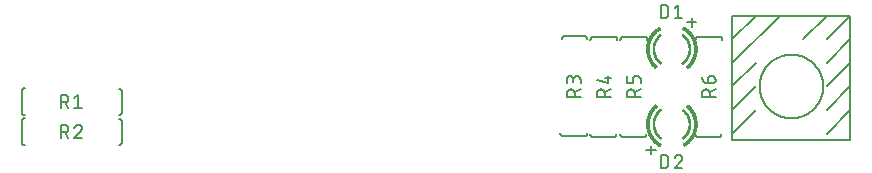
<source format=gto>
G04 EAGLE Gerber RS-274X export*
G75*
%MOMM*%
%FSLAX34Y34*%
%LPD*%
%INSilkscreen Top*%
%IPPOS*%
%AMOC8*
5,1,8,0,0,1.08239X$1,22.5*%
G01*
%ADD10C,0.015238*%
%ADD11C,0.025400*%
%ADD12C,0.127000*%
%ADD13C,0.152400*%


D10*
X949118Y114085D02*
X948321Y115202D01*
X948321Y115201D02*
X948603Y115410D01*
X948880Y115626D01*
X949151Y115848D01*
X949417Y116076D01*
X949678Y116311D01*
X949933Y116552D01*
X950181Y116800D01*
X950424Y117053D01*
X950661Y117312D01*
X950891Y117576D01*
X951115Y117847D01*
X951332Y118122D01*
X951543Y118402D01*
X951747Y118688D01*
X951944Y118978D01*
X952134Y119273D01*
X952316Y119573D01*
X952492Y119877D01*
X952660Y120185D01*
X952820Y120497D01*
X952973Y120812D01*
X953118Y121132D01*
X953256Y121454D01*
X953386Y121780D01*
X953508Y122109D01*
X953622Y122441D01*
X953727Y122776D01*
X953825Y123112D01*
X953915Y123452D01*
X953996Y123793D01*
X954069Y124136D01*
X954134Y124481D01*
X954191Y124827D01*
X954239Y125174D01*
X954279Y125523D01*
X954310Y125872D01*
X954333Y126222D01*
X954348Y126573D01*
X954354Y126924D01*
X955725Y126924D01*
X955726Y126924D01*
X955719Y126539D01*
X955704Y126156D01*
X955679Y125772D01*
X955644Y125389D01*
X955601Y125008D01*
X955548Y124627D01*
X955486Y124248D01*
X955415Y123870D01*
X955335Y123494D01*
X955246Y123120D01*
X955148Y122749D01*
X955041Y122380D01*
X954925Y122014D01*
X954801Y121650D01*
X954667Y121290D01*
X954525Y120933D01*
X954374Y120579D01*
X954215Y120230D01*
X954048Y119884D01*
X953872Y119542D01*
X953688Y119205D01*
X953496Y118872D01*
X953296Y118544D01*
X953088Y118221D01*
X952872Y117903D01*
X952649Y117590D01*
X952418Y117283D01*
X952180Y116981D01*
X951935Y116685D01*
X951682Y116396D01*
X951423Y116112D01*
X951157Y115835D01*
X950884Y115564D01*
X950605Y115300D01*
X950320Y115043D01*
X950028Y114792D01*
X949731Y114549D01*
X949427Y114313D01*
X949118Y114085D01*
X949035Y114201D01*
X949341Y114428D01*
X949642Y114661D01*
X949937Y114902D01*
X950226Y115151D01*
X950508Y115405D01*
X950785Y115667D01*
X951055Y115935D01*
X951319Y116210D01*
X951576Y116491D01*
X951826Y116778D01*
X952069Y117071D01*
X952305Y117370D01*
X952534Y117675D01*
X952755Y117985D01*
X952968Y118300D01*
X953175Y118620D01*
X953373Y118945D01*
X953563Y119275D01*
X953745Y119609D01*
X953920Y119948D01*
X954086Y120290D01*
X954243Y120637D01*
X954393Y120987D01*
X954534Y121341D01*
X954666Y121698D01*
X954789Y122058D01*
X954904Y122421D01*
X955010Y122787D01*
X955107Y123155D01*
X955196Y123525D01*
X955275Y123898D01*
X955345Y124272D01*
X955407Y124648D01*
X955459Y125025D01*
X955502Y125403D01*
X955536Y125783D01*
X955561Y126162D01*
X955576Y126543D01*
X955583Y126924D01*
X955440Y126924D01*
X955433Y126546D01*
X955418Y126169D01*
X955393Y125793D01*
X955360Y125417D01*
X955317Y125042D01*
X955265Y124669D01*
X955205Y124296D01*
X955135Y123925D01*
X955056Y123556D01*
X954969Y123189D01*
X954872Y122825D01*
X954767Y122462D01*
X954653Y122103D01*
X954531Y121746D01*
X954400Y121392D01*
X954260Y121041D01*
X954113Y120694D01*
X953956Y120351D01*
X953792Y120011D01*
X953619Y119676D01*
X953438Y119345D01*
X953250Y119018D01*
X953053Y118696D01*
X952849Y118379D01*
X952637Y118066D01*
X952418Y117759D01*
X952192Y117458D01*
X951958Y117162D01*
X951717Y116871D01*
X951469Y116587D01*
X951215Y116308D01*
X950954Y116036D01*
X950686Y115770D01*
X950412Y115511D01*
X950132Y115258D01*
X949845Y115012D01*
X949553Y114774D01*
X949255Y114542D01*
X948952Y114317D01*
X948869Y114434D01*
X949170Y114656D01*
X949465Y114886D01*
X949754Y115122D01*
X950037Y115366D01*
X950315Y115616D01*
X950587Y115873D01*
X950852Y116137D01*
X951111Y116406D01*
X951363Y116682D01*
X951608Y116964D01*
X951847Y117252D01*
X952079Y117545D01*
X952303Y117844D01*
X952520Y118148D01*
X952730Y118458D01*
X952932Y118772D01*
X953127Y119091D01*
X953314Y119415D01*
X953493Y119743D01*
X953664Y120075D01*
X953827Y120412D01*
X953982Y120752D01*
X954128Y121096D01*
X954266Y121443D01*
X954396Y121794D01*
X954518Y122147D01*
X954630Y122504D01*
X954734Y122863D01*
X954830Y123224D01*
X954917Y123588D01*
X954995Y123953D01*
X955064Y124321D01*
X955124Y124689D01*
X955175Y125060D01*
X955217Y125431D01*
X955251Y125803D01*
X955275Y126176D01*
X955290Y126550D01*
X955297Y126924D01*
X955154Y126924D01*
X955148Y126553D01*
X955132Y126183D01*
X955108Y125814D01*
X955075Y125445D01*
X955033Y125077D01*
X954982Y124710D01*
X954923Y124345D01*
X954854Y123981D01*
X954777Y123619D01*
X954691Y123259D01*
X954597Y122900D01*
X954493Y122545D01*
X954382Y122192D01*
X954262Y121842D01*
X954133Y121494D01*
X953996Y121150D01*
X953851Y120810D01*
X953697Y120472D01*
X953536Y120139D01*
X953366Y119810D01*
X953189Y119485D01*
X953004Y119164D01*
X952811Y118848D01*
X952611Y118537D01*
X952403Y118230D01*
X952188Y117929D01*
X951965Y117633D01*
X951736Y117342D01*
X951500Y117057D01*
X951256Y116778D01*
X951007Y116504D01*
X950750Y116237D01*
X950487Y115976D01*
X950218Y115722D01*
X949943Y115474D01*
X949663Y115232D01*
X949376Y114998D01*
X949084Y114771D01*
X948786Y114550D01*
X948703Y114667D01*
X948998Y114885D01*
X949287Y115110D01*
X949571Y115342D01*
X949849Y115581D01*
X950122Y115827D01*
X950388Y116079D01*
X950649Y116338D01*
X950902Y116602D01*
X951150Y116873D01*
X951391Y117150D01*
X951625Y117432D01*
X951852Y117720D01*
X952073Y118013D01*
X952286Y118312D01*
X952492Y118616D01*
X952690Y118924D01*
X952881Y119237D01*
X953064Y119555D01*
X953240Y119877D01*
X953408Y120203D01*
X953568Y120533D01*
X953720Y120867D01*
X953864Y121205D01*
X953999Y121545D01*
X954127Y121889D01*
X954246Y122236D01*
X954357Y122586D01*
X954459Y122938D01*
X954552Y123293D01*
X954637Y123650D01*
X954714Y124009D01*
X954782Y124369D01*
X954841Y124731D01*
X954891Y125095D01*
X954933Y125459D01*
X954965Y125824D01*
X954989Y126190D01*
X955005Y126557D01*
X955011Y126924D01*
X954868Y126924D01*
X954862Y126560D01*
X954847Y126197D01*
X954823Y125835D01*
X954790Y125473D01*
X954749Y125112D01*
X954699Y124752D01*
X954641Y124393D01*
X954574Y124036D01*
X954498Y123681D01*
X954414Y123328D01*
X954321Y122976D01*
X954220Y122627D01*
X954110Y122281D01*
X953992Y121937D01*
X953866Y121597D01*
X953731Y121259D01*
X953589Y120925D01*
X953438Y120594D01*
X953280Y120267D01*
X953114Y119944D01*
X952940Y119625D01*
X952758Y119310D01*
X952569Y119000D01*
X952372Y118695D01*
X952168Y118394D01*
X951957Y118098D01*
X951739Y117808D01*
X951514Y117522D01*
X951282Y117243D01*
X951044Y116969D01*
X950798Y116700D01*
X950547Y116438D01*
X950289Y116182D01*
X950025Y115932D01*
X949755Y115689D01*
X949480Y115452D01*
X949198Y115222D01*
X948912Y114999D01*
X948620Y114783D01*
X948537Y114899D01*
X948826Y115113D01*
X949110Y115335D01*
X949388Y115562D01*
X949661Y115797D01*
X949929Y116038D01*
X950190Y116285D01*
X950445Y116539D01*
X950694Y116799D01*
X950937Y117064D01*
X951173Y117336D01*
X951403Y117613D01*
X951626Y117895D01*
X951842Y118183D01*
X952051Y118476D01*
X952253Y118773D01*
X952448Y119076D01*
X952635Y119383D01*
X952815Y119695D01*
X952987Y120011D01*
X953152Y120331D01*
X953309Y120655D01*
X953458Y120982D01*
X953599Y121313D01*
X953732Y121648D01*
X953857Y121985D01*
X953974Y122325D01*
X954083Y122669D01*
X954183Y123014D01*
X954275Y123362D01*
X954358Y123712D01*
X954433Y124064D01*
X954500Y124418D01*
X954558Y124773D01*
X954607Y125129D01*
X954648Y125487D01*
X954680Y125845D01*
X954704Y126204D01*
X954719Y126564D01*
X954725Y126924D01*
X954582Y126924D01*
X954576Y126567D01*
X954561Y126211D01*
X954538Y125856D01*
X954506Y125501D01*
X954465Y125147D01*
X954416Y124794D01*
X954359Y124442D01*
X954293Y124092D01*
X954219Y123743D01*
X954136Y123397D01*
X954045Y123052D01*
X953946Y122710D01*
X953838Y122370D01*
X953722Y122033D01*
X953599Y121699D01*
X953467Y121368D01*
X953327Y121040D01*
X953180Y120715D01*
X953024Y120395D01*
X952861Y120078D01*
X952690Y119765D01*
X952512Y119456D01*
X952327Y119152D01*
X952134Y118852D01*
X951934Y118557D01*
X951727Y118267D01*
X951513Y117982D01*
X951292Y117703D01*
X951065Y117428D01*
X950831Y117160D01*
X950590Y116897D01*
X950344Y116639D01*
X950091Y116388D01*
X949832Y116143D01*
X949567Y115905D01*
X949297Y115672D01*
X949021Y115447D01*
X948740Y115228D01*
X948454Y115016D01*
X948370Y115132D01*
X948654Y115342D01*
X948932Y115559D01*
X949206Y115782D01*
X949473Y116012D01*
X949735Y116249D01*
X949991Y116491D01*
X950242Y116740D01*
X950486Y116995D01*
X950724Y117255D01*
X950956Y117521D01*
X951181Y117793D01*
X951400Y118070D01*
X951612Y118352D01*
X951817Y118639D01*
X952015Y118931D01*
X952206Y119228D01*
X952389Y119529D01*
X952566Y119835D01*
X952735Y120145D01*
X952896Y120459D01*
X953050Y120776D01*
X953196Y121097D01*
X953335Y121422D01*
X953465Y121750D01*
X953588Y122081D01*
X953702Y122415D01*
X953809Y122751D01*
X953907Y123090D01*
X953997Y123431D01*
X954079Y123774D01*
X954153Y124119D01*
X954218Y124466D01*
X954275Y124815D01*
X954323Y125164D01*
X954363Y125515D01*
X954395Y125866D01*
X954418Y126218D01*
X954433Y126571D01*
X954439Y126924D01*
X955725Y127075D02*
X954353Y127075D01*
X954354Y127076D02*
X954348Y127427D01*
X954333Y127778D01*
X954310Y128128D01*
X954279Y128478D01*
X954239Y128827D01*
X954191Y129175D01*
X954134Y129521D01*
X954069Y129866D01*
X953996Y130210D01*
X953914Y130551D01*
X953824Y130891D01*
X953726Y131228D01*
X953620Y131563D01*
X953506Y131895D01*
X953384Y132224D01*
X953254Y132550D01*
X953116Y132873D01*
X952971Y133193D01*
X952817Y133509D01*
X952657Y133821D01*
X952488Y134129D01*
X952313Y134433D01*
X952130Y134733D01*
X951940Y135028D01*
X951742Y135319D01*
X951538Y135604D01*
X951327Y135885D01*
X951109Y136160D01*
X950885Y136431D01*
X950654Y136695D01*
X950417Y136954D01*
X950174Y137208D01*
X949925Y137455D01*
X949670Y137696D01*
X949409Y137931D01*
X949142Y138160D01*
X948870Y138382D01*
X948593Y138597D01*
X949416Y139695D01*
X949720Y139459D01*
X950018Y139216D01*
X950310Y138966D01*
X950596Y138708D01*
X950876Y138444D01*
X951149Y138173D01*
X951415Y137896D01*
X951675Y137612D01*
X951928Y137323D01*
X952174Y137027D01*
X952412Y136725D01*
X952643Y136418D01*
X952867Y136105D01*
X953083Y135786D01*
X953291Y135463D01*
X953492Y135135D01*
X953684Y134802D01*
X953868Y134464D01*
X954045Y134122D01*
X954212Y133776D01*
X954372Y133426D01*
X954523Y133072D01*
X954665Y132715D01*
X954799Y132354D01*
X954924Y131991D01*
X955040Y131624D01*
X955147Y131255D01*
X955245Y130883D01*
X955335Y130509D01*
X955415Y130133D01*
X955486Y129755D01*
X955548Y129375D01*
X955601Y128994D01*
X955644Y128612D01*
X955679Y128229D01*
X955704Y127845D01*
X955719Y127461D01*
X955726Y127076D01*
X955583Y127076D01*
X955576Y127457D01*
X955561Y127838D01*
X955536Y128218D01*
X955502Y128598D01*
X955459Y128977D01*
X955406Y129354D01*
X955345Y129730D01*
X955275Y130105D01*
X955195Y130478D01*
X955107Y130848D01*
X955009Y131217D01*
X954903Y131583D01*
X954788Y131946D01*
X954664Y132307D01*
X954532Y132664D01*
X954391Y133018D01*
X954241Y133369D01*
X954083Y133715D01*
X953917Y134058D01*
X953742Y134397D01*
X953560Y134732D01*
X953369Y135062D01*
X953170Y135387D01*
X952964Y135707D01*
X952750Y136023D01*
X952528Y136333D01*
X952299Y136637D01*
X952063Y136936D01*
X951819Y137230D01*
X951569Y137517D01*
X951311Y137798D01*
X951047Y138073D01*
X950776Y138341D01*
X950499Y138603D01*
X950216Y138858D01*
X949927Y139106D01*
X949631Y139347D01*
X949330Y139581D01*
X949245Y139466D01*
X949543Y139235D01*
X949835Y138996D01*
X950122Y138750D01*
X950403Y138497D01*
X950677Y138238D01*
X950946Y137972D01*
X951207Y137700D01*
X951462Y137421D01*
X951710Y137137D01*
X951952Y136846D01*
X952186Y136550D01*
X952413Y136248D01*
X952632Y135941D01*
X952845Y135628D01*
X953049Y135311D01*
X953246Y134989D01*
X953435Y134662D01*
X953616Y134330D01*
X953789Y133994D01*
X953954Y133655D01*
X954110Y133311D01*
X954258Y132964D01*
X954398Y132613D01*
X954529Y132259D01*
X954652Y131902D01*
X954766Y131541D01*
X954871Y131179D01*
X954968Y130814D01*
X955056Y130446D01*
X955134Y130077D01*
X955204Y129706D01*
X955265Y129333D01*
X955317Y128959D01*
X955360Y128584D01*
X955393Y128208D01*
X955418Y127831D01*
X955433Y127454D01*
X955440Y127076D01*
X955297Y127076D01*
X955290Y127450D01*
X955275Y127824D01*
X955251Y128197D01*
X955217Y128570D01*
X955175Y128942D01*
X955124Y129312D01*
X955063Y129682D01*
X954994Y130049D01*
X954916Y130415D01*
X954829Y130779D01*
X954734Y131141D01*
X954629Y131500D01*
X954516Y131857D01*
X954395Y132211D01*
X954265Y132562D01*
X954126Y132909D01*
X953979Y133253D01*
X953824Y133594D01*
X953661Y133930D01*
X953490Y134263D01*
X953310Y134591D01*
X953123Y134915D01*
X952928Y135235D01*
X952725Y135549D01*
X952515Y135859D01*
X952298Y136163D01*
X952073Y136462D01*
X951841Y136756D01*
X951602Y137044D01*
X951356Y137326D01*
X951103Y137602D01*
X950844Y137871D01*
X950578Y138135D01*
X950306Y138392D01*
X950028Y138642D01*
X949744Y138886D01*
X949454Y139122D01*
X949159Y139352D01*
X949073Y139237D01*
X949366Y139010D01*
X949653Y138776D01*
X949934Y138534D01*
X950210Y138286D01*
X950479Y138032D01*
X950742Y137771D01*
X950999Y137503D01*
X951249Y137230D01*
X951493Y136951D01*
X951730Y136666D01*
X951960Y136375D01*
X952183Y136078D01*
X952398Y135777D01*
X952606Y135470D01*
X952807Y135159D01*
X953000Y134842D01*
X953186Y134521D01*
X953363Y134196D01*
X953533Y133867D01*
X953695Y133533D01*
X953848Y133196D01*
X953994Y132855D01*
X954131Y132510D01*
X954260Y132163D01*
X954380Y131812D01*
X954492Y131459D01*
X954596Y131103D01*
X954690Y130745D01*
X954776Y130384D01*
X954854Y130022D01*
X954922Y129657D01*
X954982Y129291D01*
X955033Y128924D01*
X955075Y128556D01*
X955108Y128187D01*
X955132Y127817D01*
X955148Y127447D01*
X955154Y127076D01*
X955011Y127076D01*
X955005Y127443D01*
X954989Y127810D01*
X954965Y128176D01*
X954933Y128542D01*
X954891Y128907D01*
X954841Y129271D01*
X954781Y129633D01*
X954713Y129994D01*
X954637Y130353D01*
X954552Y130710D01*
X954458Y131065D01*
X954355Y131418D01*
X954245Y131768D01*
X954125Y132115D01*
X953998Y132459D01*
X953862Y132800D01*
X953718Y133138D01*
X953565Y133472D01*
X953405Y133803D01*
X953237Y134129D01*
X953061Y134451D01*
X952877Y134769D01*
X952686Y135083D01*
X952487Y135391D01*
X952281Y135695D01*
X952067Y135994D01*
X951847Y136287D01*
X951619Y136575D01*
X951384Y136858D01*
X951143Y137134D01*
X950895Y137405D01*
X950641Y137670D01*
X950380Y137929D01*
X950113Y138181D01*
X949840Y138427D01*
X949562Y138666D01*
X949277Y138898D01*
X948987Y139123D01*
X948901Y139009D01*
X949189Y138785D01*
X949470Y138555D01*
X949746Y138319D01*
X950017Y138075D01*
X950281Y137826D01*
X950539Y137569D01*
X950791Y137307D01*
X951037Y137039D01*
X951276Y136765D01*
X951508Y136485D01*
X951734Y136200D01*
X951952Y135909D01*
X952164Y135613D01*
X952368Y135312D01*
X952565Y135006D01*
X952754Y134696D01*
X952936Y134381D01*
X953111Y134062D01*
X953277Y133739D01*
X953436Y133411D01*
X953587Y133080D01*
X953729Y132746D01*
X953864Y132408D01*
X953990Y132067D01*
X954109Y131723D01*
X954218Y131376D01*
X954320Y131027D01*
X954413Y130676D01*
X954497Y130322D01*
X954573Y129966D01*
X954640Y129609D01*
X954699Y129250D01*
X954749Y128889D01*
X954790Y128528D01*
X954823Y128166D01*
X954847Y127803D01*
X954862Y127440D01*
X954868Y127076D01*
X954725Y127076D01*
X954719Y127436D01*
X954704Y127796D01*
X954680Y128155D01*
X954648Y128514D01*
X954607Y128872D01*
X954558Y129229D01*
X954500Y129584D01*
X954433Y129938D01*
X954358Y130291D01*
X954274Y130641D01*
X954182Y130989D01*
X954082Y131335D01*
X953973Y131678D01*
X953856Y132019D01*
X953731Y132357D01*
X953597Y132691D01*
X953456Y133023D01*
X953307Y133351D01*
X953149Y133675D01*
X952984Y133995D01*
X952812Y134311D01*
X952632Y134623D01*
X952444Y134930D01*
X952249Y135233D01*
X952046Y135531D01*
X951837Y135824D01*
X951621Y136112D01*
X951397Y136395D01*
X951167Y136672D01*
X950930Y136943D01*
X950687Y137209D01*
X950438Y137469D01*
X950182Y137722D01*
X949920Y137970D01*
X949652Y138211D01*
X949379Y138445D01*
X949100Y138673D01*
X948816Y138894D01*
X948730Y138780D01*
X949012Y138561D01*
X949288Y138335D01*
X949559Y138103D01*
X949824Y137864D01*
X950083Y137619D01*
X950336Y137368D01*
X950583Y137111D01*
X950824Y136848D01*
X951058Y136579D01*
X951286Y136304D01*
X951507Y136025D01*
X951722Y135739D01*
X951929Y135449D01*
X952130Y135154D01*
X952323Y134854D01*
X952509Y134550D01*
X952687Y134241D01*
X952858Y133928D01*
X953021Y133611D01*
X953177Y133290D01*
X953325Y132965D01*
X953465Y132637D01*
X953597Y132306D01*
X953721Y131971D01*
X953837Y131634D01*
X953945Y131294D01*
X954044Y130951D01*
X954135Y130606D01*
X954218Y130259D01*
X954293Y129911D01*
X954359Y129560D01*
X954416Y129208D01*
X954465Y128855D01*
X954506Y128500D01*
X954538Y128145D01*
X954561Y127789D01*
X954576Y127433D01*
X954582Y127076D01*
X954439Y127076D01*
X954433Y127429D01*
X954418Y127782D01*
X954395Y128135D01*
X954363Y128486D01*
X954323Y128837D01*
X954275Y129187D01*
X954218Y129536D01*
X954152Y129883D01*
X954079Y130228D01*
X953997Y130572D01*
X953906Y130913D01*
X953808Y131253D01*
X953701Y131589D01*
X953586Y131923D01*
X953463Y132255D01*
X953333Y132583D01*
X953194Y132908D01*
X953048Y133229D01*
X952894Y133547D01*
X952732Y133861D01*
X952562Y134171D01*
X952386Y134477D01*
X952202Y134778D01*
X952010Y135075D01*
X951812Y135367D01*
X951607Y135655D01*
X951394Y135937D01*
X951175Y136214D01*
X950950Y136486D01*
X950718Y136752D01*
X950479Y137013D01*
X950235Y137267D01*
X949984Y137516D01*
X949727Y137759D01*
X949465Y137995D01*
X949197Y138225D01*
X948923Y138449D01*
X948644Y138665D01*
X923875Y126924D02*
X925247Y126924D01*
X925246Y126924D02*
X925252Y126570D01*
X925267Y126217D01*
X925290Y125864D01*
X925322Y125512D01*
X925363Y125160D01*
X925412Y124810D01*
X925469Y124461D01*
X925535Y124113D01*
X925610Y123767D01*
X925692Y123423D01*
X925783Y123082D01*
X925883Y122742D01*
X925990Y122405D01*
X926106Y122071D01*
X926230Y121739D01*
X926362Y121411D01*
X926502Y121086D01*
X926649Y120765D01*
X926805Y120447D01*
X926968Y120133D01*
X927139Y119823D01*
X927317Y119518D01*
X927502Y119216D01*
X927695Y118920D01*
X927895Y118628D01*
X928102Y118341D01*
X928316Y118059D01*
X928537Y117783D01*
X928764Y117512D01*
X928998Y117247D01*
X929238Y116987D01*
X929484Y116733D01*
X929737Y116485D01*
X929996Y116244D01*
X930260Y116009D01*
X930530Y115780D01*
X930805Y115558D01*
X929963Y114476D01*
X929963Y114475D01*
X929661Y114718D01*
X929365Y114969D01*
X929076Y115226D01*
X928792Y115490D01*
X928516Y115762D01*
X928246Y116039D01*
X927982Y116324D01*
X927726Y116614D01*
X927477Y116911D01*
X927235Y117214D01*
X927001Y117523D01*
X926774Y117837D01*
X926555Y118156D01*
X926344Y118481D01*
X926141Y118811D01*
X925945Y119146D01*
X925758Y119485D01*
X925580Y119829D01*
X925410Y120177D01*
X925248Y120529D01*
X925095Y120885D01*
X924950Y121245D01*
X924815Y121608D01*
X924688Y121974D01*
X924570Y122343D01*
X924461Y122715D01*
X924362Y123089D01*
X924271Y123466D01*
X924190Y123845D01*
X924118Y124226D01*
X924055Y124608D01*
X924001Y124992D01*
X923957Y125377D01*
X923922Y125763D01*
X923897Y126149D01*
X923881Y126536D01*
X923874Y126924D01*
X924017Y126924D01*
X924024Y126540D01*
X924040Y126156D01*
X924065Y125773D01*
X924099Y125391D01*
X924143Y125009D01*
X924196Y124629D01*
X924258Y124250D01*
X924330Y123873D01*
X924411Y123498D01*
X924500Y123124D01*
X924599Y122753D01*
X924707Y122385D01*
X924824Y122019D01*
X924949Y121656D01*
X925084Y121296D01*
X925227Y120940D01*
X925378Y120587D01*
X925539Y120238D01*
X925707Y119893D01*
X925884Y119553D01*
X926070Y119216D01*
X926263Y118885D01*
X926465Y118558D01*
X926674Y118236D01*
X926891Y117919D01*
X927116Y117608D01*
X927348Y117302D01*
X927588Y117002D01*
X927834Y116708D01*
X928088Y116420D01*
X928349Y116138D01*
X928617Y115863D01*
X928891Y115594D01*
X929172Y115332D01*
X929459Y115077D01*
X929752Y114829D01*
X930051Y114588D01*
X930139Y114701D01*
X929842Y114940D01*
X929552Y115185D01*
X929268Y115438D01*
X928989Y115698D01*
X928718Y115964D01*
X928453Y116237D01*
X928194Y116516D01*
X927943Y116801D01*
X927698Y117093D01*
X927461Y117390D01*
X927230Y117693D01*
X927008Y118002D01*
X926793Y118316D01*
X926585Y118634D01*
X926386Y118958D01*
X926194Y119287D01*
X926011Y119620D01*
X925835Y119958D01*
X925668Y120300D01*
X925509Y120645D01*
X925359Y120995D01*
X925217Y121348D01*
X925084Y121704D01*
X924959Y122064D01*
X924844Y122426D01*
X924737Y122791D01*
X924639Y123159D01*
X924550Y123529D01*
X924470Y123901D01*
X924399Y124275D01*
X924338Y124650D01*
X924285Y125027D01*
X924242Y125405D01*
X924207Y125784D01*
X924182Y126163D01*
X924167Y126544D01*
X924160Y126924D01*
X924303Y126924D01*
X924310Y126547D01*
X924325Y126170D01*
X924350Y125794D01*
X924384Y125419D01*
X924427Y125044D01*
X924479Y124671D01*
X924540Y124299D01*
X924610Y123929D01*
X924690Y123560D01*
X924778Y123194D01*
X924875Y122830D01*
X924981Y122468D01*
X925095Y122109D01*
X925218Y121753D01*
X925350Y121399D01*
X925491Y121050D01*
X925640Y120703D01*
X925797Y120361D01*
X925963Y120022D01*
X926137Y119688D01*
X926318Y119358D01*
X926508Y119032D01*
X926706Y118711D01*
X926912Y118395D01*
X927125Y118084D01*
X927345Y117779D01*
X927573Y117478D01*
X927808Y117184D01*
X928051Y116895D01*
X928300Y116612D01*
X928556Y116336D01*
X928819Y116065D01*
X929088Y115801D01*
X929363Y115544D01*
X929645Y115294D01*
X929933Y115050D01*
X930226Y114814D01*
X930314Y114927D01*
X930023Y115161D01*
X929738Y115402D01*
X929459Y115650D01*
X929186Y115905D01*
X928920Y116167D01*
X928659Y116434D01*
X928406Y116708D01*
X928159Y116989D01*
X927919Y117275D01*
X927686Y117566D01*
X927460Y117864D01*
X927241Y118167D01*
X927030Y118475D01*
X926827Y118788D01*
X926631Y119106D01*
X926443Y119428D01*
X926263Y119755D01*
X926090Y120087D01*
X925926Y120422D01*
X925771Y120761D01*
X925623Y121104D01*
X925484Y121451D01*
X925353Y121801D01*
X925231Y122154D01*
X925117Y122509D01*
X925013Y122868D01*
X924916Y123229D01*
X924829Y123592D01*
X924751Y123957D01*
X924681Y124324D01*
X924620Y124692D01*
X924569Y125062D01*
X924526Y125433D01*
X924493Y125805D01*
X924468Y126177D01*
X924453Y126551D01*
X924446Y126924D01*
X924589Y126924D01*
X924596Y126554D01*
X924611Y126184D01*
X924635Y125815D01*
X924668Y125447D01*
X924711Y125079D01*
X924762Y124713D01*
X924822Y124348D01*
X924891Y123985D01*
X924969Y123623D01*
X925055Y123263D01*
X925150Y122906D01*
X925254Y122551D01*
X925367Y122199D01*
X925488Y121849D01*
X925617Y121503D01*
X925755Y121159D01*
X925901Y120820D01*
X926056Y120483D01*
X926218Y120151D01*
X926389Y119823D01*
X926567Y119499D01*
X926754Y119179D01*
X926948Y118864D01*
X927149Y118554D01*
X927358Y118249D01*
X927575Y117949D01*
X927798Y117655D01*
X928029Y117366D01*
X928267Y117082D01*
X928512Y116805D01*
X928763Y116533D01*
X929021Y116268D01*
X929285Y116009D01*
X929555Y115756D01*
X929832Y115511D01*
X930114Y115272D01*
X930402Y115040D01*
X930490Y115152D01*
X930204Y115382D01*
X929925Y115619D01*
X929651Y115863D01*
X929383Y116113D01*
X929122Y116369D01*
X928866Y116632D01*
X928617Y116901D01*
X928375Y117176D01*
X928140Y117456D01*
X927911Y117743D01*
X927689Y118034D01*
X927475Y118332D01*
X927268Y118634D01*
X927068Y118941D01*
X926876Y119253D01*
X926692Y119569D01*
X926515Y119890D01*
X926346Y120215D01*
X926185Y120545D01*
X926032Y120878D01*
X925887Y121214D01*
X925751Y121554D01*
X925622Y121897D01*
X925502Y122244D01*
X925391Y122593D01*
X925288Y122944D01*
X925194Y123298D01*
X925108Y123654D01*
X925031Y124013D01*
X924963Y124373D01*
X924903Y124734D01*
X924853Y125097D01*
X924811Y125461D01*
X924778Y125826D01*
X924754Y126192D01*
X924738Y126558D01*
X924732Y126924D01*
X924875Y126924D01*
X924881Y126561D01*
X924897Y126199D01*
X924920Y125836D01*
X924953Y125475D01*
X924995Y125115D01*
X925045Y124755D01*
X925104Y124397D01*
X925171Y124041D01*
X925248Y123686D01*
X925332Y123333D01*
X925426Y122982D01*
X925528Y122634D01*
X925638Y122288D01*
X925757Y121946D01*
X925884Y121606D01*
X926019Y121269D01*
X926163Y120936D01*
X926314Y120606D01*
X926473Y120280D01*
X926641Y119958D01*
X926816Y119640D01*
X926999Y119327D01*
X927189Y119018D01*
X927387Y118713D01*
X927592Y118414D01*
X927804Y118120D01*
X928024Y117831D01*
X928250Y117547D01*
X928483Y117269D01*
X928723Y116997D01*
X928970Y116731D01*
X929223Y116470D01*
X929482Y116216D01*
X929747Y115969D01*
X930018Y115728D01*
X930295Y115493D01*
X930578Y115265D01*
X930665Y115378D01*
X930385Y115604D01*
X930111Y115836D01*
X929843Y116075D01*
X929580Y116320D01*
X929324Y116572D01*
X929073Y116829D01*
X928829Y117093D01*
X928591Y117363D01*
X928361Y117638D01*
X928136Y117919D01*
X927919Y118205D01*
X927709Y118497D01*
X927506Y118793D01*
X927310Y119094D01*
X927121Y119400D01*
X926940Y119711D01*
X926767Y120025D01*
X926601Y120344D01*
X926443Y120667D01*
X926293Y120994D01*
X926151Y121324D01*
X926017Y121657D01*
X925892Y121994D01*
X925774Y122333D01*
X925665Y122676D01*
X925564Y123021D01*
X925471Y123368D01*
X925387Y123717D01*
X925312Y124069D01*
X925245Y124422D01*
X925186Y124776D01*
X925136Y125132D01*
X925095Y125489D01*
X925063Y125847D01*
X925039Y126206D01*
X925024Y126565D01*
X925018Y126924D01*
X925161Y126924D01*
X925167Y126568D01*
X925182Y126213D01*
X925206Y125858D01*
X925238Y125503D01*
X925278Y125150D01*
X925328Y124797D01*
X925385Y124446D01*
X925452Y124097D01*
X925527Y123749D01*
X925610Y123403D01*
X925702Y123059D01*
X925801Y122717D01*
X925910Y122378D01*
X926026Y122042D01*
X926151Y121709D01*
X926283Y121379D01*
X926424Y121052D01*
X926573Y120728D01*
X926729Y120409D01*
X926893Y120093D01*
X927065Y119781D01*
X927244Y119474D01*
X927430Y119171D01*
X927624Y118873D01*
X927826Y118579D01*
X928034Y118290D01*
X928249Y118007D01*
X928471Y117729D01*
X928700Y117456D01*
X928935Y117189D01*
X929177Y116928D01*
X929424Y116673D01*
X929679Y116424D01*
X929939Y116181D01*
X930204Y115944D01*
X930476Y115714D01*
X930753Y115491D01*
X929963Y139524D02*
X930806Y138441D01*
X930805Y138442D02*
X930530Y138220D01*
X930260Y137991D01*
X929996Y137756D01*
X929737Y137515D01*
X929484Y137267D01*
X929238Y137013D01*
X928998Y136753D01*
X928764Y136488D01*
X928537Y136217D01*
X928316Y135941D01*
X928102Y135659D01*
X927895Y135372D01*
X927695Y135080D01*
X927502Y134784D01*
X927317Y134482D01*
X927139Y134177D01*
X926968Y133867D01*
X926805Y133553D01*
X926649Y133235D01*
X926502Y132914D01*
X926362Y132589D01*
X926230Y132261D01*
X926106Y131929D01*
X925990Y131595D01*
X925883Y131258D01*
X925783Y130918D01*
X925692Y130577D01*
X925610Y130233D01*
X925535Y129887D01*
X925469Y129539D01*
X925412Y129190D01*
X925363Y128840D01*
X925322Y128488D01*
X925290Y128136D01*
X925267Y127783D01*
X925252Y127430D01*
X925246Y127076D01*
X923875Y127076D01*
X923874Y127076D01*
X923881Y127464D01*
X923897Y127851D01*
X923922Y128237D01*
X923957Y128623D01*
X924001Y129008D01*
X924055Y129392D01*
X924118Y129774D01*
X924190Y130155D01*
X924271Y130534D01*
X924362Y130911D01*
X924461Y131285D01*
X924570Y131657D01*
X924688Y132026D01*
X924815Y132392D01*
X924950Y132755D01*
X925095Y133115D01*
X925248Y133471D01*
X925410Y133823D01*
X925580Y134171D01*
X925758Y134515D01*
X925945Y134854D01*
X926141Y135189D01*
X926344Y135519D01*
X926555Y135844D01*
X926774Y136163D01*
X927001Y136477D01*
X927235Y136786D01*
X927477Y137089D01*
X927726Y137386D01*
X927982Y137676D01*
X928246Y137961D01*
X928516Y138238D01*
X928792Y138510D01*
X929076Y138774D01*
X929365Y139031D01*
X929661Y139282D01*
X929963Y139525D01*
X930051Y139412D01*
X929752Y139171D01*
X929459Y138923D01*
X929172Y138668D01*
X928891Y138406D01*
X928617Y138137D01*
X928349Y137862D01*
X928088Y137580D01*
X927834Y137292D01*
X927588Y136998D01*
X927348Y136698D01*
X927116Y136392D01*
X926891Y136081D01*
X926674Y135764D01*
X926465Y135442D01*
X926263Y135115D01*
X926070Y134784D01*
X925884Y134447D01*
X925707Y134107D01*
X925539Y133762D01*
X925378Y133413D01*
X925227Y133060D01*
X925084Y132704D01*
X924949Y132344D01*
X924824Y131981D01*
X924707Y131615D01*
X924599Y131247D01*
X924500Y130876D01*
X924411Y130502D01*
X924330Y130127D01*
X924258Y129750D01*
X924196Y129371D01*
X924143Y128991D01*
X924099Y128609D01*
X924065Y128227D01*
X924040Y127844D01*
X924024Y127460D01*
X924017Y127076D01*
X924160Y127076D01*
X924167Y127456D01*
X924182Y127837D01*
X924207Y128216D01*
X924242Y128595D01*
X924285Y128973D01*
X924338Y129350D01*
X924399Y129725D01*
X924470Y130099D01*
X924550Y130471D01*
X924639Y130841D01*
X924737Y131209D01*
X924844Y131574D01*
X924959Y131936D01*
X925084Y132296D01*
X925217Y132652D01*
X925359Y133005D01*
X925509Y133355D01*
X925668Y133700D01*
X925835Y134042D01*
X926011Y134380D01*
X926194Y134713D01*
X926386Y135042D01*
X926585Y135366D01*
X926793Y135684D01*
X927008Y135998D01*
X927230Y136307D01*
X927461Y136610D01*
X927698Y136907D01*
X927943Y137199D01*
X928194Y137484D01*
X928453Y137763D01*
X928718Y138036D01*
X928989Y138302D01*
X929268Y138562D01*
X929552Y138815D01*
X929842Y139060D01*
X930139Y139299D01*
X930226Y139186D01*
X929933Y138950D01*
X929645Y138706D01*
X929363Y138456D01*
X929088Y138199D01*
X928819Y137935D01*
X928556Y137664D01*
X928300Y137388D01*
X928051Y137105D01*
X927808Y136816D01*
X927573Y136522D01*
X927345Y136221D01*
X927125Y135916D01*
X926912Y135605D01*
X926706Y135289D01*
X926508Y134968D01*
X926318Y134642D01*
X926137Y134312D01*
X925963Y133978D01*
X925797Y133639D01*
X925640Y133297D01*
X925491Y132950D01*
X925350Y132601D01*
X925218Y132247D01*
X925095Y131891D01*
X924981Y131532D01*
X924875Y131170D01*
X924778Y130806D01*
X924690Y130440D01*
X924610Y130071D01*
X924540Y129701D01*
X924479Y129329D01*
X924427Y128956D01*
X924384Y128581D01*
X924350Y128206D01*
X924325Y127830D01*
X924310Y127453D01*
X924303Y127076D01*
X924446Y127076D01*
X924453Y127449D01*
X924468Y127823D01*
X924493Y128195D01*
X924526Y128567D01*
X924569Y128938D01*
X924620Y129308D01*
X924681Y129676D01*
X924751Y130043D01*
X924829Y130408D01*
X924916Y130771D01*
X925013Y131132D01*
X925117Y131491D01*
X925231Y131846D01*
X925353Y132199D01*
X925484Y132549D01*
X925623Y132896D01*
X925771Y133239D01*
X925926Y133578D01*
X926090Y133913D01*
X926263Y134245D01*
X926443Y134572D01*
X926631Y134894D01*
X926827Y135212D01*
X927030Y135525D01*
X927241Y135833D01*
X927460Y136136D01*
X927686Y136434D01*
X927919Y136725D01*
X928159Y137011D01*
X928406Y137292D01*
X928659Y137566D01*
X928920Y137833D01*
X929186Y138095D01*
X929459Y138350D01*
X929738Y138598D01*
X930023Y138839D01*
X930314Y139073D01*
X930402Y138960D01*
X930114Y138728D01*
X929832Y138489D01*
X929555Y138244D01*
X929285Y137991D01*
X929021Y137732D01*
X928763Y137467D01*
X928512Y137195D01*
X928267Y136918D01*
X928029Y136634D01*
X927798Y136345D01*
X927575Y136051D01*
X927358Y135751D01*
X927149Y135446D01*
X926948Y135136D01*
X926754Y134821D01*
X926567Y134501D01*
X926389Y134177D01*
X926218Y133849D01*
X926056Y133517D01*
X925901Y133180D01*
X925755Y132841D01*
X925617Y132497D01*
X925488Y132151D01*
X925367Y131801D01*
X925254Y131449D01*
X925150Y131094D01*
X925055Y130737D01*
X924969Y130377D01*
X924891Y130015D01*
X924822Y129652D01*
X924762Y129287D01*
X924711Y128921D01*
X924668Y128553D01*
X924635Y128185D01*
X924611Y127816D01*
X924596Y127446D01*
X924589Y127076D01*
X924732Y127076D01*
X924738Y127442D01*
X924754Y127808D01*
X924778Y128174D01*
X924811Y128539D01*
X924853Y128903D01*
X924903Y129266D01*
X924963Y129627D01*
X925031Y129987D01*
X925108Y130346D01*
X925194Y130702D01*
X925288Y131056D01*
X925391Y131407D01*
X925502Y131756D01*
X925622Y132103D01*
X925751Y132446D01*
X925887Y132786D01*
X926032Y133122D01*
X926185Y133455D01*
X926346Y133785D01*
X926515Y134110D01*
X926692Y134431D01*
X926876Y134747D01*
X927068Y135059D01*
X927268Y135366D01*
X927475Y135668D01*
X927689Y135966D01*
X927911Y136257D01*
X928140Y136544D01*
X928375Y136824D01*
X928617Y137099D01*
X928866Y137368D01*
X929122Y137631D01*
X929383Y137887D01*
X929651Y138137D01*
X929925Y138381D01*
X930204Y138618D01*
X930490Y138848D01*
X930578Y138735D01*
X930295Y138507D01*
X930018Y138272D01*
X929747Y138031D01*
X929482Y137784D01*
X929223Y137530D01*
X928970Y137269D01*
X928723Y137003D01*
X928483Y136731D01*
X928250Y136453D01*
X928024Y136169D01*
X927804Y135880D01*
X927592Y135586D01*
X927387Y135287D01*
X927189Y134982D01*
X926999Y134673D01*
X926816Y134360D01*
X926641Y134042D01*
X926473Y133720D01*
X926314Y133394D01*
X926163Y133064D01*
X926019Y132731D01*
X925884Y132394D01*
X925757Y132054D01*
X925638Y131712D01*
X925528Y131366D01*
X925426Y131018D01*
X925332Y130667D01*
X925248Y130314D01*
X925171Y129959D01*
X925104Y129603D01*
X925045Y129245D01*
X924995Y128885D01*
X924953Y128525D01*
X924920Y128164D01*
X924897Y127801D01*
X924881Y127439D01*
X924875Y127076D01*
X925018Y127076D01*
X925024Y127435D01*
X925039Y127794D01*
X925063Y128153D01*
X925095Y128511D01*
X925136Y128868D01*
X925186Y129224D01*
X925245Y129578D01*
X925312Y129931D01*
X925387Y130283D01*
X925471Y130632D01*
X925564Y130979D01*
X925665Y131324D01*
X925774Y131667D01*
X925892Y132006D01*
X926017Y132343D01*
X926151Y132676D01*
X926293Y133006D01*
X926443Y133333D01*
X926601Y133656D01*
X926767Y133975D01*
X926940Y134289D01*
X927121Y134600D01*
X927310Y134906D01*
X927506Y135207D01*
X927709Y135503D01*
X927919Y135795D01*
X928136Y136081D01*
X928361Y136362D01*
X928591Y136637D01*
X928829Y136907D01*
X929073Y137171D01*
X929324Y137428D01*
X929580Y137680D01*
X929843Y137925D01*
X930111Y138164D01*
X930385Y138396D01*
X930665Y138622D01*
X930753Y138509D01*
X930476Y138286D01*
X930204Y138056D01*
X929939Y137819D01*
X929679Y137576D01*
X929424Y137327D01*
X929177Y137072D01*
X928935Y136811D01*
X928700Y136544D01*
X928471Y136271D01*
X928249Y135993D01*
X928034Y135710D01*
X927826Y135421D01*
X927624Y135127D01*
X927430Y134829D01*
X927244Y134526D01*
X927065Y134219D01*
X926893Y133907D01*
X926729Y133591D01*
X926573Y133272D01*
X926424Y132948D01*
X926283Y132621D01*
X926151Y132291D01*
X926026Y131958D01*
X925910Y131622D01*
X925801Y131283D01*
X925702Y130941D01*
X925610Y130597D01*
X925527Y130251D01*
X925452Y129903D01*
X925385Y129554D01*
X925328Y129203D01*
X925278Y128850D01*
X925238Y128497D01*
X925206Y128142D01*
X925182Y127787D01*
X925167Y127432D01*
X925161Y127076D01*
D11*
X953638Y110594D02*
X952174Y112350D01*
X952175Y112350D02*
X952522Y112651D01*
X952862Y112960D01*
X953195Y113277D01*
X953520Y113602D01*
X953837Y113934D01*
X954146Y114274D01*
X954447Y114622D01*
X954740Y114976D01*
X955023Y115338D01*
X955298Y115706D01*
X955565Y116081D01*
X955822Y116462D01*
X956070Y116849D01*
X956308Y117241D01*
X956537Y117640D01*
X956757Y118044D01*
X956967Y118452D01*
X957167Y118866D01*
X957357Y119285D01*
X957536Y119708D01*
X957706Y120135D01*
X957865Y120566D01*
X958014Y121001D01*
X958153Y121439D01*
X958281Y121880D01*
X958398Y122325D01*
X958505Y122772D01*
X958601Y123221D01*
X958686Y123673D01*
X958760Y124126D01*
X958824Y124582D01*
X958876Y125038D01*
X958918Y125496D01*
X958948Y125954D01*
X958968Y126414D01*
X958977Y126873D01*
X961262Y126874D01*
X961263Y126873D01*
X961253Y126358D01*
X961232Y125843D01*
X961198Y125329D01*
X961152Y124816D01*
X961093Y124304D01*
X961022Y123794D01*
X960939Y123285D01*
X960844Y122779D01*
X960736Y122275D01*
X960617Y121774D01*
X960486Y121276D01*
X960342Y120781D01*
X960187Y120290D01*
X960020Y119802D01*
X959841Y119319D01*
X959651Y118840D01*
X959450Y118366D01*
X959237Y117897D01*
X959013Y117433D01*
X958778Y116974D01*
X958531Y116522D01*
X958275Y116075D01*
X958007Y115635D01*
X957729Y115201D01*
X957441Y114774D01*
X957142Y114354D01*
X956833Y113942D01*
X956515Y113536D01*
X956187Y113139D01*
X955850Y112750D01*
X955503Y112369D01*
X955147Y111996D01*
X954783Y111632D01*
X954410Y111277D01*
X954028Y110931D01*
X953638Y110594D01*
X953484Y110778D01*
X953870Y111111D01*
X954247Y111453D01*
X954616Y111805D01*
X954976Y112165D01*
X955328Y112533D01*
X955671Y112910D01*
X956004Y113295D01*
X956329Y113688D01*
X956643Y114088D01*
X956948Y114496D01*
X957244Y114911D01*
X957529Y115333D01*
X957804Y115762D01*
X958068Y116198D01*
X958322Y116639D01*
X958565Y117087D01*
X958798Y117540D01*
X959019Y117998D01*
X959230Y118462D01*
X959429Y118931D01*
X959617Y119405D01*
X959794Y119882D01*
X959959Y120364D01*
X960112Y120850D01*
X960254Y121339D01*
X960384Y121832D01*
X960502Y122327D01*
X960608Y122825D01*
X960703Y123326D01*
X960785Y123829D01*
X960855Y124333D01*
X960913Y124839D01*
X960958Y125347D01*
X960992Y125855D01*
X961013Y126364D01*
X961023Y126873D01*
X960783Y126873D01*
X960774Y126370D01*
X960752Y125867D01*
X960719Y125364D01*
X960674Y124863D01*
X960617Y124362D01*
X960547Y123864D01*
X960466Y123367D01*
X960373Y122872D01*
X960268Y122379D01*
X960151Y121890D01*
X960023Y121403D01*
X959883Y120919D01*
X959731Y120439D01*
X959568Y119963D01*
X959393Y119490D01*
X959207Y119022D01*
X959010Y118559D01*
X958802Y118100D01*
X958583Y117647D01*
X958353Y117199D01*
X958113Y116756D01*
X957862Y116320D01*
X957600Y115890D01*
X957328Y115466D01*
X957047Y115048D01*
X956755Y114638D01*
X956453Y114235D01*
X956142Y113839D01*
X955822Y113450D01*
X955492Y113070D01*
X955153Y112697D01*
X954806Y112333D01*
X954449Y111977D01*
X954085Y111630D01*
X953712Y111292D01*
X953331Y110962D01*
X953177Y111147D01*
X953554Y111472D01*
X953922Y111807D01*
X954283Y112150D01*
X954635Y112502D01*
X954978Y112862D01*
X955313Y113230D01*
X955639Y113606D01*
X955956Y113990D01*
X956263Y114381D01*
X956561Y114780D01*
X956850Y115186D01*
X957128Y115598D01*
X957397Y116017D01*
X957655Y116442D01*
X957903Y116874D01*
X958141Y117311D01*
X958368Y117754D01*
X958585Y118202D01*
X958790Y118655D01*
X958985Y119113D01*
X959169Y119576D01*
X959341Y120043D01*
X959503Y120514D01*
X959653Y120988D01*
X959791Y121466D01*
X959918Y121947D01*
X960034Y122431D01*
X960137Y122918D01*
X960230Y123407D01*
X960310Y123899D01*
X960378Y124391D01*
X960435Y124886D01*
X960480Y125382D01*
X960513Y125878D01*
X960534Y126376D01*
X960543Y126873D01*
X960303Y126873D01*
X960294Y126381D01*
X960273Y125890D01*
X960240Y125399D01*
X960196Y124909D01*
X960140Y124421D01*
X960072Y123933D01*
X959993Y123448D01*
X959902Y122965D01*
X959799Y122484D01*
X959685Y122005D01*
X959560Y121530D01*
X959423Y121057D01*
X959275Y120588D01*
X959115Y120123D01*
X958945Y119662D01*
X958763Y119204D01*
X958571Y118752D01*
X958367Y118304D01*
X958154Y117861D01*
X957929Y117423D01*
X957694Y116991D01*
X957449Y116565D01*
X957193Y116145D01*
X956928Y115730D01*
X956653Y115323D01*
X956368Y114922D01*
X956073Y114528D01*
X955769Y114141D01*
X955456Y113762D01*
X955134Y113390D01*
X954803Y113026D01*
X954464Y112670D01*
X954116Y112323D01*
X953760Y111983D01*
X953396Y111653D01*
X953023Y111331D01*
X952870Y111516D01*
X953237Y111833D01*
X953597Y112160D01*
X953949Y112495D01*
X954293Y112839D01*
X954629Y113190D01*
X954955Y113550D01*
X955274Y113917D01*
X955583Y114292D01*
X955883Y114675D01*
X956174Y115064D01*
X956456Y115460D01*
X956728Y115863D01*
X956990Y116272D01*
X957242Y116687D01*
X957485Y117109D01*
X957717Y117536D01*
X957939Y117968D01*
X958150Y118406D01*
X958351Y118848D01*
X958541Y119296D01*
X958721Y119747D01*
X958889Y120203D01*
X959047Y120663D01*
X959193Y121126D01*
X959328Y121593D01*
X959452Y122063D01*
X959565Y122536D01*
X959667Y123011D01*
X959756Y123489D01*
X959835Y123968D01*
X959902Y124450D01*
X959957Y124933D01*
X960001Y125417D01*
X960033Y125902D01*
X960054Y126387D01*
X960063Y126873D01*
X959823Y126873D01*
X959814Y126393D01*
X959793Y125913D01*
X959762Y125434D01*
X959718Y124956D01*
X959664Y124479D01*
X959597Y124003D01*
X959520Y123529D01*
X959431Y123058D01*
X959331Y122588D01*
X959219Y122121D01*
X959097Y121657D01*
X958963Y121195D01*
X958818Y120738D01*
X958663Y120283D01*
X958496Y119833D01*
X958319Y119387D01*
X958131Y118945D01*
X957933Y118507D01*
X957724Y118075D01*
X957505Y117648D01*
X957275Y117226D01*
X957036Y116810D01*
X956787Y116399D01*
X956528Y115995D01*
X956259Y115597D01*
X955981Y115206D01*
X955693Y114821D01*
X955397Y114443D01*
X955091Y114073D01*
X954777Y113710D01*
X954454Y113355D01*
X954122Y113007D01*
X953783Y112668D01*
X953435Y112337D01*
X953079Y112014D01*
X952716Y111700D01*
X952563Y111884D01*
X952921Y112195D01*
X953272Y112513D01*
X953616Y112841D01*
X953951Y113176D01*
X954279Y113519D01*
X954598Y113870D01*
X954908Y114229D01*
X955210Y114595D01*
X955503Y114968D01*
X955787Y115348D01*
X956062Y115734D01*
X956327Y116127D01*
X956583Y116527D01*
X956830Y116932D01*
X957066Y117343D01*
X957293Y117760D01*
X957509Y118182D01*
X957715Y118609D01*
X957911Y119041D01*
X958097Y119478D01*
X958272Y119919D01*
X958437Y120363D01*
X958590Y120812D01*
X958733Y121264D01*
X958865Y121720D01*
X958987Y122179D01*
X959097Y122640D01*
X959196Y123104D01*
X959283Y123570D01*
X959360Y124038D01*
X959425Y124508D01*
X959480Y124979D01*
X959522Y125452D01*
X959554Y125925D01*
X959574Y126399D01*
X959583Y126873D01*
X959343Y126873D01*
X959334Y126405D01*
X959314Y125937D01*
X959283Y125469D01*
X959241Y125003D01*
X959187Y124537D01*
X959123Y124073D01*
X959047Y123611D01*
X958960Y123150D01*
X958862Y122692D01*
X958754Y122236D01*
X958634Y121784D01*
X958503Y121334D01*
X958362Y120887D01*
X958210Y120444D01*
X958048Y120004D01*
X957875Y119569D01*
X957692Y119138D01*
X957498Y118711D01*
X957294Y118289D01*
X957080Y117872D01*
X956857Y117461D01*
X956623Y117055D01*
X956380Y116654D01*
X956127Y116260D01*
X955865Y115871D01*
X955594Y115490D01*
X955313Y115114D01*
X955024Y114746D01*
X954726Y114384D01*
X954419Y114030D01*
X954104Y113684D01*
X953781Y113344D01*
X953449Y113013D01*
X953110Y112690D01*
X952763Y112375D01*
X952409Y112069D01*
X952255Y112253D01*
X952605Y112556D01*
X952948Y112867D01*
X953283Y113186D01*
X953610Y113513D01*
X953929Y113848D01*
X954240Y114190D01*
X954543Y114540D01*
X954837Y114897D01*
X955123Y115261D01*
X955400Y115631D01*
X955668Y116009D01*
X955927Y116392D01*
X956177Y116782D01*
X956417Y117177D01*
X956647Y117578D01*
X956868Y117985D01*
X957079Y118396D01*
X957281Y118813D01*
X957472Y119234D01*
X957653Y119660D01*
X957824Y120090D01*
X957984Y120524D01*
X958134Y120962D01*
X958274Y121403D01*
X958402Y121847D01*
X958521Y122294D01*
X958628Y122744D01*
X958725Y123197D01*
X958810Y123651D01*
X958885Y124108D01*
X958949Y124566D01*
X959002Y125026D01*
X959044Y125487D01*
X959074Y125948D01*
X959094Y126411D01*
X959103Y126873D01*
X961262Y127126D02*
X958976Y127126D01*
X958977Y127127D02*
X958968Y127592D01*
X958948Y128057D01*
X958917Y128521D01*
X958874Y128984D01*
X958820Y129446D01*
X958755Y129907D01*
X958679Y130366D01*
X958592Y130823D01*
X958494Y131278D01*
X958384Y131730D01*
X958264Y132180D01*
X958133Y132626D01*
X957991Y133069D01*
X957838Y133509D01*
X957675Y133944D01*
X957501Y134376D01*
X957317Y134803D01*
X957123Y135226D01*
X956918Y135644D01*
X956703Y136057D01*
X956478Y136464D01*
X956244Y136866D01*
X956000Y137262D01*
X955746Y137652D01*
X955483Y138036D01*
X955210Y138413D01*
X954929Y138783D01*
X954639Y139147D01*
X954340Y139503D01*
X954032Y139852D01*
X953716Y140194D01*
X953392Y140528D01*
X953059Y140853D01*
X952719Y141171D01*
X952372Y141480D01*
X952017Y141781D01*
X951655Y142073D01*
X951285Y142356D01*
X950909Y142630D01*
X950527Y142895D01*
X950138Y143151D01*
X949743Y143397D01*
X949342Y143633D01*
X948936Y143860D01*
X950011Y145877D01*
X950012Y145877D01*
X950467Y145623D01*
X950917Y145359D01*
X951359Y145083D01*
X951795Y144797D01*
X952224Y144500D01*
X952646Y144194D01*
X953060Y143876D01*
X953466Y143549D01*
X953864Y143212D01*
X954253Y142866D01*
X954635Y142510D01*
X955007Y142145D01*
X955370Y141771D01*
X955725Y141389D01*
X956070Y140998D01*
X956405Y140598D01*
X956730Y140191D01*
X957046Y139776D01*
X957351Y139353D01*
X957646Y138923D01*
X957930Y138486D01*
X958204Y138042D01*
X958467Y137592D01*
X958719Y137135D01*
X958959Y136673D01*
X959189Y136204D01*
X959407Y135731D01*
X959613Y135252D01*
X959808Y134768D01*
X959990Y134280D01*
X960161Y133787D01*
X960320Y133290D01*
X960467Y132790D01*
X960602Y132286D01*
X960724Y131779D01*
X960834Y131270D01*
X960931Y130757D01*
X961016Y130243D01*
X961089Y129726D01*
X961149Y129209D01*
X961196Y128689D01*
X961231Y128169D01*
X961253Y127648D01*
X961263Y127127D01*
X961023Y127127D01*
X961013Y127642D01*
X960991Y128157D01*
X960957Y128672D01*
X960910Y129185D01*
X960851Y129697D01*
X960779Y130208D01*
X960695Y130716D01*
X960598Y131223D01*
X960490Y131727D01*
X960369Y132228D01*
X960236Y132726D01*
X960091Y133221D01*
X959933Y133712D01*
X959764Y134199D01*
X959584Y134681D01*
X959391Y135160D01*
X959187Y135633D01*
X958972Y136102D01*
X958745Y136565D01*
X958507Y137022D01*
X958258Y137473D01*
X957998Y137919D01*
X957728Y138357D01*
X957447Y138790D01*
X957155Y139215D01*
X956853Y139633D01*
X956541Y140043D01*
X956219Y140446D01*
X955888Y140841D01*
X955547Y141227D01*
X955197Y141606D01*
X954837Y141975D01*
X954469Y142336D01*
X954092Y142688D01*
X953707Y143031D01*
X953313Y143364D01*
X952912Y143687D01*
X952503Y144001D01*
X952086Y144304D01*
X951662Y144597D01*
X951231Y144880D01*
X950793Y145153D01*
X950349Y145414D01*
X949899Y145665D01*
X949786Y145454D01*
X950231Y145206D01*
X950670Y144947D01*
X951103Y144678D01*
X951529Y144398D01*
X951948Y144108D01*
X952360Y143808D01*
X952764Y143498D01*
X953161Y143178D01*
X953550Y142849D01*
X953931Y142510D01*
X954304Y142162D01*
X954668Y141806D01*
X955023Y141440D01*
X955369Y141066D01*
X955706Y140684D01*
X956034Y140294D01*
X956352Y139895D01*
X956660Y139490D01*
X956959Y139076D01*
X957247Y138656D01*
X957525Y138229D01*
X957793Y137795D01*
X958049Y137355D01*
X958296Y136909D01*
X958531Y136457D01*
X958755Y135999D01*
X958968Y135536D01*
X959170Y135068D01*
X959360Y134595D01*
X959539Y134118D01*
X959706Y133636D01*
X959861Y133151D01*
X960004Y132662D01*
X960136Y132169D01*
X960256Y131674D01*
X960363Y131176D01*
X960458Y130675D01*
X960542Y130172D01*
X960613Y129668D01*
X960671Y129161D01*
X960718Y128654D01*
X960752Y128145D01*
X960773Y127636D01*
X960783Y127127D01*
X960543Y127127D01*
X960533Y127630D01*
X960512Y128134D01*
X960478Y128636D01*
X960432Y129138D01*
X960374Y129638D01*
X960304Y130137D01*
X960222Y130634D01*
X960128Y131129D01*
X960021Y131621D01*
X959903Y132111D01*
X959773Y132598D01*
X959631Y133081D01*
X959478Y133561D01*
X959313Y134037D01*
X959136Y134509D01*
X958948Y134976D01*
X958749Y135438D01*
X958538Y135896D01*
X958316Y136349D01*
X958084Y136795D01*
X957841Y137237D01*
X957587Y137672D01*
X957322Y138100D01*
X957048Y138523D01*
X956763Y138938D01*
X956468Y139346D01*
X956163Y139748D01*
X955849Y140141D01*
X955525Y140527D01*
X955192Y140905D01*
X954849Y141275D01*
X954498Y141636D01*
X954138Y141988D01*
X953770Y142332D01*
X953394Y142667D01*
X953009Y142992D01*
X952617Y143308D01*
X952217Y143615D01*
X951810Y143911D01*
X951396Y144198D01*
X950975Y144475D01*
X950547Y144741D01*
X950113Y144997D01*
X949673Y145242D01*
X949560Y145030D01*
X949995Y144788D01*
X950424Y144535D01*
X950846Y144272D01*
X951263Y143998D01*
X951672Y143715D01*
X952074Y143422D01*
X952469Y143119D01*
X952857Y142807D01*
X953237Y142485D01*
X953609Y142154D01*
X953973Y141814D01*
X954329Y141466D01*
X954676Y141109D01*
X955014Y140744D01*
X955343Y140370D01*
X955663Y139989D01*
X955974Y139600D01*
X956275Y139203D01*
X956566Y138800D01*
X956848Y138389D01*
X957120Y137972D01*
X957381Y137548D01*
X957632Y137118D01*
X957872Y136682D01*
X958102Y136241D01*
X958321Y135793D01*
X958529Y135341D01*
X958726Y134884D01*
X958912Y134422D01*
X959087Y133956D01*
X959250Y133486D01*
X959402Y133011D01*
X959542Y132534D01*
X959670Y132053D01*
X959787Y131569D01*
X959892Y131082D01*
X959986Y130593D01*
X960067Y130102D01*
X960136Y129609D01*
X960194Y129114D01*
X960239Y128619D01*
X960272Y128122D01*
X960293Y127624D01*
X960303Y127127D01*
X960063Y127127D01*
X960054Y127618D01*
X960033Y128110D01*
X960000Y128601D01*
X959955Y129091D01*
X959898Y129579D01*
X959829Y130067D01*
X959749Y130552D01*
X959657Y131035D01*
X959553Y131516D01*
X959438Y131994D01*
X959311Y132470D01*
X959172Y132942D01*
X959022Y133410D01*
X958861Y133875D01*
X958688Y134336D01*
X958504Y134792D01*
X958310Y135244D01*
X958104Y135691D01*
X957888Y136133D01*
X957661Y136569D01*
X957423Y137000D01*
X957175Y137425D01*
X956917Y137843D01*
X956649Y138256D01*
X956370Y138661D01*
X956082Y139060D01*
X955785Y139452D01*
X955478Y139836D01*
X955161Y140213D01*
X954836Y140582D01*
X954502Y140943D01*
X954159Y141296D01*
X953808Y141641D01*
X953448Y141976D01*
X953080Y142303D01*
X952705Y142621D01*
X952322Y142930D01*
X951932Y143229D01*
X951534Y143519D01*
X951129Y143799D01*
X950718Y144069D01*
X950301Y144329D01*
X949877Y144579D01*
X949447Y144818D01*
X949334Y144606D01*
X949759Y144370D01*
X950177Y144123D01*
X950590Y143866D01*
X950996Y143599D01*
X951396Y143322D01*
X951789Y143036D01*
X952174Y142740D01*
X952553Y142435D01*
X952924Y142121D01*
X953287Y141798D01*
X953642Y141467D01*
X953989Y141126D01*
X954328Y140778D01*
X954658Y140421D01*
X954980Y140056D01*
X955292Y139684D01*
X955596Y139304D01*
X955890Y138917D01*
X956174Y138523D01*
X956449Y138122D01*
X956714Y137715D01*
X956969Y137301D01*
X957214Y136881D01*
X957449Y136456D01*
X957673Y136025D01*
X957887Y135588D01*
X958090Y135146D01*
X958283Y134700D01*
X958464Y134249D01*
X958635Y133794D01*
X958794Y133335D01*
X958942Y132872D01*
X959079Y132406D01*
X959205Y131936D01*
X959319Y131463D01*
X959422Y130988D01*
X959513Y130511D01*
X959592Y130031D01*
X959660Y129550D01*
X959716Y129067D01*
X959760Y128583D01*
X959793Y128098D01*
X959814Y127613D01*
X959823Y127127D01*
X959583Y127127D01*
X959574Y127607D01*
X959553Y128086D01*
X959521Y128565D01*
X959477Y129044D01*
X959422Y129521D01*
X959355Y129996D01*
X959276Y130470D01*
X959186Y130941D01*
X959085Y131411D01*
X958972Y131878D01*
X958848Y132341D01*
X958713Y132802D01*
X958566Y133259D01*
X958409Y133713D01*
X958240Y134163D01*
X958061Y134608D01*
X957871Y135049D01*
X957670Y135485D01*
X957459Y135917D01*
X957237Y136343D01*
X957006Y136763D01*
X956764Y137178D01*
X956511Y137586D01*
X956250Y137989D01*
X955978Y138385D01*
X955697Y138774D01*
X955406Y139157D01*
X955107Y139532D01*
X954798Y139900D01*
X954481Y140260D01*
X954154Y140612D01*
X953820Y140956D01*
X953477Y141293D01*
X953126Y141620D01*
X952767Y141939D01*
X952401Y142250D01*
X952027Y142551D01*
X951646Y142843D01*
X951258Y143126D01*
X950863Y143399D01*
X950462Y143663D01*
X950054Y143917D01*
X949641Y144161D01*
X949221Y144395D01*
X949108Y144183D01*
X949522Y143952D01*
X949931Y143711D01*
X950334Y143460D01*
X950730Y143200D01*
X951120Y142930D01*
X951503Y142650D01*
X951879Y142362D01*
X952249Y142064D01*
X952611Y141758D01*
X952965Y141442D01*
X953312Y141119D01*
X953650Y140787D01*
X953981Y140446D01*
X954303Y140098D01*
X954617Y139743D01*
X954921Y139379D01*
X955217Y139009D01*
X955504Y138631D01*
X955782Y138247D01*
X956050Y137855D01*
X956309Y137458D01*
X956558Y137054D01*
X956797Y136645D01*
X957026Y136229D01*
X957245Y135809D01*
X957453Y135383D01*
X957652Y134952D01*
X957839Y134516D01*
X958017Y134076D01*
X958183Y133632D01*
X958338Y133184D01*
X958483Y132732D01*
X958617Y132277D01*
X958739Y131819D01*
X958851Y131358D01*
X958951Y130895D01*
X959040Y130429D01*
X959117Y129961D01*
X959183Y129491D01*
X959238Y129020D01*
X959282Y128548D01*
X959313Y128075D01*
X959334Y127601D01*
X959343Y127127D01*
X959103Y127127D01*
X959094Y127595D01*
X959074Y128063D01*
X959042Y128530D01*
X958999Y128997D01*
X958945Y129462D01*
X958880Y129926D01*
X958803Y130388D01*
X958715Y130848D01*
X958616Y131306D01*
X958506Y131761D01*
X958385Y132213D01*
X958253Y132663D01*
X958111Y133109D01*
X957957Y133551D01*
X957793Y133990D01*
X957618Y134424D01*
X957432Y134854D01*
X957237Y135280D01*
X957030Y135701D01*
X956814Y136116D01*
X956588Y136526D01*
X956352Y136931D01*
X956106Y137329D01*
X955851Y137722D01*
X955586Y138108D01*
X955312Y138488D01*
X955028Y138861D01*
X954736Y139227D01*
X954435Y139586D01*
X954125Y139937D01*
X953807Y140281D01*
X953481Y140617D01*
X953146Y140945D01*
X952804Y141264D01*
X952454Y141576D01*
X952097Y141879D01*
X951732Y142172D01*
X951360Y142458D01*
X950982Y142733D01*
X950597Y143000D01*
X950205Y143257D01*
X949808Y143505D01*
X949404Y143743D01*
X948995Y143971D01*
X918338Y126874D02*
X920624Y126874D01*
X920623Y126873D02*
X920632Y126405D01*
X920653Y125937D01*
X920684Y125469D01*
X920727Y125002D01*
X920782Y124537D01*
X920848Y124073D01*
X920925Y123611D01*
X921013Y123151D01*
X921113Y122693D01*
X921224Y122237D01*
X921346Y121785D01*
X921479Y121336D01*
X921623Y120890D01*
X921777Y120447D01*
X921943Y120009D01*
X922119Y119575D01*
X922306Y119145D01*
X922503Y118720D01*
X922710Y118300D01*
X922928Y117885D01*
X923156Y117475D01*
X923393Y117071D01*
X923641Y116673D01*
X923898Y116282D01*
X924165Y115896D01*
X924441Y115517D01*
X924726Y115146D01*
X925020Y114781D01*
X925323Y114423D01*
X925635Y114073D01*
X925955Y113731D01*
X926283Y113397D01*
X926619Y113071D01*
X926964Y112753D01*
X927316Y112443D01*
X925839Y110699D01*
X925839Y110698D01*
X925444Y111045D01*
X925058Y111401D01*
X924681Y111766D01*
X924312Y112141D01*
X923953Y112524D01*
X923604Y112917D01*
X923264Y113317D01*
X922934Y113726D01*
X922614Y114143D01*
X922305Y114567D01*
X922006Y114999D01*
X921717Y115438D01*
X921440Y115884D01*
X921173Y116337D01*
X920918Y116796D01*
X920674Y117261D01*
X920441Y117732D01*
X920220Y118209D01*
X920011Y118691D01*
X919813Y119178D01*
X919628Y119669D01*
X919454Y120165D01*
X919293Y120665D01*
X919144Y121169D01*
X919008Y121676D01*
X918884Y122187D01*
X918772Y122700D01*
X918673Y123216D01*
X918587Y123734D01*
X918513Y124254D01*
X918453Y124776D01*
X918405Y125299D01*
X918369Y125823D01*
X918347Y126348D01*
X918337Y126873D01*
X918577Y126873D01*
X918587Y126354D01*
X918609Y125835D01*
X918644Y125317D01*
X918691Y124800D01*
X918752Y124284D01*
X918824Y123770D01*
X918910Y123257D01*
X919007Y122747D01*
X919118Y122240D01*
X919240Y121735D01*
X919375Y121233D01*
X919523Y120735D01*
X919682Y120241D01*
X919853Y119751D01*
X920037Y119265D01*
X920232Y118784D01*
X920439Y118307D01*
X920657Y117836D01*
X920887Y117370D01*
X921129Y116910D01*
X921381Y116457D01*
X921645Y116009D01*
X921919Y115568D01*
X922204Y115134D01*
X922500Y114707D01*
X922806Y114287D01*
X923122Y113875D01*
X923448Y113471D01*
X923784Y113075D01*
X924130Y112687D01*
X924485Y112308D01*
X924849Y111938D01*
X925222Y111576D01*
X925604Y111224D01*
X925994Y110881D01*
X926149Y111065D01*
X925763Y111403D01*
X925386Y111751D01*
X925017Y112109D01*
X924657Y112475D01*
X924306Y112850D01*
X923965Y113233D01*
X923633Y113625D01*
X923310Y114024D01*
X922998Y114431D01*
X922695Y114846D01*
X922403Y115268D01*
X922121Y115698D01*
X921850Y116134D01*
X921589Y116576D01*
X921340Y117025D01*
X921101Y117479D01*
X920874Y117940D01*
X920658Y118405D01*
X920453Y118876D01*
X920260Y119352D01*
X920079Y119833D01*
X919910Y120317D01*
X919752Y120806D01*
X919607Y121298D01*
X919473Y121794D01*
X919352Y122293D01*
X919243Y122795D01*
X919146Y123299D01*
X919062Y123805D01*
X918990Y124314D01*
X918930Y124824D01*
X918883Y125335D01*
X918849Y125847D01*
X918827Y126360D01*
X918817Y126873D01*
X919057Y126873D01*
X919067Y126366D01*
X919088Y125859D01*
X919123Y125353D01*
X919169Y124847D01*
X919228Y124343D01*
X919299Y123841D01*
X919382Y123340D01*
X919478Y122842D01*
X919586Y122346D01*
X919706Y121853D01*
X919838Y121363D01*
X919982Y120876D01*
X920137Y120393D01*
X920305Y119914D01*
X920484Y119439D01*
X920675Y118969D01*
X920877Y118504D01*
X921090Y118043D01*
X921315Y117588D01*
X921551Y117139D01*
X921798Y116695D01*
X922055Y116258D01*
X922323Y115827D01*
X922602Y115403D01*
X922890Y114986D01*
X923189Y114576D01*
X923498Y114173D01*
X923817Y113778D01*
X924145Y113391D01*
X924483Y113012D01*
X924830Y112642D01*
X925185Y112280D01*
X925550Y111927D01*
X925923Y111583D01*
X926304Y111248D01*
X926459Y111431D01*
X926082Y111762D01*
X925714Y112102D01*
X925354Y112451D01*
X925002Y112809D01*
X924659Y113175D01*
X924326Y113549D01*
X924001Y113932D01*
X923686Y114322D01*
X923381Y114720D01*
X923086Y115125D01*
X922800Y115538D01*
X922525Y115957D01*
X922260Y116383D01*
X922006Y116815D01*
X921762Y117253D01*
X921529Y117697D01*
X921307Y118147D01*
X921096Y118602D01*
X920896Y119062D01*
X920708Y119527D01*
X920530Y119996D01*
X920365Y120469D01*
X920211Y120947D01*
X920069Y121428D01*
X919938Y121912D01*
X919820Y122399D01*
X919713Y122889D01*
X919619Y123382D01*
X919536Y123876D01*
X919466Y124373D01*
X919408Y124871D01*
X919362Y125371D01*
X919328Y125871D01*
X919307Y126372D01*
X919297Y126873D01*
X919537Y126873D01*
X919547Y126378D01*
X919568Y125883D01*
X919601Y125388D01*
X919647Y124895D01*
X919704Y124403D01*
X919774Y123912D01*
X919855Y123423D01*
X919949Y122937D01*
X920054Y122452D01*
X920171Y121971D01*
X920300Y121492D01*
X920440Y121017D01*
X920593Y120545D01*
X920756Y120078D01*
X920931Y119614D01*
X921117Y119155D01*
X921315Y118700D01*
X921523Y118251D01*
X921743Y117806D01*
X921973Y117368D01*
X922214Y116934D01*
X922465Y116507D01*
X922727Y116087D01*
X922999Y115672D01*
X923281Y115265D01*
X923573Y114864D01*
X923875Y114471D01*
X924186Y114086D01*
X924506Y113708D01*
X924836Y113338D01*
X925174Y112976D01*
X925522Y112622D01*
X925878Y112277D01*
X926242Y111941D01*
X926614Y111614D01*
X926769Y111797D01*
X926401Y112121D01*
X926042Y112453D01*
X925690Y112793D01*
X925347Y113143D01*
X925012Y113500D01*
X924687Y113866D01*
X924370Y114239D01*
X924063Y114620D01*
X923765Y115009D01*
X923476Y115404D01*
X923198Y115807D01*
X922929Y116216D01*
X922670Y116632D01*
X922422Y117054D01*
X922184Y117482D01*
X921957Y117915D01*
X921740Y118354D01*
X921534Y118799D01*
X921339Y119248D01*
X921155Y119701D01*
X920982Y120159D01*
X920820Y120621D01*
X920670Y121087D01*
X920531Y121557D01*
X920404Y122030D01*
X920288Y122505D01*
X920184Y122984D01*
X920092Y123465D01*
X920011Y123948D01*
X919942Y124432D01*
X919885Y124919D01*
X919841Y125406D01*
X919808Y125895D01*
X919786Y126384D01*
X919777Y126873D01*
X920017Y126873D01*
X920026Y126390D01*
X920047Y125907D01*
X920080Y125424D01*
X920124Y124942D01*
X920180Y124462D01*
X920248Y123983D01*
X920328Y123506D01*
X920419Y123031D01*
X920522Y122559D01*
X920636Y122089D01*
X920762Y121622D01*
X920899Y121158D01*
X921048Y120698D01*
X921207Y120241D01*
X921378Y119789D01*
X921560Y119340D01*
X921753Y118897D01*
X921956Y118458D01*
X922170Y118024D01*
X922395Y117596D01*
X922630Y117173D01*
X922875Y116757D01*
X923131Y116346D01*
X923396Y115942D01*
X923672Y115544D01*
X923956Y115153D01*
X924251Y114769D01*
X924554Y114393D01*
X924867Y114024D01*
X925189Y113663D01*
X925519Y113310D01*
X925858Y112965D01*
X926205Y112628D01*
X926561Y112300D01*
X926924Y111981D01*
X927079Y112164D01*
X926720Y112479D01*
X926369Y112803D01*
X926026Y113136D01*
X925692Y113477D01*
X925365Y113825D01*
X925048Y114182D01*
X924739Y114547D01*
X924439Y114918D01*
X924148Y115297D01*
X923867Y115683D01*
X923595Y116076D01*
X923333Y116476D01*
X923081Y116881D01*
X922838Y117293D01*
X922606Y117710D01*
X922384Y118133D01*
X922173Y118562D01*
X921972Y118995D01*
X921781Y119433D01*
X921602Y119876D01*
X921433Y120323D01*
X921275Y120774D01*
X921129Y121228D01*
X920993Y121686D01*
X920869Y122148D01*
X920756Y122612D01*
X920654Y123079D01*
X920564Y123548D01*
X920486Y124019D01*
X920419Y124492D01*
X920363Y124966D01*
X920319Y125442D01*
X920287Y125919D01*
X920266Y126396D01*
X920257Y126873D01*
X920497Y126873D01*
X920506Y126402D01*
X920527Y125930D01*
X920559Y125460D01*
X920602Y124990D01*
X920657Y124521D01*
X920723Y124054D01*
X920801Y123589D01*
X920890Y123126D01*
X920990Y122665D01*
X921102Y122207D01*
X921224Y121751D01*
X921358Y121299D01*
X921503Y120850D01*
X921659Y120404D01*
X921825Y119963D01*
X922003Y119526D01*
X922191Y119093D01*
X922389Y118665D01*
X922598Y118242D01*
X922817Y117825D01*
X923046Y117412D01*
X923286Y117006D01*
X923535Y116605D01*
X923794Y116211D01*
X924062Y115823D01*
X924340Y115442D01*
X924627Y115067D01*
X924923Y114700D01*
X925228Y114340D01*
X925542Y113988D01*
X925864Y113643D01*
X926195Y113307D01*
X926533Y112979D01*
X926880Y112659D01*
X927234Y112347D01*
X929041Y145572D02*
X930176Y143587D01*
X930175Y143588D02*
X929777Y143350D01*
X929385Y143104D01*
X929000Y142847D01*
X928620Y142582D01*
X928247Y142308D01*
X927881Y142024D01*
X927522Y141732D01*
X927170Y141431D01*
X926825Y141122D01*
X926488Y140805D01*
X926158Y140479D01*
X925837Y140146D01*
X925523Y139805D01*
X925218Y139456D01*
X924922Y139101D01*
X924634Y138738D01*
X924355Y138368D01*
X924085Y137992D01*
X923824Y137609D01*
X923573Y137220D01*
X923331Y136826D01*
X923098Y136425D01*
X922876Y136019D01*
X922663Y135608D01*
X922460Y135191D01*
X922267Y134770D01*
X922085Y134345D01*
X921913Y133915D01*
X921751Y133481D01*
X921600Y133043D01*
X921459Y132602D01*
X921329Y132157D01*
X921210Y131710D01*
X921102Y131260D01*
X921004Y130807D01*
X920918Y130352D01*
X920843Y129895D01*
X920778Y129436D01*
X920725Y128976D01*
X920683Y128515D01*
X920652Y128053D01*
X920632Y127590D01*
X920623Y127127D01*
X918338Y127127D01*
X918337Y127127D01*
X918347Y127646D01*
X918369Y128165D01*
X918403Y128683D01*
X918450Y129200D01*
X918509Y129715D01*
X918581Y130229D01*
X918665Y130741D01*
X918762Y131251D01*
X918871Y131759D01*
X918992Y132263D01*
X919125Y132765D01*
X919271Y133263D01*
X919428Y133758D01*
X919598Y134248D01*
X919779Y134735D01*
X919972Y135217D01*
X920176Y135694D01*
X920392Y136165D01*
X920619Y136632D01*
X920858Y137093D01*
X921107Y137548D01*
X921368Y137997D01*
X921639Y138439D01*
X921921Y138875D01*
X922213Y139304D01*
X922516Y139726D01*
X922829Y140140D01*
X923151Y140546D01*
X923484Y140945D01*
X923826Y141336D01*
X924177Y141718D01*
X924537Y142091D01*
X924907Y142456D01*
X925285Y142811D01*
X925671Y143158D01*
X926066Y143495D01*
X926469Y143822D01*
X926879Y144139D01*
X927298Y144447D01*
X927723Y144744D01*
X928156Y145031D01*
X928595Y145307D01*
X929041Y145572D01*
X929160Y145364D01*
X928719Y145102D01*
X928285Y144828D01*
X927857Y144545D01*
X927436Y144251D01*
X927023Y143947D01*
X926617Y143633D01*
X926219Y143309D01*
X925828Y142976D01*
X925446Y142634D01*
X925073Y142282D01*
X924707Y141922D01*
X924351Y141553D01*
X924004Y141175D01*
X923666Y140789D01*
X923337Y140395D01*
X923018Y139993D01*
X922709Y139583D01*
X922410Y139166D01*
X922121Y138742D01*
X921842Y138311D01*
X921574Y137874D01*
X921316Y137430D01*
X921070Y136980D01*
X920834Y136525D01*
X920609Y136063D01*
X920396Y135597D01*
X920193Y135125D01*
X920003Y134649D01*
X919824Y134168D01*
X919656Y133683D01*
X919501Y133194D01*
X919357Y132701D01*
X919225Y132205D01*
X919105Y131706D01*
X918997Y131205D01*
X918902Y130700D01*
X918819Y130194D01*
X918748Y129686D01*
X918689Y129176D01*
X918642Y128665D01*
X918608Y128153D01*
X918587Y127640D01*
X918577Y127127D01*
X918817Y127127D01*
X918827Y127635D01*
X918848Y128141D01*
X918882Y128648D01*
X918928Y129153D01*
X918986Y129657D01*
X919056Y130159D01*
X919138Y130660D01*
X919233Y131158D01*
X919339Y131654D01*
X919458Y132147D01*
X919588Y132637D01*
X919730Y133124D01*
X919884Y133608D01*
X920050Y134087D01*
X920227Y134563D01*
X920415Y135033D01*
X920615Y135500D01*
X920826Y135961D01*
X921048Y136417D01*
X921281Y136868D01*
X921525Y137312D01*
X921780Y137751D01*
X922045Y138184D01*
X922321Y138609D01*
X922606Y139029D01*
X922902Y139441D01*
X923208Y139846D01*
X923523Y140243D01*
X923848Y140632D01*
X924182Y141014D01*
X924525Y141388D01*
X924878Y141753D01*
X925239Y142109D01*
X925608Y142457D01*
X925986Y142795D01*
X926372Y143124D01*
X926765Y143444D01*
X927167Y143755D01*
X927575Y144055D01*
X927991Y144346D01*
X928414Y144626D01*
X928843Y144896D01*
X929279Y145156D01*
X929398Y144947D01*
X928967Y144691D01*
X928543Y144424D01*
X928125Y144147D01*
X927714Y143859D01*
X927310Y143562D01*
X926914Y143256D01*
X926524Y142939D01*
X926143Y142614D01*
X925770Y142279D01*
X925405Y141936D01*
X925048Y141583D01*
X924700Y141223D01*
X924360Y140853D01*
X924030Y140476D01*
X923709Y140091D01*
X923397Y139698D01*
X923095Y139298D01*
X922803Y138891D01*
X922520Y138477D01*
X922248Y138056D01*
X921986Y137628D01*
X921734Y137194D01*
X921493Y136755D01*
X921263Y136309D01*
X921043Y135859D01*
X920835Y135403D01*
X920637Y134942D01*
X920451Y134476D01*
X920276Y134007D01*
X920112Y133533D01*
X919960Y133055D01*
X919820Y132574D01*
X919691Y132089D01*
X919574Y131601D01*
X919468Y131111D01*
X919375Y130619D01*
X919293Y130124D01*
X919224Y129627D01*
X919166Y129129D01*
X919121Y128630D01*
X919088Y128130D01*
X919067Y127629D01*
X919057Y127127D01*
X919297Y127127D01*
X919306Y127623D01*
X919327Y128118D01*
X919360Y128612D01*
X919405Y129106D01*
X919462Y129598D01*
X919531Y130089D01*
X919611Y130578D01*
X919704Y131065D01*
X919808Y131549D01*
X919924Y132031D01*
X920051Y132510D01*
X920190Y132985D01*
X920340Y133458D01*
X920502Y133926D01*
X920675Y134390D01*
X920859Y134850D01*
X921054Y135306D01*
X921260Y135756D01*
X921477Y136202D01*
X921705Y136642D01*
X921943Y137076D01*
X922192Y137505D01*
X922451Y137928D01*
X922720Y138344D01*
X922999Y138753D01*
X923288Y139156D01*
X923587Y139551D01*
X923895Y139939D01*
X924212Y140320D01*
X924539Y140693D01*
X924874Y141057D01*
X925218Y141414D01*
X925571Y141762D01*
X925931Y142102D01*
X926300Y142433D01*
X926677Y142754D01*
X927062Y143067D01*
X927454Y143370D01*
X927853Y143664D01*
X928259Y143947D01*
X928672Y144221D01*
X929091Y144485D01*
X929517Y144739D01*
X929636Y144531D01*
X929216Y144280D01*
X928801Y144019D01*
X928393Y143748D01*
X927992Y143468D01*
X927597Y143178D01*
X927210Y142878D01*
X926830Y142569D01*
X926458Y142251D01*
X926093Y141925D01*
X925737Y141589D01*
X925388Y141245D01*
X925048Y140892D01*
X924717Y140532D01*
X924394Y140164D01*
X924081Y139787D01*
X923776Y139404D01*
X923481Y139013D01*
X923196Y138615D01*
X922920Y138211D01*
X922654Y137800D01*
X922398Y137382D01*
X922152Y136959D01*
X921917Y136529D01*
X921692Y136094D01*
X921478Y135654D01*
X921274Y135209D01*
X921081Y134759D01*
X920899Y134304D01*
X920728Y133845D01*
X920568Y133383D01*
X920420Y132916D01*
X920282Y132446D01*
X920156Y131973D01*
X920042Y131497D01*
X919939Y131018D01*
X919848Y130537D01*
X919768Y130054D01*
X919700Y129569D01*
X919644Y129082D01*
X919600Y128595D01*
X919567Y128106D01*
X919546Y127617D01*
X919537Y127127D01*
X919777Y127127D01*
X919786Y127611D01*
X919807Y128094D01*
X919839Y128577D01*
X919883Y129059D01*
X919939Y129540D01*
X920006Y130019D01*
X920084Y130496D01*
X920175Y130971D01*
X920276Y131444D01*
X920389Y131915D01*
X920514Y132382D01*
X920649Y132847D01*
X920796Y133308D01*
X920954Y133765D01*
X921123Y134218D01*
X921303Y134667D01*
X921493Y135112D01*
X921695Y135552D01*
X921907Y135987D01*
X922129Y136416D01*
X922361Y136841D01*
X922604Y137259D01*
X922857Y137672D01*
X923120Y138078D01*
X923392Y138478D01*
X923674Y138871D01*
X923966Y139257D01*
X924267Y139636D01*
X924576Y140007D01*
X924895Y140371D01*
X925222Y140727D01*
X925558Y141076D01*
X925903Y141416D01*
X926255Y141747D01*
X926615Y142070D01*
X926983Y142384D01*
X927358Y142689D01*
X927741Y142985D01*
X928131Y143272D01*
X928527Y143549D01*
X928930Y143817D01*
X929340Y144074D01*
X929755Y144322D01*
X929874Y144114D01*
X929464Y143869D01*
X929059Y143614D01*
X928661Y143350D01*
X928270Y143076D01*
X927885Y142793D01*
X927507Y142501D01*
X927136Y142199D01*
X926772Y141889D01*
X926417Y141570D01*
X926069Y141242D01*
X925729Y140906D01*
X925397Y140562D01*
X925073Y140211D01*
X924759Y139851D01*
X924453Y139484D01*
X924155Y139109D01*
X923868Y138728D01*
X923589Y138340D01*
X923320Y137945D01*
X923060Y137544D01*
X922810Y137136D01*
X922571Y136723D01*
X922341Y136304D01*
X922121Y135879D01*
X921912Y135450D01*
X921713Y135015D01*
X921525Y134576D01*
X921347Y134132D01*
X921180Y133684D01*
X921024Y133233D01*
X920879Y132777D01*
X920745Y132318D01*
X920622Y131857D01*
X920510Y131392D01*
X920410Y130925D01*
X920321Y130455D01*
X920243Y129984D01*
X920177Y129510D01*
X920122Y129036D01*
X920078Y128560D01*
X920047Y128083D01*
X920026Y127605D01*
X920017Y127127D01*
X920257Y127127D01*
X920266Y127599D01*
X920286Y128071D01*
X920318Y128542D01*
X920361Y129012D01*
X920415Y129481D01*
X920481Y129949D01*
X920557Y130414D01*
X920645Y130878D01*
X920745Y131340D01*
X920855Y131798D01*
X920976Y132255D01*
X921109Y132708D01*
X921252Y133158D01*
X921406Y133604D01*
X921571Y134046D01*
X921746Y134484D01*
X921932Y134918D01*
X922129Y135347D01*
X922336Y135772D01*
X922553Y136191D01*
X922780Y136605D01*
X923016Y137013D01*
X923263Y137416D01*
X923520Y137812D01*
X923785Y138202D01*
X924061Y138586D01*
X924345Y138962D01*
X924638Y139332D01*
X924941Y139695D01*
X925252Y140050D01*
X925571Y140397D01*
X925899Y140737D01*
X926235Y141069D01*
X926578Y141392D01*
X926930Y141708D01*
X927289Y142014D01*
X927655Y142312D01*
X928028Y142601D01*
X928408Y142881D01*
X928795Y143151D01*
X929189Y143412D01*
X929588Y143664D01*
X929993Y143905D01*
X930113Y143697D01*
X929712Y143458D01*
X929318Y143210D01*
X928929Y142952D01*
X928547Y142685D01*
X928172Y142409D01*
X927803Y142123D01*
X927441Y141829D01*
X927087Y141526D01*
X926740Y141215D01*
X926401Y140896D01*
X926069Y140568D01*
X925745Y140232D01*
X925430Y139889D01*
X925123Y139538D01*
X924824Y139180D01*
X924535Y138815D01*
X924254Y138443D01*
X923982Y138064D01*
X923719Y137679D01*
X923466Y137288D01*
X923223Y136890D01*
X922989Y136487D01*
X922764Y136078D01*
X922550Y135664D01*
X922346Y135245D01*
X922152Y134821D01*
X921968Y134393D01*
X921795Y133960D01*
X921632Y133523D01*
X921480Y133083D01*
X921339Y132638D01*
X921208Y132191D01*
X921088Y131740D01*
X920979Y131287D01*
X920881Y130831D01*
X920794Y130373D01*
X920718Y129913D01*
X920653Y129452D01*
X920600Y128989D01*
X920557Y128524D01*
X920526Y128059D01*
X920506Y127594D01*
X920497Y127127D01*
D12*
X957072Y145542D02*
X957072Y152908D01*
X960882Y149352D02*
X953008Y149352D01*
X930720Y153035D02*
X930720Y164465D01*
X933895Y164465D01*
X934006Y164463D01*
X934116Y164457D01*
X934227Y164448D01*
X934337Y164434D01*
X934446Y164417D01*
X934555Y164396D01*
X934663Y164371D01*
X934770Y164342D01*
X934876Y164310D01*
X934981Y164274D01*
X935084Y164234D01*
X935186Y164191D01*
X935287Y164144D01*
X935386Y164093D01*
X935483Y164040D01*
X935577Y163983D01*
X935670Y163922D01*
X935761Y163859D01*
X935850Y163792D01*
X935936Y163722D01*
X936019Y163649D01*
X936101Y163574D01*
X936179Y163496D01*
X936254Y163414D01*
X936327Y163331D01*
X936397Y163245D01*
X936464Y163156D01*
X936527Y163065D01*
X936588Y162972D01*
X936645Y162878D01*
X936698Y162781D01*
X936749Y162682D01*
X936796Y162581D01*
X936839Y162479D01*
X936879Y162376D01*
X936915Y162271D01*
X936947Y162165D01*
X936976Y162058D01*
X937001Y161950D01*
X937022Y161841D01*
X937039Y161732D01*
X937053Y161622D01*
X937062Y161511D01*
X937068Y161401D01*
X937070Y161290D01*
X937070Y156210D01*
X937068Y156099D01*
X937062Y155989D01*
X937053Y155878D01*
X937039Y155768D01*
X937022Y155659D01*
X937001Y155550D01*
X936976Y155442D01*
X936947Y155335D01*
X936915Y155229D01*
X936879Y155124D01*
X936839Y155021D01*
X936796Y154919D01*
X936749Y154818D01*
X936698Y154719D01*
X936645Y154622D01*
X936588Y154528D01*
X936527Y154435D01*
X936464Y154344D01*
X936397Y154255D01*
X936327Y154169D01*
X936254Y154086D01*
X936179Y154004D01*
X936101Y153926D01*
X936019Y153851D01*
X935936Y153778D01*
X935850Y153708D01*
X935761Y153641D01*
X935670Y153578D01*
X935577Y153517D01*
X935483Y153460D01*
X935386Y153407D01*
X935287Y153356D01*
X935186Y153309D01*
X935084Y153266D01*
X934981Y153226D01*
X934876Y153190D01*
X934770Y153158D01*
X934663Y153129D01*
X934555Y153104D01*
X934446Y153083D01*
X934337Y153066D01*
X934227Y153052D01*
X934116Y153043D01*
X934006Y153037D01*
X933895Y153035D01*
X930720Y153035D01*
X942531Y161925D02*
X945706Y164465D01*
X945706Y153035D01*
X942531Y153035D02*
X948881Y153035D01*
D13*
X392240Y93980D02*
X392140Y93978D01*
X392041Y93972D01*
X391941Y93962D01*
X391843Y93949D01*
X391744Y93931D01*
X391647Y93910D01*
X391551Y93885D01*
X391455Y93856D01*
X391361Y93823D01*
X391268Y93787D01*
X391177Y93747D01*
X391087Y93703D01*
X390999Y93656D01*
X390913Y93606D01*
X390829Y93552D01*
X390747Y93495D01*
X390668Y93435D01*
X390590Y93371D01*
X390516Y93305D01*
X390444Y93236D01*
X390375Y93164D01*
X390309Y93090D01*
X390245Y93012D01*
X390185Y92933D01*
X390128Y92851D01*
X390074Y92767D01*
X390024Y92681D01*
X389977Y92593D01*
X389933Y92503D01*
X389893Y92412D01*
X389857Y92319D01*
X389824Y92225D01*
X389795Y92129D01*
X389770Y92033D01*
X389749Y91936D01*
X389731Y91837D01*
X389718Y91739D01*
X389708Y91639D01*
X389702Y91540D01*
X389700Y91440D01*
X389700Y73660D02*
X389702Y73560D01*
X389708Y73461D01*
X389718Y73361D01*
X389731Y73263D01*
X389749Y73164D01*
X389770Y73067D01*
X389795Y72971D01*
X389824Y72875D01*
X389857Y72781D01*
X389893Y72688D01*
X389933Y72597D01*
X389977Y72507D01*
X390024Y72419D01*
X390074Y72333D01*
X390128Y72249D01*
X390185Y72167D01*
X390245Y72088D01*
X390309Y72010D01*
X390375Y71936D01*
X390444Y71864D01*
X390516Y71795D01*
X390590Y71729D01*
X390668Y71665D01*
X390747Y71605D01*
X390829Y71548D01*
X390913Y71494D01*
X390999Y71444D01*
X391087Y71397D01*
X391177Y71353D01*
X391268Y71313D01*
X391361Y71277D01*
X391455Y71244D01*
X391551Y71215D01*
X391647Y71190D01*
X391744Y71169D01*
X391843Y71151D01*
X391941Y71138D01*
X392041Y71128D01*
X392140Y71122D01*
X392240Y71120D01*
X472010Y71120D02*
X472110Y71122D01*
X472209Y71128D01*
X472309Y71138D01*
X472407Y71151D01*
X472506Y71169D01*
X472603Y71190D01*
X472699Y71215D01*
X472795Y71244D01*
X472889Y71277D01*
X472982Y71313D01*
X473073Y71353D01*
X473163Y71397D01*
X473251Y71444D01*
X473337Y71494D01*
X473421Y71548D01*
X473503Y71605D01*
X473582Y71665D01*
X473660Y71729D01*
X473734Y71795D01*
X473806Y71864D01*
X473875Y71936D01*
X473941Y72010D01*
X474005Y72088D01*
X474065Y72167D01*
X474122Y72249D01*
X474176Y72333D01*
X474226Y72419D01*
X474273Y72507D01*
X474317Y72597D01*
X474357Y72688D01*
X474393Y72781D01*
X474426Y72875D01*
X474455Y72971D01*
X474480Y73067D01*
X474501Y73164D01*
X474519Y73263D01*
X474532Y73361D01*
X474542Y73461D01*
X474548Y73560D01*
X474550Y73660D01*
X474550Y90440D02*
X474548Y90540D01*
X474542Y90639D01*
X474532Y90739D01*
X474519Y90837D01*
X474501Y90936D01*
X474480Y91033D01*
X474455Y91129D01*
X474426Y91225D01*
X474393Y91319D01*
X474357Y91412D01*
X474317Y91503D01*
X474273Y91593D01*
X474226Y91681D01*
X474176Y91767D01*
X474122Y91851D01*
X474065Y91933D01*
X474005Y92012D01*
X473941Y92090D01*
X473875Y92164D01*
X473806Y92236D01*
X473734Y92305D01*
X473660Y92371D01*
X473582Y92435D01*
X473503Y92495D01*
X473421Y92552D01*
X473337Y92606D01*
X473251Y92656D01*
X473163Y92703D01*
X473073Y92747D01*
X472982Y92787D01*
X472889Y92823D01*
X472795Y92856D01*
X472699Y92885D01*
X472603Y92910D01*
X472506Y92931D01*
X472407Y92949D01*
X472309Y92962D01*
X472209Y92972D01*
X472110Y92978D01*
X472010Y92980D01*
X389700Y91440D02*
X389700Y73660D01*
X474550Y73660D02*
X474550Y90440D01*
D12*
X422951Y88265D02*
X422951Y76835D01*
X422951Y88265D02*
X426126Y88265D01*
X426237Y88263D01*
X426347Y88257D01*
X426458Y88248D01*
X426568Y88234D01*
X426677Y88217D01*
X426786Y88196D01*
X426894Y88171D01*
X427001Y88142D01*
X427107Y88110D01*
X427212Y88074D01*
X427315Y88034D01*
X427417Y87991D01*
X427518Y87944D01*
X427617Y87893D01*
X427714Y87840D01*
X427808Y87783D01*
X427901Y87722D01*
X427992Y87659D01*
X428081Y87592D01*
X428167Y87522D01*
X428250Y87449D01*
X428332Y87374D01*
X428410Y87296D01*
X428485Y87214D01*
X428558Y87131D01*
X428628Y87045D01*
X428695Y86956D01*
X428758Y86865D01*
X428819Y86772D01*
X428876Y86677D01*
X428929Y86581D01*
X428980Y86482D01*
X429027Y86381D01*
X429070Y86279D01*
X429110Y86176D01*
X429146Y86071D01*
X429178Y85965D01*
X429207Y85858D01*
X429232Y85750D01*
X429253Y85641D01*
X429270Y85532D01*
X429284Y85422D01*
X429293Y85311D01*
X429299Y85201D01*
X429301Y85090D01*
X429299Y84979D01*
X429293Y84869D01*
X429284Y84758D01*
X429270Y84648D01*
X429253Y84539D01*
X429232Y84430D01*
X429207Y84322D01*
X429178Y84215D01*
X429146Y84109D01*
X429110Y84004D01*
X429070Y83901D01*
X429027Y83799D01*
X428980Y83698D01*
X428929Y83599D01*
X428876Y83502D01*
X428819Y83408D01*
X428758Y83315D01*
X428695Y83224D01*
X428628Y83135D01*
X428558Y83049D01*
X428485Y82966D01*
X428410Y82884D01*
X428332Y82806D01*
X428250Y82731D01*
X428167Y82658D01*
X428081Y82588D01*
X427992Y82521D01*
X427901Y82458D01*
X427808Y82397D01*
X427714Y82340D01*
X427617Y82287D01*
X427518Y82236D01*
X427417Y82189D01*
X427315Y82146D01*
X427212Y82106D01*
X427107Y82070D01*
X427001Y82038D01*
X426894Y82009D01*
X426786Y81984D01*
X426677Y81963D01*
X426568Y81946D01*
X426458Y81932D01*
X426347Y81923D01*
X426237Y81917D01*
X426126Y81915D01*
X422951Y81915D01*
X426761Y81915D02*
X429301Y76835D01*
X434299Y85725D02*
X437474Y88265D01*
X437474Y76835D01*
X434299Y76835D02*
X440649Y76835D01*
D13*
X392240Y68580D02*
X392140Y68578D01*
X392041Y68572D01*
X391941Y68562D01*
X391843Y68549D01*
X391744Y68531D01*
X391647Y68510D01*
X391551Y68485D01*
X391455Y68456D01*
X391361Y68423D01*
X391268Y68387D01*
X391177Y68347D01*
X391087Y68303D01*
X390999Y68256D01*
X390913Y68206D01*
X390829Y68152D01*
X390747Y68095D01*
X390668Y68035D01*
X390590Y67971D01*
X390516Y67905D01*
X390444Y67836D01*
X390375Y67764D01*
X390309Y67690D01*
X390245Y67612D01*
X390185Y67533D01*
X390128Y67451D01*
X390074Y67367D01*
X390024Y67281D01*
X389977Y67193D01*
X389933Y67103D01*
X389893Y67012D01*
X389857Y66919D01*
X389824Y66825D01*
X389795Y66729D01*
X389770Y66633D01*
X389749Y66536D01*
X389731Y66437D01*
X389718Y66339D01*
X389708Y66239D01*
X389702Y66140D01*
X389700Y66040D01*
X389700Y48260D02*
X389702Y48160D01*
X389708Y48061D01*
X389718Y47961D01*
X389731Y47863D01*
X389749Y47764D01*
X389770Y47667D01*
X389795Y47571D01*
X389824Y47475D01*
X389857Y47381D01*
X389893Y47288D01*
X389933Y47197D01*
X389977Y47107D01*
X390024Y47019D01*
X390074Y46933D01*
X390128Y46849D01*
X390185Y46767D01*
X390245Y46688D01*
X390309Y46610D01*
X390375Y46536D01*
X390444Y46464D01*
X390516Y46395D01*
X390590Y46329D01*
X390668Y46265D01*
X390747Y46205D01*
X390829Y46148D01*
X390913Y46094D01*
X390999Y46044D01*
X391087Y45997D01*
X391177Y45953D01*
X391268Y45913D01*
X391361Y45877D01*
X391455Y45844D01*
X391551Y45815D01*
X391647Y45790D01*
X391744Y45769D01*
X391843Y45751D01*
X391941Y45738D01*
X392041Y45728D01*
X392140Y45722D01*
X392240Y45720D01*
X472010Y45720D02*
X472110Y45722D01*
X472209Y45728D01*
X472309Y45738D01*
X472407Y45751D01*
X472506Y45769D01*
X472603Y45790D01*
X472699Y45815D01*
X472795Y45844D01*
X472889Y45877D01*
X472982Y45913D01*
X473073Y45953D01*
X473163Y45997D01*
X473251Y46044D01*
X473337Y46094D01*
X473421Y46148D01*
X473503Y46205D01*
X473582Y46265D01*
X473660Y46329D01*
X473734Y46395D01*
X473806Y46464D01*
X473875Y46536D01*
X473941Y46610D01*
X474005Y46688D01*
X474065Y46767D01*
X474122Y46849D01*
X474176Y46933D01*
X474226Y47019D01*
X474273Y47107D01*
X474317Y47197D01*
X474357Y47288D01*
X474393Y47381D01*
X474426Y47475D01*
X474455Y47571D01*
X474480Y47667D01*
X474501Y47764D01*
X474519Y47863D01*
X474532Y47961D01*
X474542Y48061D01*
X474548Y48160D01*
X474550Y48260D01*
X474550Y65040D02*
X474548Y65140D01*
X474542Y65239D01*
X474532Y65339D01*
X474519Y65437D01*
X474501Y65536D01*
X474480Y65633D01*
X474455Y65729D01*
X474426Y65825D01*
X474393Y65919D01*
X474357Y66012D01*
X474317Y66103D01*
X474273Y66193D01*
X474226Y66281D01*
X474176Y66367D01*
X474122Y66451D01*
X474065Y66533D01*
X474005Y66612D01*
X473941Y66690D01*
X473875Y66764D01*
X473806Y66836D01*
X473734Y66905D01*
X473660Y66971D01*
X473582Y67035D01*
X473503Y67095D01*
X473421Y67152D01*
X473337Y67206D01*
X473251Y67256D01*
X473163Y67303D01*
X473073Y67347D01*
X472982Y67387D01*
X472889Y67423D01*
X472795Y67456D01*
X472699Y67485D01*
X472603Y67510D01*
X472506Y67531D01*
X472407Y67549D01*
X472309Y67562D01*
X472209Y67572D01*
X472110Y67578D01*
X472010Y67580D01*
X389700Y66040D02*
X389700Y48260D01*
X474550Y48260D02*
X474550Y65040D01*
D12*
X422951Y62865D02*
X422951Y51435D01*
X422951Y62865D02*
X426126Y62865D01*
X426237Y62863D01*
X426347Y62857D01*
X426458Y62848D01*
X426568Y62834D01*
X426677Y62817D01*
X426786Y62796D01*
X426894Y62771D01*
X427001Y62742D01*
X427107Y62710D01*
X427212Y62674D01*
X427315Y62634D01*
X427417Y62591D01*
X427518Y62544D01*
X427617Y62493D01*
X427714Y62440D01*
X427808Y62383D01*
X427901Y62322D01*
X427992Y62259D01*
X428081Y62192D01*
X428167Y62122D01*
X428250Y62049D01*
X428332Y61974D01*
X428410Y61896D01*
X428485Y61814D01*
X428558Y61731D01*
X428628Y61645D01*
X428695Y61556D01*
X428758Y61465D01*
X428819Y61372D01*
X428876Y61277D01*
X428929Y61181D01*
X428980Y61082D01*
X429027Y60981D01*
X429070Y60879D01*
X429110Y60776D01*
X429146Y60671D01*
X429178Y60565D01*
X429207Y60458D01*
X429232Y60350D01*
X429253Y60241D01*
X429270Y60132D01*
X429284Y60022D01*
X429293Y59911D01*
X429299Y59801D01*
X429301Y59690D01*
X429299Y59579D01*
X429293Y59469D01*
X429284Y59358D01*
X429270Y59248D01*
X429253Y59139D01*
X429232Y59030D01*
X429207Y58922D01*
X429178Y58815D01*
X429146Y58709D01*
X429110Y58604D01*
X429070Y58501D01*
X429027Y58399D01*
X428980Y58298D01*
X428929Y58199D01*
X428876Y58102D01*
X428819Y58008D01*
X428758Y57915D01*
X428695Y57824D01*
X428628Y57735D01*
X428558Y57649D01*
X428485Y57566D01*
X428410Y57484D01*
X428332Y57406D01*
X428250Y57331D01*
X428167Y57258D01*
X428081Y57188D01*
X427992Y57121D01*
X427901Y57058D01*
X427808Y56997D01*
X427714Y56940D01*
X427617Y56887D01*
X427518Y56836D01*
X427417Y56789D01*
X427315Y56746D01*
X427212Y56706D01*
X427107Y56670D01*
X427001Y56638D01*
X426894Y56609D01*
X426786Y56584D01*
X426677Y56563D01*
X426568Y56546D01*
X426458Y56532D01*
X426347Y56523D01*
X426237Y56517D01*
X426126Y56515D01*
X422951Y56515D01*
X426761Y56515D02*
X429301Y51435D01*
X440649Y60008D02*
X440647Y60112D01*
X440641Y60217D01*
X440632Y60321D01*
X440619Y60424D01*
X440601Y60527D01*
X440581Y60629D01*
X440556Y60731D01*
X440528Y60831D01*
X440496Y60931D01*
X440460Y61029D01*
X440421Y61126D01*
X440379Y61221D01*
X440333Y61315D01*
X440283Y61407D01*
X440231Y61497D01*
X440175Y61585D01*
X440115Y61671D01*
X440053Y61755D01*
X439988Y61836D01*
X439920Y61915D01*
X439848Y61992D01*
X439775Y62065D01*
X439698Y62137D01*
X439619Y62205D01*
X439538Y62270D01*
X439454Y62332D01*
X439368Y62392D01*
X439280Y62448D01*
X439190Y62500D01*
X439098Y62550D01*
X439004Y62596D01*
X438909Y62638D01*
X438812Y62677D01*
X438714Y62713D01*
X438614Y62745D01*
X438514Y62773D01*
X438412Y62798D01*
X438310Y62818D01*
X438207Y62836D01*
X438104Y62849D01*
X438000Y62858D01*
X437895Y62864D01*
X437791Y62866D01*
X437791Y62865D02*
X437673Y62863D01*
X437554Y62857D01*
X437436Y62848D01*
X437319Y62835D01*
X437202Y62817D01*
X437085Y62797D01*
X436969Y62772D01*
X436854Y62744D01*
X436741Y62711D01*
X436628Y62676D01*
X436516Y62636D01*
X436406Y62594D01*
X436297Y62547D01*
X436189Y62497D01*
X436084Y62444D01*
X435980Y62387D01*
X435878Y62327D01*
X435778Y62264D01*
X435680Y62197D01*
X435584Y62128D01*
X435491Y62055D01*
X435400Y61979D01*
X435311Y61901D01*
X435225Y61819D01*
X435142Y61735D01*
X435061Y61649D01*
X434984Y61559D01*
X434909Y61468D01*
X434837Y61374D01*
X434768Y61277D01*
X434703Y61179D01*
X434640Y61078D01*
X434581Y60975D01*
X434525Y60871D01*
X434473Y60765D01*
X434424Y60657D01*
X434379Y60548D01*
X434337Y60437D01*
X434299Y60325D01*
X439696Y57786D02*
X439772Y57861D01*
X439847Y57940D01*
X439918Y58021D01*
X439987Y58105D01*
X440052Y58191D01*
X440114Y58279D01*
X440174Y58369D01*
X440230Y58461D01*
X440283Y58556D01*
X440332Y58652D01*
X440378Y58750D01*
X440421Y58849D01*
X440460Y58950D01*
X440495Y59052D01*
X440527Y59155D01*
X440555Y59259D01*
X440580Y59364D01*
X440601Y59471D01*
X440618Y59577D01*
X440631Y59684D01*
X440640Y59792D01*
X440646Y59900D01*
X440648Y60008D01*
X439696Y57785D02*
X434299Y51435D01*
X440649Y51435D01*
D13*
X891540Y137350D02*
X891640Y137348D01*
X891739Y137342D01*
X891839Y137332D01*
X891937Y137319D01*
X892036Y137301D01*
X892133Y137280D01*
X892229Y137255D01*
X892325Y137226D01*
X892419Y137193D01*
X892512Y137157D01*
X892603Y137117D01*
X892693Y137073D01*
X892781Y137026D01*
X892867Y136976D01*
X892951Y136922D01*
X893033Y136865D01*
X893112Y136805D01*
X893190Y136741D01*
X893264Y136675D01*
X893336Y136606D01*
X893405Y136534D01*
X893471Y136460D01*
X893535Y136382D01*
X893595Y136303D01*
X893652Y136221D01*
X893706Y136137D01*
X893756Y136051D01*
X893803Y135963D01*
X893847Y135873D01*
X893887Y135782D01*
X893923Y135689D01*
X893956Y135595D01*
X893985Y135499D01*
X894010Y135403D01*
X894031Y135306D01*
X894049Y135207D01*
X894062Y135109D01*
X894072Y135009D01*
X894078Y134910D01*
X894080Y134810D01*
X873760Y137350D02*
X873660Y137348D01*
X873561Y137342D01*
X873461Y137332D01*
X873363Y137319D01*
X873264Y137301D01*
X873167Y137280D01*
X873071Y137255D01*
X872975Y137226D01*
X872881Y137193D01*
X872788Y137157D01*
X872697Y137117D01*
X872607Y137073D01*
X872519Y137026D01*
X872433Y136976D01*
X872349Y136922D01*
X872267Y136865D01*
X872188Y136805D01*
X872110Y136741D01*
X872036Y136675D01*
X871964Y136606D01*
X871895Y136534D01*
X871829Y136460D01*
X871765Y136382D01*
X871705Y136303D01*
X871648Y136221D01*
X871594Y136137D01*
X871544Y136051D01*
X871497Y135963D01*
X871453Y135873D01*
X871413Y135782D01*
X871377Y135689D01*
X871344Y135595D01*
X871315Y135499D01*
X871290Y135403D01*
X871269Y135306D01*
X871251Y135207D01*
X871238Y135109D01*
X871228Y135009D01*
X871222Y134910D01*
X871220Y134810D01*
X871220Y55040D02*
X871222Y54940D01*
X871228Y54841D01*
X871238Y54741D01*
X871251Y54643D01*
X871269Y54544D01*
X871290Y54447D01*
X871315Y54351D01*
X871344Y54255D01*
X871377Y54161D01*
X871413Y54068D01*
X871453Y53977D01*
X871497Y53887D01*
X871544Y53799D01*
X871594Y53713D01*
X871648Y53629D01*
X871705Y53547D01*
X871765Y53468D01*
X871829Y53390D01*
X871895Y53316D01*
X871964Y53244D01*
X872036Y53175D01*
X872110Y53109D01*
X872188Y53045D01*
X872267Y52985D01*
X872349Y52928D01*
X872433Y52874D01*
X872519Y52824D01*
X872607Y52777D01*
X872697Y52733D01*
X872788Y52693D01*
X872881Y52657D01*
X872975Y52624D01*
X873071Y52595D01*
X873167Y52570D01*
X873264Y52549D01*
X873363Y52531D01*
X873461Y52518D01*
X873561Y52508D01*
X873660Y52502D01*
X873760Y52500D01*
X890540Y52500D02*
X890640Y52502D01*
X890739Y52508D01*
X890839Y52518D01*
X890937Y52531D01*
X891036Y52549D01*
X891133Y52570D01*
X891229Y52595D01*
X891325Y52624D01*
X891419Y52657D01*
X891512Y52693D01*
X891603Y52733D01*
X891693Y52777D01*
X891781Y52824D01*
X891867Y52874D01*
X891951Y52928D01*
X892033Y52985D01*
X892112Y53045D01*
X892190Y53109D01*
X892264Y53175D01*
X892336Y53244D01*
X892405Y53316D01*
X892471Y53390D01*
X892535Y53468D01*
X892595Y53547D01*
X892652Y53629D01*
X892706Y53713D01*
X892756Y53799D01*
X892803Y53887D01*
X892847Y53977D01*
X892887Y54068D01*
X892923Y54161D01*
X892956Y54255D01*
X892985Y54351D01*
X893010Y54447D01*
X893031Y54544D01*
X893049Y54643D01*
X893062Y54741D01*
X893072Y54841D01*
X893078Y54940D01*
X893080Y55040D01*
X891540Y137350D02*
X873760Y137350D01*
X873760Y52500D02*
X890540Y52500D01*
D12*
X888365Y86401D02*
X876935Y86401D01*
X876935Y89576D01*
X876937Y89687D01*
X876943Y89797D01*
X876952Y89908D01*
X876966Y90018D01*
X876983Y90127D01*
X877004Y90236D01*
X877029Y90344D01*
X877058Y90451D01*
X877090Y90557D01*
X877126Y90662D01*
X877166Y90765D01*
X877209Y90867D01*
X877256Y90968D01*
X877307Y91067D01*
X877360Y91163D01*
X877417Y91258D01*
X877478Y91351D01*
X877541Y91442D01*
X877608Y91531D01*
X877678Y91617D01*
X877751Y91700D01*
X877826Y91782D01*
X877904Y91860D01*
X877986Y91935D01*
X878069Y92008D01*
X878155Y92078D01*
X878244Y92145D01*
X878335Y92208D01*
X878428Y92269D01*
X878523Y92326D01*
X878619Y92379D01*
X878718Y92430D01*
X878819Y92477D01*
X878921Y92520D01*
X879024Y92560D01*
X879129Y92596D01*
X879235Y92628D01*
X879342Y92657D01*
X879450Y92682D01*
X879559Y92703D01*
X879668Y92720D01*
X879778Y92734D01*
X879889Y92743D01*
X879999Y92749D01*
X880110Y92751D01*
X880221Y92749D01*
X880331Y92743D01*
X880442Y92734D01*
X880552Y92720D01*
X880661Y92703D01*
X880770Y92682D01*
X880878Y92657D01*
X880985Y92628D01*
X881091Y92596D01*
X881196Y92560D01*
X881299Y92520D01*
X881401Y92477D01*
X881502Y92430D01*
X881601Y92379D01*
X881698Y92326D01*
X881792Y92269D01*
X881885Y92208D01*
X881976Y92145D01*
X882065Y92078D01*
X882151Y92008D01*
X882234Y91935D01*
X882316Y91860D01*
X882394Y91782D01*
X882469Y91700D01*
X882542Y91617D01*
X882612Y91531D01*
X882679Y91442D01*
X882742Y91351D01*
X882803Y91258D01*
X882860Y91164D01*
X882913Y91067D01*
X882964Y90968D01*
X883011Y90867D01*
X883054Y90765D01*
X883094Y90662D01*
X883130Y90557D01*
X883162Y90451D01*
X883191Y90344D01*
X883216Y90236D01*
X883237Y90127D01*
X883254Y90018D01*
X883268Y89908D01*
X883277Y89797D01*
X883283Y89687D01*
X883285Y89576D01*
X883285Y86401D01*
X883285Y90211D02*
X888365Y92751D01*
X885825Y97749D02*
X876935Y100289D01*
X885825Y97749D02*
X885825Y104099D01*
X883285Y102194D02*
X888365Y102194D01*
D13*
X845820Y55690D02*
X845822Y55590D01*
X845828Y55491D01*
X845838Y55391D01*
X845851Y55293D01*
X845869Y55194D01*
X845890Y55097D01*
X845915Y55001D01*
X845944Y54905D01*
X845977Y54811D01*
X846013Y54718D01*
X846053Y54627D01*
X846097Y54537D01*
X846144Y54449D01*
X846194Y54363D01*
X846248Y54279D01*
X846305Y54197D01*
X846365Y54118D01*
X846429Y54040D01*
X846495Y53966D01*
X846564Y53894D01*
X846636Y53825D01*
X846710Y53759D01*
X846788Y53695D01*
X846867Y53635D01*
X846949Y53578D01*
X847033Y53524D01*
X847119Y53474D01*
X847207Y53427D01*
X847297Y53383D01*
X847388Y53343D01*
X847481Y53307D01*
X847575Y53274D01*
X847671Y53245D01*
X847767Y53220D01*
X847864Y53199D01*
X847963Y53181D01*
X848061Y53168D01*
X848161Y53158D01*
X848260Y53152D01*
X848360Y53150D01*
X866140Y53150D02*
X866240Y53152D01*
X866339Y53158D01*
X866439Y53168D01*
X866537Y53181D01*
X866636Y53199D01*
X866733Y53220D01*
X866829Y53245D01*
X866925Y53274D01*
X867019Y53307D01*
X867112Y53343D01*
X867203Y53383D01*
X867293Y53427D01*
X867381Y53474D01*
X867467Y53524D01*
X867551Y53578D01*
X867633Y53635D01*
X867712Y53695D01*
X867790Y53759D01*
X867864Y53825D01*
X867936Y53894D01*
X868005Y53966D01*
X868071Y54040D01*
X868135Y54118D01*
X868195Y54197D01*
X868252Y54279D01*
X868306Y54363D01*
X868356Y54449D01*
X868403Y54537D01*
X868447Y54627D01*
X868487Y54718D01*
X868523Y54811D01*
X868556Y54905D01*
X868585Y55001D01*
X868610Y55097D01*
X868631Y55194D01*
X868649Y55293D01*
X868662Y55391D01*
X868672Y55491D01*
X868678Y55590D01*
X868680Y55690D01*
X868680Y135460D02*
X868678Y135560D01*
X868672Y135659D01*
X868662Y135759D01*
X868649Y135857D01*
X868631Y135956D01*
X868610Y136053D01*
X868585Y136149D01*
X868556Y136245D01*
X868523Y136339D01*
X868487Y136432D01*
X868447Y136523D01*
X868403Y136613D01*
X868356Y136701D01*
X868306Y136787D01*
X868252Y136871D01*
X868195Y136953D01*
X868135Y137032D01*
X868071Y137110D01*
X868005Y137184D01*
X867936Y137256D01*
X867864Y137325D01*
X867790Y137391D01*
X867712Y137455D01*
X867633Y137515D01*
X867551Y137572D01*
X867467Y137626D01*
X867381Y137676D01*
X867293Y137723D01*
X867203Y137767D01*
X867112Y137807D01*
X867019Y137843D01*
X866925Y137876D01*
X866829Y137905D01*
X866733Y137930D01*
X866636Y137951D01*
X866537Y137969D01*
X866439Y137982D01*
X866339Y137992D01*
X866240Y137998D01*
X866140Y138000D01*
X849360Y138000D02*
X849260Y137998D01*
X849161Y137992D01*
X849061Y137982D01*
X848963Y137969D01*
X848864Y137951D01*
X848767Y137930D01*
X848671Y137905D01*
X848575Y137876D01*
X848481Y137843D01*
X848388Y137807D01*
X848297Y137767D01*
X848207Y137723D01*
X848119Y137676D01*
X848033Y137626D01*
X847949Y137572D01*
X847867Y137515D01*
X847788Y137455D01*
X847710Y137391D01*
X847636Y137325D01*
X847564Y137256D01*
X847495Y137184D01*
X847429Y137110D01*
X847365Y137032D01*
X847305Y136953D01*
X847248Y136871D01*
X847194Y136787D01*
X847144Y136701D01*
X847097Y136613D01*
X847053Y136523D01*
X847013Y136432D01*
X846977Y136339D01*
X846944Y136245D01*
X846915Y136149D01*
X846890Y136053D01*
X846869Y135956D01*
X846851Y135857D01*
X846838Y135759D01*
X846828Y135659D01*
X846822Y135560D01*
X846820Y135460D01*
X848360Y53150D02*
X866140Y53150D01*
X866140Y138000D02*
X849360Y138000D01*
D12*
X851535Y86401D02*
X862965Y86401D01*
X851535Y86401D02*
X851535Y89576D01*
X851537Y89687D01*
X851543Y89797D01*
X851552Y89908D01*
X851566Y90018D01*
X851583Y90127D01*
X851604Y90236D01*
X851629Y90344D01*
X851658Y90451D01*
X851690Y90557D01*
X851726Y90662D01*
X851766Y90765D01*
X851809Y90867D01*
X851856Y90968D01*
X851907Y91067D01*
X851960Y91163D01*
X852017Y91258D01*
X852078Y91351D01*
X852141Y91442D01*
X852208Y91531D01*
X852278Y91617D01*
X852351Y91700D01*
X852426Y91782D01*
X852504Y91860D01*
X852586Y91935D01*
X852669Y92008D01*
X852755Y92078D01*
X852844Y92145D01*
X852935Y92208D01*
X853028Y92269D01*
X853123Y92326D01*
X853219Y92379D01*
X853318Y92430D01*
X853419Y92477D01*
X853521Y92520D01*
X853624Y92560D01*
X853729Y92596D01*
X853835Y92628D01*
X853942Y92657D01*
X854050Y92682D01*
X854159Y92703D01*
X854268Y92720D01*
X854378Y92734D01*
X854489Y92743D01*
X854599Y92749D01*
X854710Y92751D01*
X854821Y92749D01*
X854931Y92743D01*
X855042Y92734D01*
X855152Y92720D01*
X855261Y92703D01*
X855370Y92682D01*
X855478Y92657D01*
X855585Y92628D01*
X855691Y92596D01*
X855796Y92560D01*
X855899Y92520D01*
X856001Y92477D01*
X856102Y92430D01*
X856201Y92379D01*
X856298Y92326D01*
X856392Y92269D01*
X856485Y92208D01*
X856576Y92145D01*
X856665Y92078D01*
X856751Y92008D01*
X856834Y91935D01*
X856916Y91860D01*
X856994Y91782D01*
X857069Y91700D01*
X857142Y91617D01*
X857212Y91531D01*
X857279Y91442D01*
X857342Y91351D01*
X857403Y91258D01*
X857460Y91164D01*
X857513Y91067D01*
X857564Y90968D01*
X857611Y90867D01*
X857654Y90765D01*
X857694Y90662D01*
X857730Y90557D01*
X857762Y90451D01*
X857791Y90344D01*
X857816Y90236D01*
X857837Y90127D01*
X857854Y90018D01*
X857868Y89908D01*
X857877Y89797D01*
X857883Y89687D01*
X857885Y89576D01*
X857885Y86401D01*
X857885Y90211D02*
X862965Y92751D01*
X862965Y97749D02*
X862965Y100924D01*
X862963Y101035D01*
X862957Y101145D01*
X862948Y101256D01*
X862934Y101366D01*
X862917Y101475D01*
X862896Y101584D01*
X862871Y101692D01*
X862842Y101799D01*
X862810Y101905D01*
X862774Y102010D01*
X862734Y102113D01*
X862691Y102215D01*
X862644Y102316D01*
X862593Y102415D01*
X862540Y102512D01*
X862483Y102606D01*
X862422Y102699D01*
X862359Y102790D01*
X862292Y102879D01*
X862222Y102965D01*
X862149Y103048D01*
X862074Y103130D01*
X861996Y103208D01*
X861914Y103283D01*
X861831Y103356D01*
X861745Y103426D01*
X861656Y103493D01*
X861565Y103556D01*
X861472Y103617D01*
X861378Y103674D01*
X861281Y103727D01*
X861182Y103778D01*
X861081Y103825D01*
X860979Y103868D01*
X860876Y103908D01*
X860771Y103944D01*
X860665Y103976D01*
X860558Y104005D01*
X860450Y104030D01*
X860341Y104051D01*
X860232Y104068D01*
X860122Y104082D01*
X860011Y104091D01*
X859901Y104097D01*
X859790Y104099D01*
X859679Y104097D01*
X859569Y104091D01*
X859458Y104082D01*
X859348Y104068D01*
X859239Y104051D01*
X859130Y104030D01*
X859022Y104005D01*
X858915Y103976D01*
X858809Y103944D01*
X858704Y103908D01*
X858601Y103868D01*
X858499Y103825D01*
X858398Y103778D01*
X858299Y103727D01*
X858203Y103674D01*
X858108Y103617D01*
X858015Y103556D01*
X857924Y103493D01*
X857835Y103426D01*
X857749Y103356D01*
X857666Y103283D01*
X857584Y103208D01*
X857506Y103130D01*
X857431Y103048D01*
X857358Y102965D01*
X857288Y102879D01*
X857221Y102790D01*
X857158Y102699D01*
X857097Y102606D01*
X857040Y102511D01*
X856987Y102415D01*
X856936Y102316D01*
X856889Y102215D01*
X856846Y102113D01*
X856806Y102010D01*
X856770Y101905D01*
X856738Y101799D01*
X856709Y101692D01*
X856684Y101584D01*
X856663Y101475D01*
X856646Y101366D01*
X856632Y101256D01*
X856623Y101145D01*
X856617Y101035D01*
X856615Y100924D01*
X851535Y101559D02*
X851535Y97749D01*
X851535Y101559D02*
X851537Y101659D01*
X851543Y101758D01*
X851553Y101858D01*
X851566Y101956D01*
X851584Y102055D01*
X851605Y102152D01*
X851630Y102248D01*
X851659Y102344D01*
X851692Y102438D01*
X851728Y102531D01*
X851768Y102622D01*
X851812Y102712D01*
X851859Y102800D01*
X851909Y102886D01*
X851963Y102970D01*
X852020Y103052D01*
X852080Y103131D01*
X852144Y103209D01*
X852210Y103283D01*
X852279Y103355D01*
X852351Y103424D01*
X852425Y103490D01*
X852503Y103554D01*
X852582Y103614D01*
X852664Y103671D01*
X852748Y103725D01*
X852834Y103775D01*
X852922Y103822D01*
X853012Y103866D01*
X853103Y103906D01*
X853196Y103942D01*
X853290Y103975D01*
X853386Y104004D01*
X853482Y104029D01*
X853579Y104050D01*
X853678Y104068D01*
X853776Y104081D01*
X853876Y104091D01*
X853975Y104097D01*
X854075Y104099D01*
X854175Y104097D01*
X854274Y104091D01*
X854374Y104081D01*
X854472Y104068D01*
X854571Y104050D01*
X854668Y104029D01*
X854764Y104004D01*
X854860Y103975D01*
X854954Y103942D01*
X855047Y103906D01*
X855138Y103866D01*
X855228Y103822D01*
X855316Y103775D01*
X855402Y103725D01*
X855486Y103671D01*
X855568Y103614D01*
X855647Y103554D01*
X855725Y103490D01*
X855799Y103424D01*
X855871Y103355D01*
X855940Y103283D01*
X856006Y103209D01*
X856070Y103131D01*
X856130Y103052D01*
X856187Y102970D01*
X856241Y102886D01*
X856291Y102800D01*
X856338Y102712D01*
X856382Y102622D01*
X856422Y102531D01*
X856458Y102438D01*
X856491Y102344D01*
X856520Y102248D01*
X856545Y102152D01*
X856566Y102055D01*
X856584Y101956D01*
X856597Y101858D01*
X856607Y101758D01*
X856613Y101659D01*
X856615Y101559D01*
X856615Y99019D01*
D13*
X916940Y137350D02*
X917040Y137348D01*
X917139Y137342D01*
X917239Y137332D01*
X917337Y137319D01*
X917436Y137301D01*
X917533Y137280D01*
X917629Y137255D01*
X917725Y137226D01*
X917819Y137193D01*
X917912Y137157D01*
X918003Y137117D01*
X918093Y137073D01*
X918181Y137026D01*
X918267Y136976D01*
X918351Y136922D01*
X918433Y136865D01*
X918512Y136805D01*
X918590Y136741D01*
X918664Y136675D01*
X918736Y136606D01*
X918805Y136534D01*
X918871Y136460D01*
X918935Y136382D01*
X918995Y136303D01*
X919052Y136221D01*
X919106Y136137D01*
X919156Y136051D01*
X919203Y135963D01*
X919247Y135873D01*
X919287Y135782D01*
X919323Y135689D01*
X919356Y135595D01*
X919385Y135499D01*
X919410Y135403D01*
X919431Y135306D01*
X919449Y135207D01*
X919462Y135109D01*
X919472Y135009D01*
X919478Y134910D01*
X919480Y134810D01*
X899160Y137350D02*
X899060Y137348D01*
X898961Y137342D01*
X898861Y137332D01*
X898763Y137319D01*
X898664Y137301D01*
X898567Y137280D01*
X898471Y137255D01*
X898375Y137226D01*
X898281Y137193D01*
X898188Y137157D01*
X898097Y137117D01*
X898007Y137073D01*
X897919Y137026D01*
X897833Y136976D01*
X897749Y136922D01*
X897667Y136865D01*
X897588Y136805D01*
X897510Y136741D01*
X897436Y136675D01*
X897364Y136606D01*
X897295Y136534D01*
X897229Y136460D01*
X897165Y136382D01*
X897105Y136303D01*
X897048Y136221D01*
X896994Y136137D01*
X896944Y136051D01*
X896897Y135963D01*
X896853Y135873D01*
X896813Y135782D01*
X896777Y135689D01*
X896744Y135595D01*
X896715Y135499D01*
X896690Y135403D01*
X896669Y135306D01*
X896651Y135207D01*
X896638Y135109D01*
X896628Y135009D01*
X896622Y134910D01*
X896620Y134810D01*
X896620Y55040D02*
X896622Y54940D01*
X896628Y54841D01*
X896638Y54741D01*
X896651Y54643D01*
X896669Y54544D01*
X896690Y54447D01*
X896715Y54351D01*
X896744Y54255D01*
X896777Y54161D01*
X896813Y54068D01*
X896853Y53977D01*
X896897Y53887D01*
X896944Y53799D01*
X896994Y53713D01*
X897048Y53629D01*
X897105Y53547D01*
X897165Y53468D01*
X897229Y53390D01*
X897295Y53316D01*
X897364Y53244D01*
X897436Y53175D01*
X897510Y53109D01*
X897588Y53045D01*
X897667Y52985D01*
X897749Y52928D01*
X897833Y52874D01*
X897919Y52824D01*
X898007Y52777D01*
X898097Y52733D01*
X898188Y52693D01*
X898281Y52657D01*
X898375Y52624D01*
X898471Y52595D01*
X898567Y52570D01*
X898664Y52549D01*
X898763Y52531D01*
X898861Y52518D01*
X898961Y52508D01*
X899060Y52502D01*
X899160Y52500D01*
X915940Y52500D02*
X916040Y52502D01*
X916139Y52508D01*
X916239Y52518D01*
X916337Y52531D01*
X916436Y52549D01*
X916533Y52570D01*
X916629Y52595D01*
X916725Y52624D01*
X916819Y52657D01*
X916912Y52693D01*
X917003Y52733D01*
X917093Y52777D01*
X917181Y52824D01*
X917267Y52874D01*
X917351Y52928D01*
X917433Y52985D01*
X917512Y53045D01*
X917590Y53109D01*
X917664Y53175D01*
X917736Y53244D01*
X917805Y53316D01*
X917871Y53390D01*
X917935Y53468D01*
X917995Y53547D01*
X918052Y53629D01*
X918106Y53713D01*
X918156Y53799D01*
X918203Y53887D01*
X918247Y53977D01*
X918287Y54068D01*
X918323Y54161D01*
X918356Y54255D01*
X918385Y54351D01*
X918410Y54447D01*
X918431Y54544D01*
X918449Y54643D01*
X918462Y54741D01*
X918472Y54841D01*
X918478Y54940D01*
X918480Y55040D01*
X916940Y137350D02*
X899160Y137350D01*
X899160Y52500D02*
X915940Y52500D01*
D12*
X913765Y86401D02*
X902335Y86401D01*
X902335Y89576D01*
X902337Y89687D01*
X902343Y89797D01*
X902352Y89908D01*
X902366Y90018D01*
X902383Y90127D01*
X902404Y90236D01*
X902429Y90344D01*
X902458Y90451D01*
X902490Y90557D01*
X902526Y90662D01*
X902566Y90765D01*
X902609Y90867D01*
X902656Y90968D01*
X902707Y91067D01*
X902760Y91163D01*
X902817Y91258D01*
X902878Y91351D01*
X902941Y91442D01*
X903008Y91531D01*
X903078Y91617D01*
X903151Y91700D01*
X903226Y91782D01*
X903304Y91860D01*
X903386Y91935D01*
X903469Y92008D01*
X903555Y92078D01*
X903644Y92145D01*
X903735Y92208D01*
X903828Y92269D01*
X903923Y92326D01*
X904019Y92379D01*
X904118Y92430D01*
X904219Y92477D01*
X904321Y92520D01*
X904424Y92560D01*
X904529Y92596D01*
X904635Y92628D01*
X904742Y92657D01*
X904850Y92682D01*
X904959Y92703D01*
X905068Y92720D01*
X905178Y92734D01*
X905289Y92743D01*
X905399Y92749D01*
X905510Y92751D01*
X905621Y92749D01*
X905731Y92743D01*
X905842Y92734D01*
X905952Y92720D01*
X906061Y92703D01*
X906170Y92682D01*
X906278Y92657D01*
X906385Y92628D01*
X906491Y92596D01*
X906596Y92560D01*
X906699Y92520D01*
X906801Y92477D01*
X906902Y92430D01*
X907001Y92379D01*
X907098Y92326D01*
X907192Y92269D01*
X907285Y92208D01*
X907376Y92145D01*
X907465Y92078D01*
X907551Y92008D01*
X907634Y91935D01*
X907716Y91860D01*
X907794Y91782D01*
X907869Y91700D01*
X907942Y91617D01*
X908012Y91531D01*
X908079Y91442D01*
X908142Y91351D01*
X908203Y91258D01*
X908260Y91164D01*
X908313Y91067D01*
X908364Y90968D01*
X908411Y90867D01*
X908454Y90765D01*
X908494Y90662D01*
X908530Y90557D01*
X908562Y90451D01*
X908591Y90344D01*
X908616Y90236D01*
X908637Y90127D01*
X908654Y90018D01*
X908668Y89908D01*
X908677Y89797D01*
X908683Y89687D01*
X908685Y89576D01*
X908685Y86401D01*
X908685Y90211D02*
X913765Y92751D01*
X913765Y97749D02*
X913765Y101559D01*
X913763Y101659D01*
X913757Y101758D01*
X913747Y101858D01*
X913734Y101956D01*
X913716Y102055D01*
X913695Y102152D01*
X913670Y102248D01*
X913641Y102344D01*
X913608Y102438D01*
X913572Y102531D01*
X913532Y102622D01*
X913488Y102712D01*
X913441Y102800D01*
X913391Y102886D01*
X913337Y102970D01*
X913280Y103052D01*
X913220Y103131D01*
X913156Y103209D01*
X913090Y103283D01*
X913021Y103355D01*
X912949Y103424D01*
X912875Y103490D01*
X912797Y103554D01*
X912718Y103614D01*
X912636Y103671D01*
X912552Y103725D01*
X912466Y103775D01*
X912378Y103822D01*
X912288Y103866D01*
X912197Y103906D01*
X912104Y103942D01*
X912010Y103975D01*
X911914Y104004D01*
X911818Y104029D01*
X911721Y104050D01*
X911622Y104068D01*
X911524Y104081D01*
X911424Y104091D01*
X911325Y104097D01*
X911225Y104099D01*
X909955Y104099D01*
X909855Y104097D01*
X909756Y104091D01*
X909656Y104081D01*
X909558Y104068D01*
X909459Y104050D01*
X909362Y104029D01*
X909266Y104004D01*
X909170Y103975D01*
X909076Y103942D01*
X908983Y103906D01*
X908892Y103866D01*
X908802Y103822D01*
X908714Y103775D01*
X908628Y103725D01*
X908544Y103671D01*
X908462Y103614D01*
X908383Y103554D01*
X908305Y103490D01*
X908231Y103424D01*
X908159Y103355D01*
X908090Y103283D01*
X908024Y103209D01*
X907960Y103131D01*
X907900Y103052D01*
X907843Y102970D01*
X907789Y102886D01*
X907739Y102800D01*
X907692Y102712D01*
X907648Y102622D01*
X907608Y102531D01*
X907572Y102438D01*
X907539Y102344D01*
X907510Y102248D01*
X907485Y102152D01*
X907464Y102055D01*
X907446Y101956D01*
X907433Y101858D01*
X907423Y101758D01*
X907417Y101659D01*
X907415Y101559D01*
X907415Y97749D01*
X902335Y97749D01*
X902335Y104099D01*
X1014493Y95250D02*
X1014501Y95910D01*
X1014525Y96570D01*
X1014566Y97229D01*
X1014623Y97887D01*
X1014695Y98544D01*
X1014784Y99198D01*
X1014889Y99850D01*
X1015010Y100499D01*
X1015147Y101145D01*
X1015299Y101788D01*
X1015468Y102426D01*
X1015652Y103061D01*
X1015851Y103690D01*
X1016066Y104315D01*
X1016296Y104934D01*
X1016541Y105547D01*
X1016801Y106154D01*
X1017076Y106754D01*
X1017366Y107348D01*
X1017670Y107934D01*
X1017989Y108512D01*
X1018321Y109083D01*
X1018668Y109645D01*
X1019028Y110199D01*
X1019401Y110743D01*
X1019788Y111278D01*
X1020188Y111804D01*
X1020601Y112320D01*
X1021026Y112825D01*
X1021463Y113320D01*
X1021913Y113803D01*
X1022374Y114276D01*
X1022847Y114737D01*
X1023330Y115187D01*
X1023825Y115624D01*
X1024330Y116049D01*
X1024846Y116462D01*
X1025372Y116862D01*
X1025907Y117249D01*
X1026451Y117622D01*
X1027005Y117982D01*
X1027567Y118329D01*
X1028138Y118661D01*
X1028716Y118980D01*
X1029302Y119284D01*
X1029896Y119574D01*
X1030496Y119849D01*
X1031103Y120109D01*
X1031716Y120354D01*
X1032335Y120584D01*
X1032960Y120799D01*
X1033589Y120998D01*
X1034224Y121182D01*
X1034862Y121351D01*
X1035505Y121503D01*
X1036151Y121640D01*
X1036800Y121761D01*
X1037452Y121866D01*
X1038106Y121955D01*
X1038763Y122027D01*
X1039421Y122084D01*
X1040080Y122125D01*
X1040740Y122149D01*
X1041400Y122157D01*
X1042060Y122149D01*
X1042720Y122125D01*
X1043379Y122084D01*
X1044037Y122027D01*
X1044694Y121955D01*
X1045348Y121866D01*
X1046000Y121761D01*
X1046649Y121640D01*
X1047295Y121503D01*
X1047938Y121351D01*
X1048576Y121182D01*
X1049211Y120998D01*
X1049840Y120799D01*
X1050465Y120584D01*
X1051084Y120354D01*
X1051697Y120109D01*
X1052304Y119849D01*
X1052904Y119574D01*
X1053498Y119284D01*
X1054084Y118980D01*
X1054662Y118661D01*
X1055233Y118329D01*
X1055795Y117982D01*
X1056349Y117622D01*
X1056893Y117249D01*
X1057428Y116862D01*
X1057954Y116462D01*
X1058470Y116049D01*
X1058975Y115624D01*
X1059470Y115187D01*
X1059953Y114737D01*
X1060426Y114276D01*
X1060887Y113803D01*
X1061337Y113320D01*
X1061774Y112825D01*
X1062199Y112320D01*
X1062612Y111804D01*
X1063012Y111278D01*
X1063399Y110743D01*
X1063772Y110199D01*
X1064132Y109645D01*
X1064479Y109083D01*
X1064811Y108512D01*
X1065130Y107934D01*
X1065434Y107348D01*
X1065724Y106754D01*
X1065999Y106154D01*
X1066259Y105547D01*
X1066504Y104934D01*
X1066734Y104315D01*
X1066949Y103690D01*
X1067148Y103061D01*
X1067332Y102426D01*
X1067501Y101788D01*
X1067653Y101145D01*
X1067790Y100499D01*
X1067911Y99850D01*
X1068016Y99198D01*
X1068105Y98544D01*
X1068177Y97887D01*
X1068234Y97229D01*
X1068275Y96570D01*
X1068299Y95910D01*
X1068307Y95250D01*
X1068299Y94590D01*
X1068275Y93930D01*
X1068234Y93271D01*
X1068177Y92613D01*
X1068105Y91956D01*
X1068016Y91302D01*
X1067911Y90650D01*
X1067790Y90001D01*
X1067653Y89355D01*
X1067501Y88712D01*
X1067332Y88074D01*
X1067148Y87439D01*
X1066949Y86810D01*
X1066734Y86185D01*
X1066504Y85566D01*
X1066259Y84953D01*
X1065999Y84346D01*
X1065724Y83746D01*
X1065434Y83152D01*
X1065130Y82566D01*
X1064811Y81988D01*
X1064479Y81417D01*
X1064132Y80855D01*
X1063772Y80301D01*
X1063399Y79757D01*
X1063012Y79222D01*
X1062612Y78696D01*
X1062199Y78180D01*
X1061774Y77675D01*
X1061337Y77180D01*
X1060887Y76697D01*
X1060426Y76224D01*
X1059953Y75763D01*
X1059470Y75313D01*
X1058975Y74876D01*
X1058470Y74451D01*
X1057954Y74038D01*
X1057428Y73638D01*
X1056893Y73251D01*
X1056349Y72878D01*
X1055795Y72518D01*
X1055233Y72171D01*
X1054662Y71839D01*
X1054084Y71520D01*
X1053498Y71216D01*
X1052904Y70926D01*
X1052304Y70651D01*
X1051697Y70391D01*
X1051084Y70146D01*
X1050465Y69916D01*
X1049840Y69701D01*
X1049211Y69502D01*
X1048576Y69318D01*
X1047938Y69149D01*
X1047295Y68997D01*
X1046649Y68860D01*
X1046000Y68739D01*
X1045348Y68634D01*
X1044694Y68545D01*
X1044037Y68473D01*
X1043379Y68416D01*
X1042720Y68375D01*
X1042060Y68351D01*
X1041400Y68343D01*
X1040740Y68351D01*
X1040080Y68375D01*
X1039421Y68416D01*
X1038763Y68473D01*
X1038106Y68545D01*
X1037452Y68634D01*
X1036800Y68739D01*
X1036151Y68860D01*
X1035505Y68997D01*
X1034862Y69149D01*
X1034224Y69318D01*
X1033589Y69502D01*
X1032960Y69701D01*
X1032335Y69916D01*
X1031716Y70146D01*
X1031103Y70391D01*
X1030496Y70651D01*
X1029896Y70926D01*
X1029302Y71216D01*
X1028716Y71520D01*
X1028138Y71839D01*
X1027567Y72171D01*
X1027005Y72518D01*
X1026451Y72878D01*
X1025907Y73251D01*
X1025372Y73638D01*
X1024846Y74038D01*
X1024330Y74451D01*
X1023825Y74876D01*
X1023330Y75313D01*
X1022847Y75763D01*
X1022374Y76224D01*
X1021913Y76697D01*
X1021463Y77180D01*
X1021026Y77675D01*
X1020601Y78180D01*
X1020188Y78696D01*
X1019788Y79222D01*
X1019401Y79757D01*
X1019028Y80301D01*
X1018668Y80855D01*
X1018321Y81417D01*
X1017989Y81988D01*
X1017670Y82566D01*
X1017366Y83152D01*
X1017076Y83746D01*
X1016801Y84346D01*
X1016541Y84953D01*
X1016296Y85566D01*
X1016066Y86185D01*
X1015851Y86810D01*
X1015652Y87439D01*
X1015468Y88074D01*
X1015299Y88712D01*
X1015147Y89355D01*
X1015010Y90001D01*
X1014889Y90650D01*
X1014784Y91302D01*
X1014695Y91956D01*
X1014623Y92613D01*
X1014566Y93271D01*
X1014525Y93930D01*
X1014501Y94590D01*
X1014493Y95250D01*
X991400Y55250D02*
X991400Y50250D01*
X991400Y55250D02*
X991400Y75250D01*
X991400Y95250D01*
X991400Y115250D01*
X991400Y135250D01*
X991400Y155250D01*
X1071400Y155250D02*
X1091400Y155250D01*
X1091400Y135250D01*
X1091400Y115250D01*
X1091400Y95250D01*
X1091400Y75250D01*
X1091400Y50250D01*
X991400Y50250D01*
X991400Y155250D02*
X1011400Y155250D01*
X1031400Y155250D01*
X1071400Y155250D01*
X1051400Y135250D01*
X1071400Y135250D02*
X1091400Y155250D01*
X1011400Y155250D02*
X991400Y135250D01*
X1071400Y115250D02*
X1091400Y135250D01*
X1091400Y115250D02*
X1071400Y95250D01*
X1071400Y75250D02*
X1091400Y95250D01*
X1091400Y75250D02*
X1071400Y55250D01*
X991400Y115250D02*
X1031400Y155250D01*
X1011400Y115250D02*
X991400Y95250D01*
X1011400Y95250D02*
X991400Y75250D01*
X1011400Y75250D02*
X991400Y55250D01*
D10*
X930482Y76415D02*
X931279Y75298D01*
X931279Y75299D02*
X930997Y75090D01*
X930720Y74874D01*
X930449Y74652D01*
X930183Y74424D01*
X929922Y74189D01*
X929667Y73948D01*
X929419Y73700D01*
X929176Y73447D01*
X928939Y73188D01*
X928709Y72924D01*
X928485Y72653D01*
X928268Y72378D01*
X928057Y72098D01*
X927853Y71812D01*
X927656Y71522D01*
X927466Y71227D01*
X927284Y70927D01*
X927108Y70623D01*
X926940Y70315D01*
X926780Y70003D01*
X926627Y69688D01*
X926482Y69368D01*
X926344Y69046D01*
X926214Y68720D01*
X926092Y68391D01*
X925978Y68059D01*
X925873Y67724D01*
X925775Y67388D01*
X925685Y67048D01*
X925604Y66707D01*
X925531Y66364D01*
X925466Y66019D01*
X925409Y65673D01*
X925361Y65326D01*
X925321Y64977D01*
X925290Y64628D01*
X925267Y64278D01*
X925252Y63927D01*
X925246Y63576D01*
X923875Y63576D01*
X923874Y63576D01*
X923881Y63961D01*
X923896Y64344D01*
X923921Y64728D01*
X923956Y65111D01*
X923999Y65492D01*
X924052Y65873D01*
X924114Y66252D01*
X924185Y66630D01*
X924265Y67006D01*
X924354Y67380D01*
X924452Y67751D01*
X924559Y68120D01*
X924675Y68486D01*
X924799Y68850D01*
X924933Y69210D01*
X925075Y69567D01*
X925226Y69921D01*
X925385Y70270D01*
X925552Y70616D01*
X925728Y70958D01*
X925912Y71295D01*
X926104Y71628D01*
X926304Y71956D01*
X926512Y72279D01*
X926728Y72597D01*
X926951Y72910D01*
X927182Y73217D01*
X927420Y73519D01*
X927665Y73815D01*
X927918Y74104D01*
X928177Y74388D01*
X928443Y74665D01*
X928716Y74936D01*
X928995Y75200D01*
X929280Y75457D01*
X929572Y75708D01*
X929869Y75951D01*
X930173Y76187D01*
X930482Y76415D01*
X930565Y76299D01*
X930259Y76072D01*
X929958Y75839D01*
X929663Y75598D01*
X929374Y75349D01*
X929092Y75095D01*
X928815Y74833D01*
X928545Y74565D01*
X928281Y74290D01*
X928024Y74009D01*
X927774Y73722D01*
X927531Y73429D01*
X927295Y73130D01*
X927066Y72825D01*
X926845Y72515D01*
X926632Y72200D01*
X926425Y71880D01*
X926227Y71555D01*
X926037Y71225D01*
X925855Y70891D01*
X925680Y70552D01*
X925514Y70210D01*
X925357Y69863D01*
X925207Y69513D01*
X925066Y69159D01*
X924934Y68802D01*
X924811Y68442D01*
X924696Y68079D01*
X924590Y67713D01*
X924493Y67345D01*
X924404Y66975D01*
X924325Y66602D01*
X924255Y66228D01*
X924193Y65852D01*
X924141Y65475D01*
X924098Y65097D01*
X924064Y64717D01*
X924039Y64338D01*
X924024Y63957D01*
X924017Y63576D01*
X924160Y63576D01*
X924167Y63954D01*
X924182Y64331D01*
X924207Y64707D01*
X924240Y65083D01*
X924283Y65458D01*
X924335Y65831D01*
X924395Y66204D01*
X924465Y66575D01*
X924544Y66944D01*
X924631Y67311D01*
X924728Y67675D01*
X924833Y68038D01*
X924947Y68397D01*
X925069Y68754D01*
X925200Y69108D01*
X925340Y69459D01*
X925487Y69806D01*
X925644Y70149D01*
X925808Y70489D01*
X925981Y70824D01*
X926162Y71155D01*
X926350Y71482D01*
X926547Y71804D01*
X926751Y72121D01*
X926963Y72434D01*
X927182Y72741D01*
X927408Y73042D01*
X927642Y73338D01*
X927883Y73629D01*
X928131Y73913D01*
X928385Y74192D01*
X928646Y74464D01*
X928914Y74730D01*
X929188Y74989D01*
X929468Y75242D01*
X929755Y75488D01*
X930047Y75726D01*
X930345Y75958D01*
X930648Y76183D01*
X930731Y76066D01*
X930430Y75844D01*
X930135Y75614D01*
X929846Y75378D01*
X929563Y75134D01*
X929285Y74884D01*
X929013Y74627D01*
X928748Y74363D01*
X928489Y74094D01*
X928237Y73818D01*
X927992Y73536D01*
X927753Y73248D01*
X927521Y72955D01*
X927297Y72656D01*
X927080Y72352D01*
X926870Y72042D01*
X926668Y71728D01*
X926473Y71409D01*
X926286Y71085D01*
X926107Y70757D01*
X925936Y70425D01*
X925773Y70088D01*
X925618Y69748D01*
X925472Y69404D01*
X925334Y69057D01*
X925204Y68706D01*
X925082Y68353D01*
X924970Y67996D01*
X924866Y67637D01*
X924770Y67276D01*
X924683Y66912D01*
X924605Y66547D01*
X924536Y66179D01*
X924476Y65811D01*
X924425Y65440D01*
X924383Y65069D01*
X924349Y64697D01*
X924325Y64324D01*
X924310Y63950D01*
X924303Y63576D01*
X924446Y63576D01*
X924452Y63947D01*
X924468Y64317D01*
X924492Y64686D01*
X924525Y65055D01*
X924567Y65423D01*
X924618Y65790D01*
X924677Y66155D01*
X924746Y66519D01*
X924823Y66881D01*
X924909Y67241D01*
X925003Y67600D01*
X925107Y67955D01*
X925218Y68308D01*
X925338Y68658D01*
X925467Y69006D01*
X925604Y69350D01*
X925749Y69690D01*
X925903Y70028D01*
X926064Y70361D01*
X926234Y70690D01*
X926411Y71015D01*
X926596Y71336D01*
X926789Y71652D01*
X926989Y71963D01*
X927197Y72270D01*
X927412Y72571D01*
X927635Y72867D01*
X927864Y73158D01*
X928100Y73443D01*
X928344Y73722D01*
X928593Y73996D01*
X928850Y74263D01*
X929113Y74524D01*
X929382Y74778D01*
X929657Y75026D01*
X929937Y75268D01*
X930224Y75502D01*
X930516Y75729D01*
X930814Y75950D01*
X930897Y75833D01*
X930602Y75615D01*
X930313Y75390D01*
X930029Y75158D01*
X929751Y74919D01*
X929478Y74673D01*
X929212Y74421D01*
X928951Y74162D01*
X928698Y73898D01*
X928450Y73627D01*
X928209Y73350D01*
X927975Y73068D01*
X927748Y72780D01*
X927527Y72487D01*
X927314Y72188D01*
X927108Y71884D01*
X926910Y71576D01*
X926719Y71263D01*
X926536Y70945D01*
X926360Y70623D01*
X926192Y70297D01*
X926032Y69967D01*
X925880Y69633D01*
X925736Y69295D01*
X925601Y68955D01*
X925473Y68611D01*
X925354Y68264D01*
X925243Y67914D01*
X925141Y67562D01*
X925048Y67207D01*
X924963Y66850D01*
X924886Y66491D01*
X924818Y66131D01*
X924759Y65769D01*
X924709Y65405D01*
X924667Y65041D01*
X924635Y64676D01*
X924611Y64310D01*
X924595Y63943D01*
X924589Y63576D01*
X924732Y63576D01*
X924738Y63940D01*
X924753Y64303D01*
X924777Y64665D01*
X924810Y65027D01*
X924851Y65388D01*
X924901Y65748D01*
X924959Y66107D01*
X925026Y66464D01*
X925102Y66819D01*
X925186Y67172D01*
X925279Y67524D01*
X925380Y67873D01*
X925490Y68219D01*
X925608Y68563D01*
X925734Y68903D01*
X925869Y69241D01*
X926011Y69575D01*
X926162Y69906D01*
X926320Y70233D01*
X926486Y70556D01*
X926660Y70875D01*
X926842Y71190D01*
X927031Y71500D01*
X927228Y71805D01*
X927432Y72106D01*
X927643Y72402D01*
X927861Y72692D01*
X928086Y72978D01*
X928318Y73257D01*
X928556Y73531D01*
X928802Y73800D01*
X929053Y74062D01*
X929311Y74318D01*
X929575Y74568D01*
X929845Y74811D01*
X930120Y75048D01*
X930402Y75278D01*
X930688Y75501D01*
X930980Y75717D01*
X931063Y75601D01*
X930774Y75387D01*
X930490Y75165D01*
X930212Y74938D01*
X929939Y74703D01*
X929671Y74462D01*
X929410Y74215D01*
X929155Y73961D01*
X928906Y73701D01*
X928663Y73436D01*
X928427Y73164D01*
X928197Y72887D01*
X927974Y72605D01*
X927758Y72317D01*
X927549Y72024D01*
X927347Y71727D01*
X927152Y71424D01*
X926965Y71117D01*
X926785Y70805D01*
X926613Y70489D01*
X926448Y70169D01*
X926291Y69845D01*
X926142Y69518D01*
X926001Y69187D01*
X925868Y68852D01*
X925743Y68515D01*
X925626Y68175D01*
X925517Y67831D01*
X925417Y67486D01*
X925325Y67138D01*
X925242Y66788D01*
X925167Y66436D01*
X925100Y66082D01*
X925042Y65727D01*
X924993Y65371D01*
X924952Y65013D01*
X924920Y64655D01*
X924896Y64296D01*
X924881Y63936D01*
X924875Y63576D01*
X925018Y63576D01*
X925024Y63933D01*
X925039Y64289D01*
X925062Y64644D01*
X925094Y64999D01*
X925135Y65353D01*
X925184Y65706D01*
X925241Y66058D01*
X925307Y66408D01*
X925381Y66757D01*
X925464Y67103D01*
X925555Y67448D01*
X925654Y67790D01*
X925762Y68130D01*
X925878Y68467D01*
X926001Y68801D01*
X926133Y69132D01*
X926273Y69460D01*
X926420Y69785D01*
X926576Y70105D01*
X926739Y70422D01*
X926910Y70735D01*
X927088Y71044D01*
X927273Y71348D01*
X927466Y71648D01*
X927666Y71943D01*
X927873Y72233D01*
X928087Y72518D01*
X928308Y72797D01*
X928535Y73072D01*
X928769Y73340D01*
X929010Y73603D01*
X929256Y73861D01*
X929509Y74112D01*
X929768Y74357D01*
X930033Y74595D01*
X930303Y74828D01*
X930579Y75053D01*
X930860Y75272D01*
X931146Y75484D01*
X931230Y75368D01*
X930946Y75158D01*
X930668Y74941D01*
X930394Y74718D01*
X930127Y74488D01*
X929865Y74251D01*
X929609Y74009D01*
X929358Y73760D01*
X929114Y73505D01*
X928876Y73245D01*
X928644Y72979D01*
X928419Y72707D01*
X928200Y72430D01*
X927988Y72148D01*
X927783Y71861D01*
X927585Y71569D01*
X927394Y71272D01*
X927211Y70971D01*
X927034Y70665D01*
X926865Y70355D01*
X926704Y70041D01*
X926550Y69724D01*
X926404Y69403D01*
X926265Y69078D01*
X926135Y68750D01*
X926012Y68419D01*
X925898Y68085D01*
X925791Y67749D01*
X925693Y67410D01*
X925603Y67069D01*
X925521Y66726D01*
X925447Y66381D01*
X925382Y66034D01*
X925325Y65685D01*
X925277Y65336D01*
X925237Y64985D01*
X925205Y64634D01*
X925182Y64282D01*
X925167Y63929D01*
X925161Y63576D01*
X923875Y63425D02*
X925247Y63425D01*
X925246Y63424D02*
X925252Y63073D01*
X925267Y62722D01*
X925290Y62372D01*
X925321Y62022D01*
X925361Y61673D01*
X925409Y61325D01*
X925466Y60979D01*
X925531Y60634D01*
X925604Y60290D01*
X925686Y59949D01*
X925776Y59609D01*
X925874Y59272D01*
X925980Y58937D01*
X926094Y58605D01*
X926216Y58276D01*
X926346Y57950D01*
X926484Y57627D01*
X926629Y57307D01*
X926783Y56991D01*
X926943Y56679D01*
X927112Y56371D01*
X927287Y56067D01*
X927470Y55767D01*
X927660Y55472D01*
X927858Y55181D01*
X928062Y54896D01*
X928273Y54615D01*
X928491Y54340D01*
X928715Y54069D01*
X928946Y53805D01*
X929183Y53546D01*
X929426Y53292D01*
X929675Y53045D01*
X929930Y52804D01*
X930191Y52569D01*
X930458Y52340D01*
X930730Y52118D01*
X931007Y51903D01*
X930184Y50805D01*
X929880Y51041D01*
X929582Y51284D01*
X929290Y51534D01*
X929004Y51792D01*
X928724Y52056D01*
X928451Y52327D01*
X928185Y52604D01*
X927925Y52888D01*
X927672Y53177D01*
X927426Y53473D01*
X927188Y53775D01*
X926957Y54082D01*
X926733Y54395D01*
X926517Y54714D01*
X926309Y55037D01*
X926108Y55365D01*
X925916Y55698D01*
X925732Y56036D01*
X925555Y56378D01*
X925388Y56724D01*
X925228Y57074D01*
X925077Y57428D01*
X924935Y57785D01*
X924801Y58146D01*
X924676Y58509D01*
X924560Y58876D01*
X924453Y59245D01*
X924355Y59617D01*
X924265Y59991D01*
X924185Y60367D01*
X924114Y60745D01*
X924052Y61125D01*
X923999Y61506D01*
X923956Y61888D01*
X923921Y62271D01*
X923896Y62655D01*
X923881Y63039D01*
X923874Y63424D01*
X924017Y63424D01*
X924024Y63043D01*
X924039Y62662D01*
X924064Y62282D01*
X924098Y61902D01*
X924141Y61523D01*
X924194Y61146D01*
X924255Y60770D01*
X924325Y60395D01*
X924405Y60022D01*
X924493Y59652D01*
X924591Y59283D01*
X924697Y58917D01*
X924812Y58554D01*
X924936Y58193D01*
X925068Y57836D01*
X925209Y57482D01*
X925359Y57131D01*
X925517Y56785D01*
X925683Y56442D01*
X925858Y56103D01*
X926040Y55768D01*
X926231Y55438D01*
X926430Y55113D01*
X926636Y54793D01*
X926850Y54477D01*
X927072Y54167D01*
X927301Y53863D01*
X927537Y53564D01*
X927781Y53270D01*
X928031Y52983D01*
X928289Y52702D01*
X928553Y52427D01*
X928824Y52159D01*
X929101Y51897D01*
X929384Y51642D01*
X929673Y51394D01*
X929969Y51153D01*
X930270Y50919D01*
X930355Y51034D01*
X930057Y51265D01*
X929765Y51504D01*
X929478Y51750D01*
X929197Y52003D01*
X928923Y52262D01*
X928654Y52528D01*
X928393Y52800D01*
X928138Y53079D01*
X927890Y53363D01*
X927648Y53654D01*
X927414Y53950D01*
X927187Y54252D01*
X926968Y54559D01*
X926755Y54872D01*
X926551Y55189D01*
X926354Y55511D01*
X926165Y55838D01*
X925984Y56170D01*
X925811Y56506D01*
X925646Y56845D01*
X925490Y57189D01*
X925342Y57536D01*
X925202Y57887D01*
X925071Y58241D01*
X924948Y58598D01*
X924834Y58959D01*
X924729Y59321D01*
X924632Y59686D01*
X924544Y60054D01*
X924466Y60423D01*
X924396Y60794D01*
X924335Y61167D01*
X924283Y61541D01*
X924240Y61916D01*
X924207Y62292D01*
X924182Y62669D01*
X924167Y63046D01*
X924160Y63424D01*
X924303Y63424D01*
X924310Y63050D01*
X924325Y62676D01*
X924349Y62303D01*
X924383Y61930D01*
X924425Y61558D01*
X924476Y61188D01*
X924537Y60818D01*
X924606Y60451D01*
X924684Y60085D01*
X924771Y59721D01*
X924866Y59359D01*
X924971Y59000D01*
X925084Y58643D01*
X925205Y58289D01*
X925335Y57938D01*
X925474Y57591D01*
X925621Y57247D01*
X925776Y56906D01*
X925939Y56570D01*
X926110Y56237D01*
X926290Y55909D01*
X926477Y55585D01*
X926672Y55265D01*
X926875Y54951D01*
X927085Y54641D01*
X927302Y54337D01*
X927527Y54038D01*
X927759Y53744D01*
X927998Y53456D01*
X928244Y53174D01*
X928497Y52898D01*
X928756Y52629D01*
X929022Y52365D01*
X929294Y52108D01*
X929572Y51858D01*
X929856Y51614D01*
X930146Y51378D01*
X930441Y51148D01*
X930527Y51263D01*
X930234Y51490D01*
X929947Y51724D01*
X929666Y51966D01*
X929390Y52214D01*
X929121Y52468D01*
X928858Y52729D01*
X928601Y52997D01*
X928351Y53270D01*
X928107Y53549D01*
X927870Y53834D01*
X927640Y54125D01*
X927417Y54422D01*
X927202Y54723D01*
X926994Y55030D01*
X926793Y55341D01*
X926600Y55658D01*
X926414Y55979D01*
X926237Y56304D01*
X926067Y56633D01*
X925905Y56967D01*
X925752Y57304D01*
X925606Y57645D01*
X925469Y57990D01*
X925340Y58337D01*
X925220Y58688D01*
X925108Y59041D01*
X925004Y59397D01*
X924910Y59755D01*
X924824Y60116D01*
X924746Y60478D01*
X924678Y60843D01*
X924618Y61209D01*
X924567Y61576D01*
X924525Y61944D01*
X924492Y62313D01*
X924468Y62683D01*
X924452Y63053D01*
X924446Y63424D01*
X924589Y63424D01*
X924595Y63057D01*
X924611Y62690D01*
X924635Y62324D01*
X924667Y61958D01*
X924709Y61593D01*
X924759Y61229D01*
X924819Y60867D01*
X924887Y60506D01*
X924963Y60147D01*
X925048Y59790D01*
X925142Y59435D01*
X925245Y59082D01*
X925355Y58732D01*
X925475Y58385D01*
X925602Y58041D01*
X925738Y57700D01*
X925882Y57362D01*
X926035Y57028D01*
X926195Y56697D01*
X926363Y56371D01*
X926539Y56049D01*
X926723Y55731D01*
X926914Y55417D01*
X927113Y55109D01*
X927319Y54805D01*
X927533Y54506D01*
X927753Y54213D01*
X927981Y53925D01*
X928216Y53642D01*
X928457Y53366D01*
X928705Y53095D01*
X928959Y52830D01*
X929220Y52571D01*
X929487Y52319D01*
X929760Y52073D01*
X930038Y51834D01*
X930323Y51602D01*
X930613Y51377D01*
X930699Y51491D01*
X930411Y51715D01*
X930130Y51945D01*
X929854Y52181D01*
X929583Y52425D01*
X929319Y52674D01*
X929061Y52931D01*
X928809Y53193D01*
X928563Y53461D01*
X928324Y53735D01*
X928092Y54015D01*
X927866Y54300D01*
X927648Y54591D01*
X927436Y54887D01*
X927232Y55188D01*
X927035Y55494D01*
X926846Y55804D01*
X926664Y56119D01*
X926489Y56438D01*
X926323Y56761D01*
X926164Y57089D01*
X926013Y57420D01*
X925871Y57754D01*
X925736Y58092D01*
X925610Y58433D01*
X925491Y58777D01*
X925382Y59124D01*
X925280Y59473D01*
X925187Y59824D01*
X925103Y60178D01*
X925027Y60534D01*
X924960Y60891D01*
X924901Y61250D01*
X924851Y61611D01*
X924810Y61972D01*
X924777Y62334D01*
X924753Y62697D01*
X924738Y63060D01*
X924732Y63424D01*
X924875Y63424D01*
X924881Y63064D01*
X924896Y62704D01*
X924920Y62345D01*
X924952Y61986D01*
X924993Y61628D01*
X925042Y61271D01*
X925100Y60916D01*
X925167Y60562D01*
X925242Y60209D01*
X925326Y59859D01*
X925418Y59511D01*
X925518Y59165D01*
X925627Y58822D01*
X925744Y58481D01*
X925869Y58143D01*
X926003Y57809D01*
X926144Y57477D01*
X926293Y57149D01*
X926451Y56825D01*
X926616Y56505D01*
X926788Y56189D01*
X926968Y55877D01*
X927156Y55570D01*
X927351Y55267D01*
X927554Y54969D01*
X927763Y54676D01*
X927979Y54388D01*
X928203Y54105D01*
X928433Y53828D01*
X928670Y53557D01*
X928913Y53291D01*
X929162Y53031D01*
X929418Y52778D01*
X929680Y52530D01*
X929948Y52289D01*
X930221Y52055D01*
X930500Y51827D01*
X930784Y51606D01*
X930870Y51720D01*
X930588Y51939D01*
X930312Y52165D01*
X930041Y52397D01*
X929776Y52636D01*
X929517Y52881D01*
X929264Y53132D01*
X929017Y53389D01*
X928776Y53652D01*
X928542Y53921D01*
X928314Y54196D01*
X928093Y54475D01*
X927878Y54761D01*
X927671Y55051D01*
X927470Y55346D01*
X927277Y55646D01*
X927091Y55950D01*
X926913Y56259D01*
X926742Y56572D01*
X926579Y56889D01*
X926423Y57210D01*
X926275Y57535D01*
X926135Y57863D01*
X926003Y58194D01*
X925879Y58529D01*
X925763Y58866D01*
X925655Y59206D01*
X925556Y59549D01*
X925465Y59894D01*
X925382Y60241D01*
X925307Y60589D01*
X925241Y60940D01*
X925184Y61292D01*
X925135Y61645D01*
X925094Y62000D01*
X925062Y62355D01*
X925039Y62711D01*
X925024Y63067D01*
X925018Y63424D01*
X925161Y63424D01*
X925167Y63071D01*
X925182Y62718D01*
X925205Y62365D01*
X925237Y62014D01*
X925277Y61663D01*
X925325Y61313D01*
X925382Y60964D01*
X925448Y60617D01*
X925521Y60272D01*
X925603Y59928D01*
X925694Y59587D01*
X925792Y59247D01*
X925899Y58911D01*
X926014Y58577D01*
X926137Y58245D01*
X926267Y57917D01*
X926406Y57592D01*
X926552Y57271D01*
X926706Y56953D01*
X926868Y56639D01*
X927038Y56329D01*
X927214Y56023D01*
X927398Y55722D01*
X927590Y55425D01*
X927788Y55133D01*
X927993Y54845D01*
X928206Y54563D01*
X928425Y54286D01*
X928650Y54014D01*
X928882Y53748D01*
X929121Y53487D01*
X929365Y53233D01*
X929616Y52984D01*
X929873Y52741D01*
X930135Y52505D01*
X930403Y52275D01*
X930677Y52051D01*
X930956Y51835D01*
X955725Y63576D02*
X954353Y63576D01*
X954354Y63576D02*
X954348Y63930D01*
X954333Y64283D01*
X954310Y64636D01*
X954278Y64988D01*
X954237Y65340D01*
X954188Y65690D01*
X954131Y66039D01*
X954065Y66387D01*
X953990Y66733D01*
X953908Y67077D01*
X953817Y67418D01*
X953717Y67758D01*
X953610Y68095D01*
X953494Y68429D01*
X953370Y68761D01*
X953238Y69089D01*
X953098Y69414D01*
X952951Y69735D01*
X952795Y70053D01*
X952632Y70367D01*
X952461Y70677D01*
X952283Y70982D01*
X952098Y71284D01*
X951905Y71580D01*
X951705Y71872D01*
X951498Y72159D01*
X951284Y72441D01*
X951063Y72717D01*
X950836Y72988D01*
X950602Y73253D01*
X950362Y73513D01*
X950116Y73767D01*
X949863Y74015D01*
X949604Y74256D01*
X949340Y74491D01*
X949070Y74720D01*
X948795Y74942D01*
X949637Y76024D01*
X949637Y76025D01*
X949939Y75782D01*
X950235Y75531D01*
X950524Y75274D01*
X950808Y75010D01*
X951084Y74738D01*
X951354Y74461D01*
X951618Y74176D01*
X951874Y73886D01*
X952123Y73589D01*
X952365Y73286D01*
X952599Y72977D01*
X952826Y72663D01*
X953045Y72344D01*
X953256Y72019D01*
X953459Y71689D01*
X953655Y71354D01*
X953842Y71015D01*
X954020Y70671D01*
X954190Y70323D01*
X954352Y69971D01*
X954505Y69615D01*
X954650Y69255D01*
X954785Y68892D01*
X954912Y68526D01*
X955030Y68157D01*
X955139Y67785D01*
X955238Y67411D01*
X955329Y67034D01*
X955410Y66655D01*
X955482Y66274D01*
X955545Y65892D01*
X955599Y65508D01*
X955643Y65123D01*
X955678Y64737D01*
X955703Y64351D01*
X955719Y63964D01*
X955726Y63576D01*
X955583Y63576D01*
X955576Y63960D01*
X955560Y64344D01*
X955535Y64727D01*
X955501Y65109D01*
X955457Y65491D01*
X955404Y65871D01*
X955342Y66250D01*
X955270Y66627D01*
X955189Y67002D01*
X955100Y67376D01*
X955001Y67747D01*
X954893Y68115D01*
X954776Y68481D01*
X954651Y68844D01*
X954516Y69204D01*
X954373Y69560D01*
X954222Y69913D01*
X954061Y70262D01*
X953893Y70607D01*
X953716Y70947D01*
X953530Y71284D01*
X953337Y71615D01*
X953135Y71942D01*
X952926Y72264D01*
X952709Y72581D01*
X952484Y72892D01*
X952252Y73198D01*
X952012Y73498D01*
X951766Y73792D01*
X951512Y74080D01*
X951251Y74362D01*
X950983Y74637D01*
X950709Y74906D01*
X950428Y75168D01*
X950141Y75423D01*
X949848Y75671D01*
X949549Y75912D01*
X949461Y75799D01*
X949758Y75560D01*
X950048Y75315D01*
X950332Y75062D01*
X950611Y74802D01*
X950882Y74536D01*
X951147Y74263D01*
X951406Y73984D01*
X951657Y73699D01*
X951902Y73407D01*
X952139Y73110D01*
X952370Y72807D01*
X952592Y72498D01*
X952807Y72184D01*
X953015Y71866D01*
X953214Y71542D01*
X953406Y71213D01*
X953589Y70880D01*
X953765Y70542D01*
X953932Y70200D01*
X954091Y69855D01*
X954241Y69505D01*
X954383Y69152D01*
X954516Y68796D01*
X954641Y68436D01*
X954756Y68074D01*
X954863Y67709D01*
X954961Y67341D01*
X955050Y66971D01*
X955130Y66599D01*
X955201Y66225D01*
X955262Y65850D01*
X955315Y65473D01*
X955358Y65095D01*
X955393Y64716D01*
X955418Y64337D01*
X955433Y63956D01*
X955440Y63576D01*
X955297Y63576D01*
X955290Y63953D01*
X955275Y64330D01*
X955250Y64706D01*
X955216Y65081D01*
X955173Y65456D01*
X955121Y65829D01*
X955060Y66201D01*
X954990Y66571D01*
X954910Y66940D01*
X954822Y67306D01*
X954725Y67670D01*
X954619Y68032D01*
X954505Y68391D01*
X954382Y68747D01*
X954250Y69101D01*
X954109Y69450D01*
X953960Y69797D01*
X953803Y70139D01*
X953637Y70478D01*
X953463Y70812D01*
X953282Y71142D01*
X953092Y71468D01*
X952894Y71789D01*
X952688Y72105D01*
X952475Y72416D01*
X952255Y72721D01*
X952027Y73022D01*
X951792Y73316D01*
X951549Y73605D01*
X951300Y73888D01*
X951044Y74164D01*
X950781Y74435D01*
X950512Y74699D01*
X950237Y74956D01*
X949955Y75206D01*
X949667Y75450D01*
X949374Y75686D01*
X949286Y75573D01*
X949577Y75339D01*
X949862Y75098D01*
X950141Y74850D01*
X950414Y74595D01*
X950680Y74333D01*
X950941Y74066D01*
X951194Y73792D01*
X951441Y73511D01*
X951681Y73225D01*
X951914Y72934D01*
X952140Y72636D01*
X952359Y72333D01*
X952570Y72025D01*
X952773Y71712D01*
X952969Y71394D01*
X953157Y71072D01*
X953337Y70745D01*
X953510Y70413D01*
X953674Y70078D01*
X953829Y69739D01*
X953977Y69396D01*
X954116Y69049D01*
X954247Y68699D01*
X954369Y68346D01*
X954483Y67991D01*
X954587Y67632D01*
X954684Y67271D01*
X954771Y66908D01*
X954849Y66543D01*
X954919Y66176D01*
X954980Y65808D01*
X955031Y65438D01*
X955074Y65067D01*
X955107Y64695D01*
X955132Y64323D01*
X955147Y63949D01*
X955154Y63576D01*
X955011Y63576D01*
X955004Y63946D01*
X954989Y64316D01*
X954965Y64685D01*
X954932Y65053D01*
X954889Y65421D01*
X954838Y65787D01*
X954778Y66152D01*
X954709Y66515D01*
X954631Y66877D01*
X954545Y67237D01*
X954450Y67594D01*
X954346Y67949D01*
X954233Y68301D01*
X954112Y68651D01*
X953983Y68997D01*
X953845Y69341D01*
X953699Y69680D01*
X953544Y70017D01*
X953382Y70349D01*
X953211Y70677D01*
X953033Y71001D01*
X952846Y71321D01*
X952652Y71636D01*
X952451Y71946D01*
X952242Y72251D01*
X952025Y72551D01*
X951802Y72845D01*
X951571Y73134D01*
X951333Y73418D01*
X951088Y73695D01*
X950837Y73967D01*
X950579Y74232D01*
X950315Y74491D01*
X950045Y74744D01*
X949768Y74989D01*
X949486Y75228D01*
X949198Y75460D01*
X949110Y75348D01*
X949396Y75118D01*
X949675Y74881D01*
X949949Y74637D01*
X950217Y74387D01*
X950478Y74131D01*
X950734Y73868D01*
X950983Y73599D01*
X951225Y73324D01*
X951460Y73044D01*
X951689Y72757D01*
X951911Y72466D01*
X952125Y72168D01*
X952332Y71866D01*
X952532Y71559D01*
X952724Y71247D01*
X952908Y70931D01*
X953085Y70610D01*
X953254Y70285D01*
X953415Y69955D01*
X953568Y69622D01*
X953713Y69286D01*
X953849Y68946D01*
X953978Y68603D01*
X954098Y68256D01*
X954209Y67907D01*
X954312Y67556D01*
X954406Y67202D01*
X954492Y66846D01*
X954569Y66487D01*
X954637Y66127D01*
X954697Y65766D01*
X954747Y65403D01*
X954789Y65039D01*
X954822Y64674D01*
X954846Y64308D01*
X954862Y63942D01*
X954868Y63576D01*
X954725Y63576D01*
X954719Y63939D01*
X954703Y64301D01*
X954680Y64664D01*
X954647Y65025D01*
X954605Y65385D01*
X954555Y65745D01*
X954496Y66103D01*
X954429Y66459D01*
X954352Y66814D01*
X954268Y67167D01*
X954174Y67518D01*
X954072Y67866D01*
X953962Y68212D01*
X953843Y68554D01*
X953716Y68894D01*
X953581Y69231D01*
X953437Y69564D01*
X953286Y69894D01*
X953127Y70220D01*
X952959Y70542D01*
X952784Y70860D01*
X952601Y71173D01*
X952411Y71482D01*
X952213Y71787D01*
X952008Y72086D01*
X951796Y72380D01*
X951576Y72669D01*
X951350Y72953D01*
X951117Y73231D01*
X950877Y73503D01*
X950630Y73769D01*
X950377Y74030D01*
X950118Y74284D01*
X949853Y74531D01*
X949582Y74772D01*
X949305Y75007D01*
X949022Y75235D01*
X948935Y75122D01*
X949215Y74896D01*
X949489Y74664D01*
X949757Y74425D01*
X950020Y74180D01*
X950276Y73928D01*
X950527Y73671D01*
X950771Y73407D01*
X951009Y73137D01*
X951239Y72862D01*
X951464Y72581D01*
X951681Y72295D01*
X951891Y72003D01*
X952094Y71707D01*
X952290Y71406D01*
X952479Y71100D01*
X952660Y70789D01*
X952833Y70475D01*
X952999Y70156D01*
X953157Y69833D01*
X953307Y69506D01*
X953449Y69176D01*
X953583Y68843D01*
X953708Y68506D01*
X953826Y68167D01*
X953935Y67824D01*
X954036Y67479D01*
X954129Y67132D01*
X954213Y66783D01*
X954288Y66431D01*
X954355Y66078D01*
X954414Y65724D01*
X954464Y65368D01*
X954505Y65011D01*
X954537Y64653D01*
X954561Y64294D01*
X954576Y63935D01*
X954582Y63576D01*
X954439Y63576D01*
X954433Y63932D01*
X954418Y64287D01*
X954394Y64642D01*
X954362Y64997D01*
X954322Y65350D01*
X954272Y65703D01*
X954215Y66054D01*
X954148Y66403D01*
X954073Y66751D01*
X953990Y67097D01*
X953898Y67441D01*
X953799Y67783D01*
X953690Y68122D01*
X953574Y68458D01*
X953449Y68791D01*
X953317Y69121D01*
X953176Y69448D01*
X953027Y69772D01*
X952871Y70091D01*
X952707Y70407D01*
X952535Y70719D01*
X952356Y71026D01*
X952170Y71329D01*
X951976Y71627D01*
X951774Y71921D01*
X951566Y72210D01*
X951351Y72493D01*
X951129Y72771D01*
X950900Y73044D01*
X950665Y73311D01*
X950423Y73572D01*
X950176Y73827D01*
X949921Y74076D01*
X949661Y74319D01*
X949396Y74556D01*
X949124Y74786D01*
X948847Y75009D01*
X949637Y50976D02*
X948794Y52059D01*
X948795Y52058D02*
X949070Y52280D01*
X949340Y52509D01*
X949604Y52744D01*
X949863Y52985D01*
X950116Y53233D01*
X950362Y53487D01*
X950602Y53747D01*
X950836Y54012D01*
X951063Y54283D01*
X951284Y54559D01*
X951498Y54841D01*
X951705Y55128D01*
X951905Y55420D01*
X952098Y55716D01*
X952283Y56018D01*
X952461Y56323D01*
X952632Y56633D01*
X952795Y56947D01*
X952951Y57265D01*
X953098Y57586D01*
X953238Y57911D01*
X953370Y58239D01*
X953494Y58571D01*
X953610Y58905D01*
X953717Y59242D01*
X953817Y59582D01*
X953908Y59923D01*
X953990Y60267D01*
X954065Y60613D01*
X954131Y60961D01*
X954188Y61310D01*
X954237Y61660D01*
X954278Y62012D01*
X954310Y62364D01*
X954333Y62717D01*
X954348Y63070D01*
X954354Y63424D01*
X955725Y63424D01*
X955726Y63424D01*
X955719Y63036D01*
X955703Y62649D01*
X955678Y62263D01*
X955643Y61877D01*
X955599Y61492D01*
X955545Y61108D01*
X955482Y60726D01*
X955410Y60345D01*
X955329Y59966D01*
X955238Y59589D01*
X955139Y59215D01*
X955030Y58843D01*
X954912Y58474D01*
X954785Y58108D01*
X954650Y57745D01*
X954505Y57385D01*
X954352Y57029D01*
X954190Y56677D01*
X954020Y56329D01*
X953842Y55985D01*
X953655Y55646D01*
X953459Y55311D01*
X953256Y54981D01*
X953045Y54656D01*
X952826Y54337D01*
X952599Y54023D01*
X952365Y53714D01*
X952123Y53411D01*
X951874Y53114D01*
X951618Y52824D01*
X951354Y52539D01*
X951084Y52262D01*
X950808Y51990D01*
X950524Y51726D01*
X950235Y51469D01*
X949939Y51218D01*
X949637Y50975D01*
X949549Y51088D01*
X949848Y51329D01*
X950141Y51577D01*
X950428Y51832D01*
X950709Y52094D01*
X950983Y52363D01*
X951251Y52638D01*
X951512Y52920D01*
X951766Y53208D01*
X952012Y53502D01*
X952252Y53802D01*
X952484Y54108D01*
X952709Y54419D01*
X952926Y54736D01*
X953135Y55058D01*
X953337Y55385D01*
X953530Y55716D01*
X953716Y56053D01*
X953893Y56393D01*
X954061Y56738D01*
X954222Y57087D01*
X954373Y57440D01*
X954516Y57796D01*
X954651Y58156D01*
X954776Y58519D01*
X954893Y58885D01*
X955001Y59253D01*
X955100Y59624D01*
X955189Y59998D01*
X955270Y60373D01*
X955342Y60750D01*
X955404Y61129D01*
X955457Y61509D01*
X955501Y61891D01*
X955535Y62273D01*
X955560Y62656D01*
X955576Y63040D01*
X955583Y63424D01*
X955440Y63424D01*
X955433Y63044D01*
X955418Y62663D01*
X955393Y62284D01*
X955358Y61905D01*
X955315Y61527D01*
X955262Y61150D01*
X955201Y60775D01*
X955130Y60401D01*
X955050Y60029D01*
X954961Y59659D01*
X954863Y59291D01*
X954756Y58926D01*
X954641Y58564D01*
X954516Y58204D01*
X954383Y57848D01*
X954241Y57495D01*
X954091Y57145D01*
X953932Y56800D01*
X953765Y56458D01*
X953589Y56120D01*
X953406Y55787D01*
X953214Y55458D01*
X953015Y55134D01*
X952807Y54816D01*
X952592Y54502D01*
X952370Y54193D01*
X952139Y53890D01*
X951902Y53593D01*
X951657Y53301D01*
X951406Y53016D01*
X951147Y52737D01*
X950882Y52464D01*
X950611Y52198D01*
X950332Y51938D01*
X950048Y51685D01*
X949758Y51440D01*
X949461Y51201D01*
X949374Y51314D01*
X949667Y51550D01*
X949955Y51794D01*
X950237Y52044D01*
X950512Y52301D01*
X950781Y52565D01*
X951044Y52836D01*
X951300Y53112D01*
X951549Y53395D01*
X951792Y53684D01*
X952027Y53978D01*
X952255Y54279D01*
X952475Y54584D01*
X952688Y54895D01*
X952894Y55211D01*
X953092Y55532D01*
X953282Y55858D01*
X953463Y56188D01*
X953637Y56522D01*
X953803Y56861D01*
X953960Y57203D01*
X954109Y57550D01*
X954250Y57899D01*
X954382Y58253D01*
X954505Y58609D01*
X954619Y58968D01*
X954725Y59330D01*
X954822Y59694D01*
X954910Y60060D01*
X954990Y60429D01*
X955060Y60799D01*
X955121Y61171D01*
X955173Y61544D01*
X955216Y61919D01*
X955250Y62294D01*
X955275Y62670D01*
X955290Y63047D01*
X955297Y63424D01*
X955154Y63424D01*
X955147Y63051D01*
X955132Y62677D01*
X955107Y62305D01*
X955074Y61933D01*
X955031Y61562D01*
X954980Y61192D01*
X954919Y60824D01*
X954849Y60457D01*
X954771Y60092D01*
X954684Y59729D01*
X954587Y59368D01*
X954483Y59009D01*
X954369Y58654D01*
X954247Y58301D01*
X954116Y57951D01*
X953977Y57604D01*
X953829Y57261D01*
X953674Y56922D01*
X953510Y56587D01*
X953337Y56255D01*
X953157Y55928D01*
X952969Y55606D01*
X952773Y55288D01*
X952570Y54975D01*
X952359Y54667D01*
X952140Y54364D01*
X951914Y54066D01*
X951681Y53775D01*
X951441Y53489D01*
X951194Y53208D01*
X950941Y52934D01*
X950680Y52667D01*
X950414Y52405D01*
X950141Y52150D01*
X949862Y51902D01*
X949577Y51661D01*
X949286Y51427D01*
X949198Y51540D01*
X949486Y51772D01*
X949768Y52011D01*
X950045Y52256D01*
X950315Y52509D01*
X950579Y52768D01*
X950837Y53033D01*
X951088Y53305D01*
X951333Y53582D01*
X951571Y53866D01*
X951802Y54155D01*
X952025Y54449D01*
X952242Y54749D01*
X952451Y55054D01*
X952652Y55364D01*
X952846Y55679D01*
X953033Y55999D01*
X953211Y56323D01*
X953382Y56651D01*
X953544Y56983D01*
X953699Y57320D01*
X953845Y57659D01*
X953983Y58003D01*
X954112Y58349D01*
X954233Y58699D01*
X954346Y59051D01*
X954450Y59406D01*
X954545Y59763D01*
X954631Y60123D01*
X954709Y60485D01*
X954778Y60848D01*
X954838Y61213D01*
X954889Y61579D01*
X954932Y61947D01*
X954965Y62315D01*
X954989Y62684D01*
X955004Y63054D01*
X955011Y63424D01*
X954868Y63424D01*
X954862Y63058D01*
X954846Y62692D01*
X954822Y62326D01*
X954789Y61961D01*
X954747Y61597D01*
X954697Y61234D01*
X954637Y60873D01*
X954569Y60513D01*
X954492Y60154D01*
X954406Y59798D01*
X954312Y59444D01*
X954209Y59093D01*
X954098Y58744D01*
X953978Y58397D01*
X953849Y58054D01*
X953713Y57714D01*
X953568Y57378D01*
X953415Y57045D01*
X953254Y56715D01*
X953085Y56390D01*
X952908Y56069D01*
X952724Y55753D01*
X952532Y55441D01*
X952332Y55134D01*
X952125Y54832D01*
X951911Y54534D01*
X951689Y54243D01*
X951460Y53956D01*
X951225Y53676D01*
X950983Y53401D01*
X950734Y53132D01*
X950478Y52869D01*
X950217Y52613D01*
X949949Y52363D01*
X949675Y52119D01*
X949396Y51882D01*
X949110Y51652D01*
X949022Y51765D01*
X949305Y51993D01*
X949582Y52228D01*
X949853Y52469D01*
X950118Y52716D01*
X950377Y52970D01*
X950630Y53231D01*
X950877Y53497D01*
X951117Y53769D01*
X951350Y54047D01*
X951576Y54331D01*
X951796Y54620D01*
X952008Y54914D01*
X952213Y55213D01*
X952411Y55518D01*
X952601Y55827D01*
X952784Y56140D01*
X952959Y56458D01*
X953127Y56780D01*
X953286Y57106D01*
X953437Y57436D01*
X953581Y57769D01*
X953716Y58106D01*
X953843Y58446D01*
X953962Y58788D01*
X954072Y59134D01*
X954174Y59482D01*
X954268Y59833D01*
X954352Y60186D01*
X954429Y60541D01*
X954496Y60897D01*
X954555Y61255D01*
X954605Y61615D01*
X954647Y61975D01*
X954680Y62336D01*
X954703Y62699D01*
X954719Y63061D01*
X954725Y63424D01*
X954582Y63424D01*
X954576Y63065D01*
X954561Y62706D01*
X954537Y62347D01*
X954505Y61989D01*
X954464Y61632D01*
X954414Y61276D01*
X954355Y60922D01*
X954288Y60569D01*
X954213Y60217D01*
X954129Y59868D01*
X954036Y59521D01*
X953935Y59176D01*
X953826Y58833D01*
X953708Y58494D01*
X953583Y58157D01*
X953449Y57824D01*
X953307Y57494D01*
X953157Y57167D01*
X952999Y56844D01*
X952833Y56525D01*
X952660Y56211D01*
X952479Y55900D01*
X952290Y55594D01*
X952094Y55293D01*
X951891Y54997D01*
X951681Y54705D01*
X951464Y54419D01*
X951239Y54138D01*
X951009Y53863D01*
X950771Y53593D01*
X950527Y53329D01*
X950276Y53072D01*
X950020Y52820D01*
X949757Y52575D01*
X949489Y52336D01*
X949215Y52104D01*
X948935Y51878D01*
X948847Y51991D01*
X949124Y52214D01*
X949396Y52444D01*
X949661Y52681D01*
X949921Y52924D01*
X950176Y53173D01*
X950423Y53428D01*
X950665Y53689D01*
X950900Y53956D01*
X951129Y54229D01*
X951351Y54507D01*
X951566Y54790D01*
X951774Y55079D01*
X951976Y55373D01*
X952170Y55671D01*
X952356Y55974D01*
X952535Y56281D01*
X952707Y56593D01*
X952871Y56909D01*
X953027Y57228D01*
X953176Y57552D01*
X953317Y57879D01*
X953449Y58209D01*
X953574Y58542D01*
X953690Y58878D01*
X953799Y59217D01*
X953898Y59559D01*
X953990Y59903D01*
X954073Y60249D01*
X954148Y60597D01*
X954215Y60946D01*
X954272Y61297D01*
X954322Y61650D01*
X954362Y62003D01*
X954394Y62358D01*
X954418Y62713D01*
X954433Y63068D01*
X954439Y63424D01*
D11*
X925962Y79906D02*
X927426Y78150D01*
X927425Y78150D02*
X927078Y77849D01*
X926738Y77540D01*
X926405Y77223D01*
X926080Y76898D01*
X925763Y76566D01*
X925454Y76226D01*
X925153Y75878D01*
X924860Y75524D01*
X924577Y75162D01*
X924302Y74794D01*
X924035Y74419D01*
X923778Y74038D01*
X923530Y73651D01*
X923292Y73259D01*
X923063Y72860D01*
X922843Y72456D01*
X922633Y72048D01*
X922433Y71634D01*
X922243Y71215D01*
X922064Y70792D01*
X921894Y70365D01*
X921735Y69934D01*
X921586Y69499D01*
X921447Y69061D01*
X921319Y68620D01*
X921202Y68175D01*
X921095Y67728D01*
X920999Y67279D01*
X920914Y66827D01*
X920840Y66374D01*
X920776Y65918D01*
X920724Y65462D01*
X920682Y65004D01*
X920652Y64546D01*
X920632Y64086D01*
X920623Y63627D01*
X918338Y63626D01*
X918337Y63627D01*
X918347Y64142D01*
X918368Y64657D01*
X918402Y65171D01*
X918448Y65684D01*
X918507Y66196D01*
X918578Y66706D01*
X918661Y67215D01*
X918756Y67721D01*
X918864Y68225D01*
X918983Y68726D01*
X919114Y69224D01*
X919258Y69719D01*
X919413Y70210D01*
X919580Y70698D01*
X919759Y71181D01*
X919949Y71660D01*
X920150Y72134D01*
X920363Y72603D01*
X920587Y73067D01*
X920822Y73526D01*
X921069Y73978D01*
X921325Y74425D01*
X921593Y74865D01*
X921871Y75299D01*
X922159Y75726D01*
X922458Y76146D01*
X922767Y76558D01*
X923085Y76964D01*
X923413Y77361D01*
X923750Y77750D01*
X924097Y78131D01*
X924453Y78504D01*
X924817Y78868D01*
X925190Y79223D01*
X925572Y79569D01*
X925962Y79906D01*
X926116Y79722D01*
X925730Y79389D01*
X925353Y79047D01*
X924984Y78695D01*
X924624Y78335D01*
X924272Y77967D01*
X923929Y77590D01*
X923596Y77205D01*
X923271Y76812D01*
X922957Y76412D01*
X922652Y76004D01*
X922356Y75589D01*
X922071Y75167D01*
X921796Y74738D01*
X921532Y74302D01*
X921278Y73861D01*
X921035Y73413D01*
X920802Y72960D01*
X920581Y72502D01*
X920370Y72038D01*
X920171Y71569D01*
X919983Y71095D01*
X919806Y70618D01*
X919641Y70136D01*
X919488Y69650D01*
X919346Y69161D01*
X919216Y68668D01*
X919098Y68173D01*
X918992Y67675D01*
X918897Y67174D01*
X918815Y66671D01*
X918745Y66167D01*
X918687Y65661D01*
X918642Y65153D01*
X918608Y64645D01*
X918587Y64136D01*
X918577Y63627D01*
X918817Y63627D01*
X918826Y64130D01*
X918848Y64633D01*
X918881Y65136D01*
X918926Y65637D01*
X918983Y66138D01*
X919053Y66636D01*
X919134Y67133D01*
X919227Y67628D01*
X919332Y68121D01*
X919449Y68610D01*
X919577Y69097D01*
X919717Y69581D01*
X919869Y70061D01*
X920032Y70537D01*
X920207Y71010D01*
X920393Y71478D01*
X920590Y71941D01*
X920798Y72400D01*
X921017Y72853D01*
X921247Y73301D01*
X921487Y73744D01*
X921738Y74180D01*
X922000Y74610D01*
X922272Y75034D01*
X922553Y75452D01*
X922845Y75862D01*
X923147Y76265D01*
X923458Y76661D01*
X923778Y77050D01*
X924108Y77430D01*
X924447Y77803D01*
X924794Y78167D01*
X925151Y78523D01*
X925515Y78870D01*
X925888Y79208D01*
X926269Y79538D01*
X926423Y79353D01*
X926046Y79028D01*
X925678Y78693D01*
X925317Y78350D01*
X924965Y77998D01*
X924622Y77638D01*
X924287Y77270D01*
X923961Y76894D01*
X923644Y76510D01*
X923337Y76119D01*
X923039Y75720D01*
X922750Y75314D01*
X922472Y74902D01*
X922203Y74483D01*
X921945Y74058D01*
X921697Y73626D01*
X921459Y73189D01*
X921232Y72746D01*
X921015Y72298D01*
X920810Y71845D01*
X920615Y71387D01*
X920431Y70924D01*
X920259Y70457D01*
X920097Y69986D01*
X919947Y69512D01*
X919809Y69034D01*
X919682Y68553D01*
X919566Y68069D01*
X919463Y67582D01*
X919370Y67093D01*
X919290Y66601D01*
X919222Y66109D01*
X919165Y65614D01*
X919120Y65118D01*
X919087Y64622D01*
X919066Y64124D01*
X919057Y63627D01*
X919297Y63627D01*
X919306Y64119D01*
X919327Y64610D01*
X919360Y65101D01*
X919404Y65591D01*
X919460Y66079D01*
X919528Y66567D01*
X919607Y67052D01*
X919698Y67535D01*
X919801Y68016D01*
X919915Y68495D01*
X920040Y68970D01*
X920177Y69443D01*
X920325Y69912D01*
X920485Y70377D01*
X920655Y70838D01*
X920837Y71296D01*
X921029Y71748D01*
X921233Y72196D01*
X921446Y72639D01*
X921671Y73077D01*
X921906Y73509D01*
X922151Y73935D01*
X922407Y74355D01*
X922672Y74770D01*
X922947Y75177D01*
X923232Y75578D01*
X923527Y75972D01*
X923831Y76359D01*
X924144Y76738D01*
X924466Y77110D01*
X924797Y77474D01*
X925136Y77830D01*
X925484Y78177D01*
X925840Y78517D01*
X926204Y78847D01*
X926577Y79169D01*
X926730Y78984D01*
X926363Y78667D01*
X926003Y78340D01*
X925651Y78005D01*
X925307Y77661D01*
X924971Y77310D01*
X924645Y76950D01*
X924326Y76583D01*
X924017Y76208D01*
X923717Y75825D01*
X923426Y75436D01*
X923144Y75040D01*
X922872Y74637D01*
X922610Y74228D01*
X922358Y73813D01*
X922115Y73391D01*
X921883Y72964D01*
X921661Y72532D01*
X921450Y72094D01*
X921249Y71652D01*
X921059Y71204D01*
X920879Y70753D01*
X920711Y70297D01*
X920553Y69837D01*
X920407Y69374D01*
X920272Y68907D01*
X920148Y68437D01*
X920035Y67964D01*
X919933Y67489D01*
X919844Y67011D01*
X919765Y66532D01*
X919698Y66050D01*
X919643Y65567D01*
X919599Y65083D01*
X919567Y64598D01*
X919546Y64113D01*
X919537Y63627D01*
X919777Y63627D01*
X919786Y64107D01*
X919807Y64587D01*
X919838Y65066D01*
X919882Y65544D01*
X919936Y66021D01*
X920003Y66497D01*
X920080Y66971D01*
X920169Y67442D01*
X920269Y67912D01*
X920381Y68379D01*
X920503Y68843D01*
X920637Y69305D01*
X920782Y69762D01*
X920937Y70217D01*
X921104Y70667D01*
X921281Y71113D01*
X921469Y71555D01*
X921667Y71993D01*
X921876Y72425D01*
X922095Y72852D01*
X922325Y73274D01*
X922564Y73690D01*
X922813Y74101D01*
X923072Y74505D01*
X923341Y74903D01*
X923619Y75294D01*
X923907Y75679D01*
X924203Y76057D01*
X924509Y76427D01*
X924823Y76790D01*
X925146Y77145D01*
X925478Y77493D01*
X925817Y77832D01*
X926165Y78163D01*
X926521Y78486D01*
X926884Y78800D01*
X927037Y78616D01*
X926679Y78305D01*
X926328Y77987D01*
X925984Y77659D01*
X925649Y77324D01*
X925321Y76981D01*
X925002Y76630D01*
X924692Y76271D01*
X924390Y75905D01*
X924097Y75532D01*
X923813Y75152D01*
X923538Y74766D01*
X923273Y74373D01*
X923017Y73973D01*
X922770Y73568D01*
X922534Y73157D01*
X922307Y72740D01*
X922091Y72318D01*
X921885Y71891D01*
X921689Y71459D01*
X921503Y71022D01*
X921328Y70581D01*
X921163Y70137D01*
X921010Y69688D01*
X920867Y69236D01*
X920735Y68780D01*
X920613Y68321D01*
X920503Y67860D01*
X920404Y67396D01*
X920317Y66930D01*
X920240Y66462D01*
X920175Y65992D01*
X920120Y65521D01*
X920078Y65048D01*
X920046Y64575D01*
X920026Y64101D01*
X920017Y63627D01*
X920257Y63627D01*
X920266Y64095D01*
X920286Y64563D01*
X920317Y65031D01*
X920359Y65497D01*
X920413Y65963D01*
X920477Y66427D01*
X920553Y66889D01*
X920640Y67350D01*
X920738Y67808D01*
X920846Y68264D01*
X920966Y68716D01*
X921097Y69166D01*
X921238Y69613D01*
X921390Y70056D01*
X921552Y70496D01*
X921725Y70931D01*
X921908Y71362D01*
X922102Y71789D01*
X922306Y72211D01*
X922520Y72628D01*
X922743Y73039D01*
X922977Y73445D01*
X923220Y73846D01*
X923473Y74240D01*
X923735Y74629D01*
X924006Y75010D01*
X924287Y75386D01*
X924576Y75754D01*
X924874Y76116D01*
X925181Y76470D01*
X925496Y76816D01*
X925819Y77156D01*
X926151Y77487D01*
X926490Y77810D01*
X926837Y78125D01*
X927191Y78431D01*
X927345Y78247D01*
X926995Y77944D01*
X926652Y77633D01*
X926317Y77314D01*
X925990Y76987D01*
X925671Y76652D01*
X925360Y76310D01*
X925057Y75960D01*
X924763Y75603D01*
X924477Y75239D01*
X924200Y74869D01*
X923932Y74491D01*
X923673Y74108D01*
X923423Y73718D01*
X923183Y73323D01*
X922953Y72922D01*
X922732Y72515D01*
X922521Y72104D01*
X922319Y71687D01*
X922128Y71266D01*
X921947Y70840D01*
X921776Y70410D01*
X921616Y69976D01*
X921466Y69538D01*
X921326Y69097D01*
X921198Y68653D01*
X921079Y68206D01*
X920972Y67756D01*
X920875Y67303D01*
X920790Y66849D01*
X920715Y66392D01*
X920651Y65934D01*
X920598Y65474D01*
X920556Y65013D01*
X920526Y64552D01*
X920506Y64089D01*
X920497Y63627D01*
X918338Y63374D02*
X920624Y63374D01*
X920623Y63373D02*
X920632Y62908D01*
X920652Y62443D01*
X920683Y61979D01*
X920726Y61516D01*
X920780Y61054D01*
X920845Y60593D01*
X920921Y60134D01*
X921008Y59677D01*
X921106Y59222D01*
X921216Y58770D01*
X921336Y58320D01*
X921467Y57874D01*
X921609Y57431D01*
X921762Y56991D01*
X921925Y56556D01*
X922099Y56124D01*
X922283Y55697D01*
X922477Y55274D01*
X922682Y54856D01*
X922897Y54443D01*
X923122Y54036D01*
X923356Y53634D01*
X923600Y53238D01*
X923854Y52848D01*
X924117Y52464D01*
X924390Y52087D01*
X924671Y51717D01*
X924961Y51353D01*
X925260Y50997D01*
X925568Y50648D01*
X925884Y50306D01*
X926208Y49972D01*
X926541Y49647D01*
X926881Y49329D01*
X927228Y49020D01*
X927583Y48719D01*
X927945Y48427D01*
X928315Y48144D01*
X928691Y47870D01*
X929073Y47605D01*
X929462Y47349D01*
X929857Y47103D01*
X930258Y46867D01*
X930664Y46640D01*
X929589Y44623D01*
X929588Y44623D01*
X929133Y44877D01*
X928683Y45141D01*
X928241Y45417D01*
X927805Y45703D01*
X927376Y46000D01*
X926954Y46306D01*
X926540Y46624D01*
X926134Y46951D01*
X925736Y47288D01*
X925347Y47634D01*
X924965Y47990D01*
X924593Y48355D01*
X924230Y48729D01*
X923875Y49111D01*
X923530Y49502D01*
X923195Y49902D01*
X922870Y50309D01*
X922554Y50724D01*
X922249Y51147D01*
X921954Y51577D01*
X921670Y52014D01*
X921396Y52458D01*
X921133Y52908D01*
X920881Y53365D01*
X920641Y53827D01*
X920411Y54296D01*
X920193Y54769D01*
X919987Y55248D01*
X919792Y55732D01*
X919610Y56220D01*
X919439Y56713D01*
X919280Y57210D01*
X919133Y57710D01*
X918998Y58214D01*
X918876Y58721D01*
X918766Y59230D01*
X918669Y59743D01*
X918584Y60257D01*
X918511Y60774D01*
X918451Y61291D01*
X918404Y61811D01*
X918369Y62331D01*
X918347Y62852D01*
X918337Y63373D01*
X918577Y63373D01*
X918587Y62858D01*
X918609Y62343D01*
X918643Y61828D01*
X918690Y61315D01*
X918749Y60803D01*
X918821Y60292D01*
X918905Y59784D01*
X919002Y59277D01*
X919110Y58773D01*
X919231Y58272D01*
X919364Y57774D01*
X919509Y57279D01*
X919667Y56788D01*
X919836Y56301D01*
X920016Y55819D01*
X920209Y55340D01*
X920413Y54867D01*
X920628Y54398D01*
X920855Y53935D01*
X921093Y53478D01*
X921342Y53027D01*
X921602Y52581D01*
X921872Y52143D01*
X922153Y51710D01*
X922445Y51285D01*
X922747Y50867D01*
X923059Y50457D01*
X923381Y50054D01*
X923712Y49659D01*
X924053Y49273D01*
X924403Y48894D01*
X924763Y48525D01*
X925131Y48164D01*
X925508Y47812D01*
X925893Y47469D01*
X926287Y47136D01*
X926688Y46813D01*
X927097Y46499D01*
X927514Y46196D01*
X927938Y45903D01*
X928369Y45620D01*
X928807Y45347D01*
X929251Y45086D01*
X929701Y44835D01*
X929814Y45046D01*
X929369Y45294D01*
X928930Y45553D01*
X928497Y45822D01*
X928071Y46102D01*
X927652Y46392D01*
X927240Y46692D01*
X926836Y47002D01*
X926439Y47322D01*
X926050Y47651D01*
X925669Y47990D01*
X925296Y48338D01*
X924932Y48694D01*
X924577Y49060D01*
X924231Y49434D01*
X923894Y49816D01*
X923566Y50206D01*
X923248Y50605D01*
X922940Y51010D01*
X922641Y51424D01*
X922353Y51844D01*
X922075Y52271D01*
X921807Y52705D01*
X921551Y53145D01*
X921304Y53591D01*
X921069Y54043D01*
X920845Y54501D01*
X920632Y54964D01*
X920430Y55432D01*
X920240Y55905D01*
X920061Y56382D01*
X919894Y56864D01*
X919739Y57349D01*
X919596Y57838D01*
X919464Y58331D01*
X919344Y58826D01*
X919237Y59324D01*
X919142Y59825D01*
X919058Y60328D01*
X918987Y60832D01*
X918929Y61339D01*
X918882Y61846D01*
X918848Y62355D01*
X918827Y62864D01*
X918817Y63373D01*
X919057Y63373D01*
X919067Y62870D01*
X919088Y62366D01*
X919122Y61864D01*
X919168Y61362D01*
X919226Y60862D01*
X919296Y60363D01*
X919378Y59866D01*
X919472Y59371D01*
X919579Y58879D01*
X919697Y58389D01*
X919827Y57902D01*
X919969Y57419D01*
X920122Y56939D01*
X920287Y56463D01*
X920464Y55991D01*
X920652Y55524D01*
X920851Y55062D01*
X921062Y54604D01*
X921284Y54151D01*
X921516Y53705D01*
X921759Y53263D01*
X922013Y52828D01*
X922278Y52400D01*
X922552Y51977D01*
X922837Y51562D01*
X923132Y51154D01*
X923437Y50752D01*
X923751Y50359D01*
X924075Y49973D01*
X924408Y49595D01*
X924751Y49225D01*
X925102Y48864D01*
X925462Y48512D01*
X925830Y48168D01*
X926206Y47833D01*
X926591Y47508D01*
X926983Y47192D01*
X927383Y46885D01*
X927790Y46589D01*
X928204Y46302D01*
X928625Y46025D01*
X929053Y45759D01*
X929487Y45503D01*
X929927Y45258D01*
X930040Y45470D01*
X929605Y45712D01*
X929176Y45965D01*
X928754Y46228D01*
X928337Y46502D01*
X927928Y46785D01*
X927526Y47078D01*
X927131Y47381D01*
X926743Y47693D01*
X926363Y48015D01*
X925991Y48346D01*
X925627Y48686D01*
X925271Y49034D01*
X924924Y49391D01*
X924586Y49756D01*
X924257Y50130D01*
X923937Y50511D01*
X923626Y50900D01*
X923325Y51297D01*
X923034Y51700D01*
X922752Y52111D01*
X922480Y52528D01*
X922219Y52952D01*
X921968Y53382D01*
X921728Y53818D01*
X921498Y54259D01*
X921279Y54707D01*
X921071Y55159D01*
X920874Y55616D01*
X920688Y56078D01*
X920513Y56544D01*
X920350Y57014D01*
X920198Y57489D01*
X920058Y57966D01*
X919930Y58447D01*
X919813Y58931D01*
X919708Y59418D01*
X919614Y59907D01*
X919533Y60398D01*
X919464Y60891D01*
X919406Y61386D01*
X919361Y61881D01*
X919328Y62378D01*
X919307Y62876D01*
X919297Y63373D01*
X919537Y63373D01*
X919546Y62882D01*
X919567Y62390D01*
X919600Y61899D01*
X919645Y61409D01*
X919702Y60921D01*
X919771Y60433D01*
X919851Y59948D01*
X919943Y59465D01*
X920047Y58984D01*
X920162Y58506D01*
X920289Y58030D01*
X920428Y57558D01*
X920578Y57090D01*
X920739Y56625D01*
X920912Y56164D01*
X921096Y55708D01*
X921290Y55256D01*
X921496Y54809D01*
X921712Y54367D01*
X921939Y53931D01*
X922177Y53500D01*
X922425Y53075D01*
X922683Y52657D01*
X922951Y52244D01*
X923230Y51839D01*
X923518Y51440D01*
X923815Y51048D01*
X924122Y50664D01*
X924439Y50287D01*
X924764Y49918D01*
X925098Y49557D01*
X925441Y49204D01*
X925792Y48859D01*
X926152Y48524D01*
X926520Y48197D01*
X926895Y47879D01*
X927278Y47570D01*
X927668Y47271D01*
X928066Y46981D01*
X928471Y46701D01*
X928882Y46431D01*
X929299Y46171D01*
X929723Y45921D01*
X930153Y45682D01*
X930266Y45894D01*
X929841Y46130D01*
X929423Y46377D01*
X929010Y46634D01*
X928604Y46901D01*
X928204Y47178D01*
X927811Y47464D01*
X927426Y47760D01*
X927047Y48065D01*
X926676Y48379D01*
X926313Y48702D01*
X925958Y49033D01*
X925611Y49374D01*
X925272Y49722D01*
X924942Y50079D01*
X924620Y50444D01*
X924308Y50816D01*
X924004Y51196D01*
X923710Y51583D01*
X923426Y51977D01*
X923151Y52378D01*
X922886Y52785D01*
X922631Y53199D01*
X922386Y53619D01*
X922151Y54044D01*
X921927Y54475D01*
X921713Y54912D01*
X921510Y55354D01*
X921317Y55800D01*
X921136Y56251D01*
X920965Y56706D01*
X920806Y57165D01*
X920658Y57628D01*
X920521Y58094D01*
X920395Y58564D01*
X920281Y59037D01*
X920178Y59512D01*
X920087Y59989D01*
X920008Y60469D01*
X919940Y60950D01*
X919884Y61433D01*
X919840Y61917D01*
X919807Y62402D01*
X919786Y62887D01*
X919777Y63373D01*
X920017Y63373D01*
X920026Y62893D01*
X920047Y62414D01*
X920079Y61935D01*
X920123Y61456D01*
X920178Y60979D01*
X920245Y60504D01*
X920324Y60030D01*
X920414Y59559D01*
X920515Y59089D01*
X920628Y58622D01*
X920752Y58159D01*
X920887Y57698D01*
X921034Y57241D01*
X921191Y56787D01*
X921360Y56337D01*
X921539Y55892D01*
X921729Y55451D01*
X921930Y55015D01*
X922141Y54583D01*
X922363Y54157D01*
X922594Y53737D01*
X922836Y53322D01*
X923089Y52914D01*
X923350Y52511D01*
X923622Y52115D01*
X923903Y51726D01*
X924194Y51343D01*
X924493Y50968D01*
X924802Y50600D01*
X925119Y50240D01*
X925446Y49888D01*
X925780Y49544D01*
X926123Y49207D01*
X926474Y48880D01*
X926833Y48561D01*
X927199Y48250D01*
X927573Y47949D01*
X927954Y47657D01*
X928342Y47374D01*
X928737Y47101D01*
X929138Y46837D01*
X929546Y46583D01*
X929959Y46339D01*
X930379Y46105D01*
X930492Y46317D01*
X930078Y46548D01*
X929669Y46789D01*
X929266Y47040D01*
X928870Y47300D01*
X928480Y47570D01*
X928097Y47850D01*
X927721Y48138D01*
X927351Y48436D01*
X926989Y48742D01*
X926635Y49058D01*
X926288Y49381D01*
X925950Y49713D01*
X925619Y50054D01*
X925297Y50402D01*
X924983Y50757D01*
X924679Y51121D01*
X924383Y51491D01*
X924096Y51869D01*
X923818Y52253D01*
X923550Y52645D01*
X923291Y53042D01*
X923042Y53446D01*
X922803Y53855D01*
X922574Y54271D01*
X922355Y54691D01*
X922147Y55117D01*
X921948Y55548D01*
X921761Y55984D01*
X921583Y56424D01*
X921417Y56868D01*
X921262Y57316D01*
X921117Y57768D01*
X920983Y58223D01*
X920861Y58681D01*
X920749Y59142D01*
X920649Y59605D01*
X920560Y60071D01*
X920483Y60539D01*
X920417Y61009D01*
X920362Y61480D01*
X920318Y61952D01*
X920287Y62425D01*
X920266Y62899D01*
X920257Y63373D01*
X920497Y63373D01*
X920506Y62905D01*
X920526Y62437D01*
X920558Y61970D01*
X920601Y61503D01*
X920655Y61038D01*
X920720Y60574D01*
X920797Y60112D01*
X920885Y59652D01*
X920984Y59194D01*
X921094Y58739D01*
X921215Y58287D01*
X921347Y57837D01*
X921489Y57391D01*
X921643Y56949D01*
X921807Y56510D01*
X921982Y56076D01*
X922168Y55646D01*
X922363Y55220D01*
X922570Y54799D01*
X922786Y54384D01*
X923012Y53974D01*
X923248Y53569D01*
X923494Y53171D01*
X923749Y52778D01*
X924014Y52392D01*
X924288Y52012D01*
X924572Y51639D01*
X924864Y51273D01*
X925165Y50914D01*
X925475Y50563D01*
X925793Y50219D01*
X926119Y49883D01*
X926454Y49555D01*
X926796Y49236D01*
X927146Y48924D01*
X927503Y48621D01*
X927868Y48328D01*
X928240Y48042D01*
X928618Y47767D01*
X929003Y47500D01*
X929395Y47243D01*
X929792Y46995D01*
X930196Y46757D01*
X930605Y46529D01*
X961262Y63626D02*
X958976Y63626D01*
X958977Y63627D02*
X958968Y64095D01*
X958947Y64563D01*
X958916Y65031D01*
X958873Y65498D01*
X958818Y65963D01*
X958752Y66427D01*
X958675Y66889D01*
X958587Y67349D01*
X958487Y67807D01*
X958376Y68263D01*
X958254Y68715D01*
X958121Y69164D01*
X957977Y69610D01*
X957823Y70053D01*
X957657Y70491D01*
X957481Y70925D01*
X957294Y71355D01*
X957097Y71780D01*
X956890Y72200D01*
X956672Y72615D01*
X956444Y73025D01*
X956207Y73429D01*
X955959Y73827D01*
X955702Y74218D01*
X955435Y74604D01*
X955159Y74983D01*
X954874Y75354D01*
X954580Y75719D01*
X954277Y76077D01*
X953965Y76427D01*
X953645Y76769D01*
X953317Y77103D01*
X952981Y77429D01*
X952636Y77747D01*
X952284Y78057D01*
X953761Y79801D01*
X953761Y79802D01*
X954156Y79455D01*
X954542Y79099D01*
X954919Y78734D01*
X955288Y78359D01*
X955647Y77976D01*
X955996Y77583D01*
X956336Y77183D01*
X956666Y76774D01*
X956986Y76357D01*
X957295Y75933D01*
X957594Y75501D01*
X957883Y75062D01*
X958160Y74616D01*
X958427Y74163D01*
X958682Y73704D01*
X958926Y73239D01*
X959159Y72768D01*
X959380Y72291D01*
X959589Y71809D01*
X959787Y71322D01*
X959972Y70831D01*
X960146Y70335D01*
X960307Y69835D01*
X960456Y69331D01*
X960592Y68824D01*
X960716Y68313D01*
X960828Y67800D01*
X960927Y67284D01*
X961013Y66766D01*
X961087Y66246D01*
X961147Y65724D01*
X961195Y65201D01*
X961231Y64677D01*
X961253Y64152D01*
X961263Y63627D01*
X961023Y63627D01*
X961013Y64146D01*
X960991Y64665D01*
X960956Y65183D01*
X960909Y65700D01*
X960848Y66216D01*
X960776Y66730D01*
X960690Y67243D01*
X960593Y67753D01*
X960482Y68260D01*
X960360Y68765D01*
X960225Y69267D01*
X960077Y69765D01*
X959918Y70259D01*
X959747Y70749D01*
X959563Y71235D01*
X959368Y71716D01*
X959161Y72193D01*
X958943Y72664D01*
X958713Y73130D01*
X958471Y73590D01*
X958219Y74043D01*
X957955Y74491D01*
X957681Y74932D01*
X957396Y75366D01*
X957100Y75793D01*
X956794Y76213D01*
X956478Y76625D01*
X956152Y77029D01*
X955816Y77425D01*
X955470Y77813D01*
X955115Y78192D01*
X954751Y78562D01*
X954378Y78924D01*
X953996Y79276D01*
X953606Y79619D01*
X953451Y79435D01*
X953837Y79097D01*
X954214Y78749D01*
X954583Y78391D01*
X954943Y78025D01*
X955294Y77650D01*
X955635Y77267D01*
X955967Y76875D01*
X956290Y76476D01*
X956602Y76069D01*
X956905Y75654D01*
X957197Y75232D01*
X957479Y74802D01*
X957750Y74366D01*
X958011Y73924D01*
X958260Y73475D01*
X958499Y73021D01*
X958726Y72560D01*
X958942Y72095D01*
X959147Y71624D01*
X959340Y71148D01*
X959521Y70667D01*
X959690Y70183D01*
X959848Y69694D01*
X959993Y69202D01*
X960127Y68706D01*
X960248Y68207D01*
X960357Y67705D01*
X960454Y67201D01*
X960538Y66695D01*
X960610Y66186D01*
X960670Y65676D01*
X960717Y65165D01*
X960751Y64653D01*
X960773Y64140D01*
X960783Y63627D01*
X960543Y63627D01*
X960533Y64134D01*
X960512Y64641D01*
X960477Y65147D01*
X960431Y65653D01*
X960372Y66157D01*
X960301Y66659D01*
X960218Y67160D01*
X960122Y67658D01*
X960014Y68154D01*
X959894Y68647D01*
X959762Y69137D01*
X959618Y69624D01*
X959463Y70107D01*
X959295Y70586D01*
X959116Y71061D01*
X958925Y71531D01*
X958723Y71996D01*
X958510Y72457D01*
X958285Y72912D01*
X958049Y73361D01*
X957802Y73805D01*
X957545Y74242D01*
X957277Y74673D01*
X956998Y75097D01*
X956710Y75514D01*
X956411Y75924D01*
X956102Y76327D01*
X955783Y76722D01*
X955455Y77109D01*
X955117Y77488D01*
X954770Y77858D01*
X954415Y78220D01*
X954050Y78573D01*
X953677Y78917D01*
X953296Y79252D01*
X953141Y79069D01*
X953518Y78738D01*
X953886Y78398D01*
X954246Y78049D01*
X954598Y77691D01*
X954941Y77325D01*
X955274Y76951D01*
X955599Y76568D01*
X955914Y76178D01*
X956219Y75780D01*
X956514Y75375D01*
X956800Y74962D01*
X957075Y74543D01*
X957340Y74117D01*
X957594Y73685D01*
X957838Y73247D01*
X958071Y72803D01*
X958293Y72353D01*
X958504Y71898D01*
X958704Y71438D01*
X958892Y70973D01*
X959070Y70504D01*
X959235Y70031D01*
X959389Y69553D01*
X959531Y69072D01*
X959662Y68588D01*
X959780Y68101D01*
X959887Y67611D01*
X959981Y67118D01*
X960064Y66624D01*
X960134Y66127D01*
X960192Y65629D01*
X960238Y65129D01*
X960272Y64629D01*
X960293Y64128D01*
X960303Y63627D01*
X960063Y63627D01*
X960053Y64122D01*
X960032Y64617D01*
X959999Y65112D01*
X959953Y65605D01*
X959896Y66097D01*
X959826Y66588D01*
X959745Y67077D01*
X959651Y67563D01*
X959546Y68048D01*
X959429Y68529D01*
X959300Y69008D01*
X959160Y69483D01*
X959007Y69955D01*
X958844Y70422D01*
X958669Y70886D01*
X958483Y71345D01*
X958285Y71800D01*
X958077Y72249D01*
X957857Y72694D01*
X957627Y73132D01*
X957386Y73566D01*
X957135Y73993D01*
X956873Y74413D01*
X956601Y74828D01*
X956319Y75235D01*
X956027Y75636D01*
X955725Y76029D01*
X955414Y76414D01*
X955094Y76792D01*
X954764Y77162D01*
X954426Y77524D01*
X954078Y77878D01*
X953722Y78223D01*
X953358Y78559D01*
X952986Y78886D01*
X952831Y78703D01*
X953199Y78379D01*
X953558Y78047D01*
X953910Y77707D01*
X954253Y77357D01*
X954588Y77000D01*
X954913Y76634D01*
X955230Y76261D01*
X955537Y75880D01*
X955835Y75491D01*
X956124Y75096D01*
X956402Y74693D01*
X956671Y74284D01*
X956930Y73868D01*
X957178Y73446D01*
X957416Y73018D01*
X957643Y72585D01*
X957860Y72146D01*
X958066Y71701D01*
X958261Y71252D01*
X958445Y70799D01*
X958618Y70341D01*
X958780Y69879D01*
X958930Y69413D01*
X959069Y68943D01*
X959196Y68470D01*
X959312Y67995D01*
X959416Y67516D01*
X959508Y67035D01*
X959589Y66552D01*
X959658Y66068D01*
X959715Y65581D01*
X959759Y65094D01*
X959792Y64605D01*
X959814Y64116D01*
X959823Y63627D01*
X959583Y63627D01*
X959574Y64110D01*
X959553Y64593D01*
X959520Y65076D01*
X959476Y65558D01*
X959420Y66038D01*
X959352Y66517D01*
X959272Y66994D01*
X959181Y67469D01*
X959078Y67941D01*
X958964Y68411D01*
X958838Y68878D01*
X958701Y69342D01*
X958552Y69802D01*
X958393Y70259D01*
X958222Y70711D01*
X958040Y71160D01*
X957847Y71603D01*
X957644Y72042D01*
X957430Y72476D01*
X957205Y72904D01*
X956970Y73327D01*
X956725Y73743D01*
X956469Y74154D01*
X956204Y74558D01*
X955928Y74956D01*
X955644Y75347D01*
X955349Y75731D01*
X955046Y76107D01*
X954733Y76476D01*
X954411Y76837D01*
X954081Y77190D01*
X953742Y77535D01*
X953395Y77872D01*
X953039Y78200D01*
X952676Y78519D01*
X952521Y78336D01*
X952880Y78021D01*
X953231Y77697D01*
X953574Y77364D01*
X953908Y77023D01*
X954235Y76675D01*
X954552Y76318D01*
X954861Y75953D01*
X955161Y75582D01*
X955452Y75203D01*
X955733Y74817D01*
X956005Y74424D01*
X956267Y74024D01*
X956519Y73619D01*
X956762Y73207D01*
X956994Y72790D01*
X957216Y72367D01*
X957427Y71938D01*
X957628Y71505D01*
X957819Y71067D01*
X957998Y70624D01*
X958167Y70177D01*
X958325Y69726D01*
X958471Y69272D01*
X958607Y68814D01*
X958731Y68352D01*
X958844Y67888D01*
X958946Y67421D01*
X959036Y66952D01*
X959114Y66481D01*
X959181Y66008D01*
X959237Y65534D01*
X959281Y65058D01*
X959313Y64581D01*
X959334Y64104D01*
X959343Y63627D01*
X959103Y63627D01*
X959094Y64098D01*
X959073Y64570D01*
X959041Y65040D01*
X958998Y65510D01*
X958943Y65979D01*
X958877Y66446D01*
X958799Y66911D01*
X958710Y67374D01*
X958610Y67835D01*
X958498Y68293D01*
X958376Y68749D01*
X958242Y69201D01*
X958097Y69650D01*
X957941Y70096D01*
X957775Y70537D01*
X957597Y70974D01*
X957409Y71407D01*
X957211Y71835D01*
X957002Y72258D01*
X956783Y72675D01*
X956554Y73088D01*
X956314Y73494D01*
X956065Y73895D01*
X955806Y74289D01*
X955538Y74677D01*
X955260Y75058D01*
X954973Y75433D01*
X954677Y75800D01*
X954372Y76160D01*
X954058Y76512D01*
X953736Y76857D01*
X953405Y77193D01*
X953067Y77521D01*
X952720Y77841D01*
X952366Y78153D01*
X950559Y44928D02*
X949424Y46913D01*
X949425Y46912D02*
X949823Y47150D01*
X950215Y47396D01*
X950600Y47653D01*
X950980Y47918D01*
X951353Y48192D01*
X951719Y48476D01*
X952078Y48768D01*
X952430Y49069D01*
X952775Y49378D01*
X953112Y49695D01*
X953442Y50021D01*
X953763Y50354D01*
X954077Y50695D01*
X954382Y51044D01*
X954678Y51399D01*
X954966Y51762D01*
X955245Y52132D01*
X955515Y52508D01*
X955776Y52891D01*
X956027Y53280D01*
X956269Y53674D01*
X956502Y54075D01*
X956724Y54481D01*
X956937Y54892D01*
X957140Y55309D01*
X957333Y55730D01*
X957515Y56155D01*
X957687Y56585D01*
X957849Y57019D01*
X958000Y57457D01*
X958141Y57898D01*
X958271Y58343D01*
X958390Y58790D01*
X958498Y59240D01*
X958596Y59693D01*
X958682Y60148D01*
X958757Y60605D01*
X958822Y61064D01*
X958875Y61524D01*
X958917Y61985D01*
X958948Y62447D01*
X958968Y62910D01*
X958977Y63373D01*
X961262Y63373D01*
X961263Y63373D01*
X961253Y62854D01*
X961231Y62335D01*
X961197Y61817D01*
X961150Y61300D01*
X961091Y60785D01*
X961019Y60271D01*
X960935Y59759D01*
X960838Y59249D01*
X960729Y58741D01*
X960608Y58237D01*
X960475Y57735D01*
X960329Y57237D01*
X960172Y56742D01*
X960002Y56252D01*
X959821Y55765D01*
X959628Y55283D01*
X959424Y54806D01*
X959208Y54335D01*
X958981Y53868D01*
X958742Y53407D01*
X958493Y52952D01*
X958232Y52503D01*
X957961Y52061D01*
X957679Y51625D01*
X957387Y51196D01*
X957084Y50774D01*
X956771Y50360D01*
X956449Y49954D01*
X956116Y49555D01*
X955774Y49164D01*
X955423Y48782D01*
X955063Y48409D01*
X954693Y48044D01*
X954315Y47689D01*
X953929Y47342D01*
X953534Y47005D01*
X953131Y46678D01*
X952721Y46361D01*
X952302Y46053D01*
X951877Y45756D01*
X951444Y45469D01*
X951005Y45193D01*
X950559Y44928D01*
X950440Y45136D01*
X950881Y45398D01*
X951315Y45672D01*
X951743Y45955D01*
X952164Y46249D01*
X952577Y46553D01*
X952983Y46867D01*
X953381Y47191D01*
X953772Y47524D01*
X954154Y47866D01*
X954527Y48218D01*
X954893Y48578D01*
X955249Y48947D01*
X955596Y49325D01*
X955934Y49711D01*
X956263Y50105D01*
X956582Y50507D01*
X956891Y50917D01*
X957190Y51334D01*
X957479Y51758D01*
X957758Y52189D01*
X958026Y52626D01*
X958284Y53070D01*
X958530Y53520D01*
X958766Y53975D01*
X958991Y54437D01*
X959204Y54903D01*
X959407Y55375D01*
X959597Y55851D01*
X959776Y56332D01*
X959944Y56817D01*
X960099Y57306D01*
X960243Y57799D01*
X960375Y58295D01*
X960495Y58794D01*
X960603Y59295D01*
X960698Y59800D01*
X960781Y60306D01*
X960852Y60814D01*
X960911Y61324D01*
X960958Y61835D01*
X960992Y62347D01*
X961013Y62860D01*
X961023Y63373D01*
X960783Y63373D01*
X960773Y62865D01*
X960752Y62359D01*
X960718Y61852D01*
X960672Y61347D01*
X960614Y60843D01*
X960544Y60341D01*
X960462Y59840D01*
X960367Y59342D01*
X960261Y58846D01*
X960142Y58353D01*
X960012Y57863D01*
X959870Y57376D01*
X959716Y56892D01*
X959550Y56413D01*
X959373Y55937D01*
X959185Y55467D01*
X958985Y55000D01*
X958774Y54539D01*
X958552Y54083D01*
X958319Y53632D01*
X958075Y53188D01*
X957820Y52749D01*
X957555Y52316D01*
X957279Y51891D01*
X956994Y51471D01*
X956698Y51059D01*
X956392Y50654D01*
X956077Y50257D01*
X955752Y49868D01*
X955418Y49486D01*
X955075Y49112D01*
X954722Y48747D01*
X954361Y48391D01*
X953992Y48043D01*
X953614Y47705D01*
X953228Y47376D01*
X952835Y47056D01*
X952433Y46745D01*
X952025Y46445D01*
X951609Y46154D01*
X951186Y45874D01*
X950757Y45604D01*
X950321Y45344D01*
X950202Y45553D01*
X950633Y45809D01*
X951057Y46076D01*
X951475Y46353D01*
X951886Y46641D01*
X952290Y46938D01*
X952686Y47244D01*
X953076Y47561D01*
X953457Y47886D01*
X953830Y48221D01*
X954195Y48564D01*
X954552Y48917D01*
X954900Y49277D01*
X955240Y49647D01*
X955570Y50024D01*
X955891Y50409D01*
X956203Y50802D01*
X956505Y51202D01*
X956797Y51609D01*
X957080Y52023D01*
X957352Y52444D01*
X957614Y52872D01*
X957866Y53306D01*
X958107Y53745D01*
X958337Y54191D01*
X958557Y54641D01*
X958765Y55097D01*
X958963Y55558D01*
X959149Y56024D01*
X959324Y56493D01*
X959488Y56967D01*
X959640Y57445D01*
X959780Y57926D01*
X959909Y58411D01*
X960026Y58899D01*
X960132Y59389D01*
X960225Y59881D01*
X960307Y60376D01*
X960376Y60873D01*
X960434Y61371D01*
X960479Y61870D01*
X960512Y62370D01*
X960533Y62871D01*
X960543Y63373D01*
X960303Y63373D01*
X960294Y62877D01*
X960273Y62382D01*
X960240Y61888D01*
X960195Y61394D01*
X960138Y60902D01*
X960069Y60411D01*
X959989Y59922D01*
X959896Y59435D01*
X959792Y58951D01*
X959676Y58469D01*
X959549Y57990D01*
X959410Y57515D01*
X959260Y57042D01*
X959098Y56574D01*
X958925Y56110D01*
X958741Y55650D01*
X958546Y55194D01*
X958340Y54744D01*
X958123Y54298D01*
X957895Y53858D01*
X957657Y53424D01*
X957408Y52995D01*
X957149Y52572D01*
X956880Y52156D01*
X956601Y51747D01*
X956312Y51344D01*
X956013Y50949D01*
X955705Y50561D01*
X955388Y50180D01*
X955061Y49807D01*
X954726Y49443D01*
X954382Y49086D01*
X954029Y48738D01*
X953669Y48398D01*
X953300Y48067D01*
X952923Y47746D01*
X952538Y47433D01*
X952146Y47130D01*
X951747Y46836D01*
X951341Y46553D01*
X950928Y46279D01*
X950509Y46015D01*
X950083Y45761D01*
X949964Y45969D01*
X950384Y46220D01*
X950799Y46481D01*
X951207Y46752D01*
X951608Y47032D01*
X952003Y47322D01*
X952390Y47622D01*
X952770Y47931D01*
X953142Y48249D01*
X953507Y48575D01*
X953863Y48911D01*
X954212Y49255D01*
X954552Y49608D01*
X954883Y49968D01*
X955206Y50336D01*
X955519Y50713D01*
X955824Y51096D01*
X956119Y51487D01*
X956404Y51885D01*
X956680Y52289D01*
X956946Y52700D01*
X957202Y53118D01*
X957448Y53541D01*
X957683Y53971D01*
X957908Y54406D01*
X958122Y54846D01*
X958326Y55291D01*
X958519Y55741D01*
X958701Y56196D01*
X958872Y56655D01*
X959032Y57117D01*
X959180Y57584D01*
X959318Y58054D01*
X959444Y58527D01*
X959558Y59003D01*
X959661Y59482D01*
X959752Y59963D01*
X959832Y60446D01*
X959900Y60931D01*
X959956Y61418D01*
X960000Y61905D01*
X960033Y62394D01*
X960054Y62883D01*
X960063Y63373D01*
X959823Y63373D01*
X959814Y62889D01*
X959793Y62406D01*
X959761Y61923D01*
X959717Y61441D01*
X959661Y60960D01*
X959594Y60481D01*
X959516Y60004D01*
X959425Y59529D01*
X959324Y59056D01*
X959211Y58585D01*
X959086Y58118D01*
X958951Y57653D01*
X958804Y57192D01*
X958646Y56735D01*
X958477Y56282D01*
X958297Y55833D01*
X958107Y55388D01*
X957905Y54948D01*
X957693Y54513D01*
X957471Y54084D01*
X957239Y53659D01*
X956996Y53241D01*
X956743Y52828D01*
X956480Y52422D01*
X956208Y52022D01*
X955926Y51629D01*
X955634Y51243D01*
X955333Y50864D01*
X955024Y50493D01*
X954705Y50129D01*
X954378Y49773D01*
X954042Y49424D01*
X953697Y49084D01*
X953345Y48753D01*
X952985Y48430D01*
X952617Y48116D01*
X952242Y47811D01*
X951859Y47515D01*
X951469Y47228D01*
X951073Y46951D01*
X950670Y46683D01*
X950260Y46426D01*
X949845Y46178D01*
X949726Y46386D01*
X950136Y46631D01*
X950541Y46886D01*
X950939Y47150D01*
X951330Y47424D01*
X951715Y47707D01*
X952093Y47999D01*
X952464Y48301D01*
X952828Y48611D01*
X953183Y48930D01*
X953531Y49258D01*
X953871Y49594D01*
X954203Y49938D01*
X954527Y50289D01*
X954841Y50649D01*
X955147Y51016D01*
X955445Y51391D01*
X955732Y51772D01*
X956011Y52160D01*
X956280Y52555D01*
X956540Y52956D01*
X956790Y53364D01*
X957029Y53777D01*
X957259Y54196D01*
X957479Y54621D01*
X957688Y55050D01*
X957887Y55485D01*
X958075Y55924D01*
X958253Y56368D01*
X958420Y56816D01*
X958576Y57267D01*
X958721Y57723D01*
X958855Y58182D01*
X958978Y58643D01*
X959090Y59108D01*
X959190Y59575D01*
X959279Y60045D01*
X959357Y60516D01*
X959423Y60990D01*
X959478Y61464D01*
X959522Y61940D01*
X959553Y62417D01*
X959574Y62895D01*
X959583Y63373D01*
X959343Y63373D01*
X959334Y62901D01*
X959314Y62429D01*
X959282Y61958D01*
X959239Y61488D01*
X959185Y61019D01*
X959119Y60551D01*
X959043Y60086D01*
X958955Y59622D01*
X958855Y59160D01*
X958745Y58702D01*
X958624Y58245D01*
X958491Y57792D01*
X958348Y57342D01*
X958194Y56896D01*
X958029Y56454D01*
X957854Y56016D01*
X957668Y55582D01*
X957471Y55153D01*
X957264Y54728D01*
X957047Y54309D01*
X956820Y53895D01*
X956584Y53487D01*
X956337Y53084D01*
X956080Y52688D01*
X955815Y52298D01*
X955539Y51914D01*
X955255Y51538D01*
X954962Y51168D01*
X954659Y50805D01*
X954348Y50450D01*
X954029Y50103D01*
X953701Y49763D01*
X953365Y49431D01*
X953022Y49108D01*
X952670Y48792D01*
X952311Y48486D01*
X951945Y48188D01*
X951572Y47899D01*
X951192Y47619D01*
X950805Y47349D01*
X950411Y47088D01*
X950012Y46836D01*
X949607Y46595D01*
X949487Y46803D01*
X949888Y47042D01*
X950282Y47290D01*
X950671Y47548D01*
X951053Y47815D01*
X951428Y48091D01*
X951797Y48377D01*
X952159Y48671D01*
X952513Y48974D01*
X952860Y49285D01*
X953199Y49604D01*
X953531Y49932D01*
X953855Y50268D01*
X954170Y50611D01*
X954477Y50962D01*
X954776Y51320D01*
X955065Y51685D01*
X955346Y52057D01*
X955618Y52436D01*
X955881Y52821D01*
X956134Y53212D01*
X956377Y53610D01*
X956611Y54013D01*
X956836Y54422D01*
X957050Y54836D01*
X957254Y55255D01*
X957448Y55679D01*
X957632Y56107D01*
X957805Y56540D01*
X957968Y56977D01*
X958120Y57417D01*
X958261Y57862D01*
X958392Y58309D01*
X958512Y58760D01*
X958621Y59213D01*
X958719Y59669D01*
X958806Y60127D01*
X958882Y60587D01*
X958947Y61048D01*
X959000Y61511D01*
X959043Y61976D01*
X959074Y62441D01*
X959094Y62906D01*
X959103Y63373D01*
D12*
X922528Y44958D02*
X922528Y37592D01*
X918718Y41148D02*
X926592Y41148D01*
X930720Y37465D02*
X930720Y26035D01*
X930720Y37465D02*
X933895Y37465D01*
X934006Y37463D01*
X934116Y37457D01*
X934227Y37448D01*
X934337Y37434D01*
X934446Y37417D01*
X934555Y37396D01*
X934663Y37371D01*
X934770Y37342D01*
X934876Y37310D01*
X934981Y37274D01*
X935084Y37234D01*
X935186Y37191D01*
X935287Y37144D01*
X935386Y37093D01*
X935483Y37040D01*
X935577Y36983D01*
X935670Y36922D01*
X935761Y36859D01*
X935850Y36792D01*
X935936Y36722D01*
X936019Y36649D01*
X936101Y36574D01*
X936179Y36496D01*
X936254Y36414D01*
X936327Y36331D01*
X936397Y36245D01*
X936464Y36156D01*
X936527Y36065D01*
X936588Y35972D01*
X936645Y35878D01*
X936698Y35781D01*
X936749Y35682D01*
X936796Y35581D01*
X936839Y35479D01*
X936879Y35376D01*
X936915Y35271D01*
X936947Y35165D01*
X936976Y35058D01*
X937001Y34950D01*
X937022Y34841D01*
X937039Y34732D01*
X937053Y34622D01*
X937062Y34511D01*
X937068Y34401D01*
X937070Y34290D01*
X937070Y29210D01*
X937068Y29099D01*
X937062Y28989D01*
X937053Y28878D01*
X937039Y28768D01*
X937022Y28659D01*
X937001Y28550D01*
X936976Y28442D01*
X936947Y28335D01*
X936915Y28229D01*
X936879Y28124D01*
X936839Y28021D01*
X936796Y27919D01*
X936749Y27818D01*
X936698Y27719D01*
X936645Y27622D01*
X936588Y27528D01*
X936527Y27435D01*
X936464Y27344D01*
X936397Y27255D01*
X936327Y27169D01*
X936254Y27086D01*
X936179Y27004D01*
X936101Y26926D01*
X936019Y26851D01*
X935936Y26778D01*
X935850Y26708D01*
X935761Y26641D01*
X935670Y26578D01*
X935577Y26517D01*
X935483Y26460D01*
X935386Y26407D01*
X935287Y26356D01*
X935186Y26309D01*
X935084Y26266D01*
X934981Y26226D01*
X934876Y26190D01*
X934770Y26158D01*
X934663Y26129D01*
X934555Y26104D01*
X934446Y26083D01*
X934337Y26066D01*
X934227Y26052D01*
X934116Y26043D01*
X934006Y26037D01*
X933895Y26035D01*
X930720Y26035D01*
X946023Y37466D02*
X946127Y37464D01*
X946232Y37458D01*
X946336Y37449D01*
X946439Y37436D01*
X946542Y37418D01*
X946644Y37398D01*
X946746Y37373D01*
X946846Y37345D01*
X946946Y37313D01*
X947044Y37277D01*
X947141Y37238D01*
X947236Y37196D01*
X947330Y37150D01*
X947422Y37100D01*
X947512Y37048D01*
X947600Y36992D01*
X947686Y36932D01*
X947770Y36870D01*
X947851Y36805D01*
X947930Y36737D01*
X948007Y36665D01*
X948080Y36592D01*
X948152Y36515D01*
X948220Y36436D01*
X948285Y36355D01*
X948347Y36271D01*
X948407Y36185D01*
X948463Y36097D01*
X948515Y36007D01*
X948565Y35915D01*
X948611Y35821D01*
X948653Y35726D01*
X948692Y35629D01*
X948728Y35531D01*
X948760Y35431D01*
X948788Y35331D01*
X948813Y35229D01*
X948833Y35127D01*
X948851Y35024D01*
X948864Y34921D01*
X948873Y34817D01*
X948879Y34712D01*
X948881Y34608D01*
X946023Y37465D02*
X945905Y37463D01*
X945786Y37457D01*
X945668Y37448D01*
X945551Y37435D01*
X945434Y37417D01*
X945317Y37397D01*
X945201Y37372D01*
X945086Y37344D01*
X944973Y37311D01*
X944860Y37276D01*
X944748Y37236D01*
X944638Y37194D01*
X944529Y37147D01*
X944421Y37097D01*
X944316Y37044D01*
X944212Y36987D01*
X944110Y36927D01*
X944010Y36864D01*
X943912Y36797D01*
X943816Y36728D01*
X943723Y36655D01*
X943632Y36579D01*
X943543Y36501D01*
X943457Y36419D01*
X943374Y36335D01*
X943293Y36249D01*
X943216Y36159D01*
X943141Y36068D01*
X943069Y35974D01*
X943000Y35877D01*
X942935Y35779D01*
X942872Y35678D01*
X942813Y35575D01*
X942757Y35471D01*
X942705Y35365D01*
X942656Y35257D01*
X942611Y35148D01*
X942569Y35037D01*
X942531Y34925D01*
X947928Y32386D02*
X948004Y32461D01*
X948079Y32540D01*
X948150Y32621D01*
X948219Y32705D01*
X948284Y32791D01*
X948346Y32879D01*
X948406Y32969D01*
X948462Y33061D01*
X948515Y33156D01*
X948564Y33252D01*
X948610Y33350D01*
X948653Y33449D01*
X948692Y33550D01*
X948727Y33652D01*
X948759Y33755D01*
X948787Y33859D01*
X948812Y33964D01*
X948833Y34071D01*
X948850Y34177D01*
X948863Y34284D01*
X948872Y34392D01*
X948878Y34500D01*
X948880Y34608D01*
X947928Y32385D02*
X942531Y26035D01*
X948881Y26035D01*
D13*
X982980Y134810D02*
X982978Y134910D01*
X982972Y135009D01*
X982962Y135109D01*
X982949Y135207D01*
X982931Y135306D01*
X982910Y135403D01*
X982885Y135499D01*
X982856Y135595D01*
X982823Y135689D01*
X982787Y135782D01*
X982747Y135873D01*
X982703Y135963D01*
X982656Y136051D01*
X982606Y136137D01*
X982552Y136221D01*
X982495Y136303D01*
X982435Y136382D01*
X982371Y136460D01*
X982305Y136534D01*
X982236Y136606D01*
X982164Y136675D01*
X982090Y136741D01*
X982012Y136805D01*
X981933Y136865D01*
X981851Y136922D01*
X981767Y136976D01*
X981681Y137026D01*
X981593Y137073D01*
X981503Y137117D01*
X981412Y137157D01*
X981319Y137193D01*
X981225Y137226D01*
X981129Y137255D01*
X981033Y137280D01*
X980936Y137301D01*
X980837Y137319D01*
X980739Y137332D01*
X980639Y137342D01*
X980540Y137348D01*
X980440Y137350D01*
X962660Y137350D02*
X962560Y137348D01*
X962461Y137342D01*
X962361Y137332D01*
X962263Y137319D01*
X962164Y137301D01*
X962067Y137280D01*
X961971Y137255D01*
X961875Y137226D01*
X961781Y137193D01*
X961688Y137157D01*
X961597Y137117D01*
X961507Y137073D01*
X961419Y137026D01*
X961333Y136976D01*
X961249Y136922D01*
X961167Y136865D01*
X961088Y136805D01*
X961010Y136741D01*
X960936Y136675D01*
X960864Y136606D01*
X960795Y136534D01*
X960729Y136460D01*
X960665Y136382D01*
X960605Y136303D01*
X960548Y136221D01*
X960494Y136137D01*
X960444Y136051D01*
X960397Y135963D01*
X960353Y135873D01*
X960313Y135782D01*
X960277Y135689D01*
X960244Y135595D01*
X960215Y135499D01*
X960190Y135403D01*
X960169Y135306D01*
X960151Y135207D01*
X960138Y135109D01*
X960128Y135009D01*
X960122Y134910D01*
X960120Y134810D01*
X960120Y55040D02*
X960122Y54940D01*
X960128Y54841D01*
X960138Y54741D01*
X960151Y54643D01*
X960169Y54544D01*
X960190Y54447D01*
X960215Y54351D01*
X960244Y54255D01*
X960277Y54161D01*
X960313Y54068D01*
X960353Y53977D01*
X960397Y53887D01*
X960444Y53799D01*
X960494Y53713D01*
X960548Y53629D01*
X960605Y53547D01*
X960665Y53468D01*
X960729Y53390D01*
X960795Y53316D01*
X960864Y53244D01*
X960936Y53175D01*
X961010Y53109D01*
X961088Y53045D01*
X961167Y52985D01*
X961249Y52928D01*
X961333Y52874D01*
X961419Y52824D01*
X961507Y52777D01*
X961597Y52733D01*
X961688Y52693D01*
X961781Y52657D01*
X961875Y52624D01*
X961971Y52595D01*
X962067Y52570D01*
X962164Y52549D01*
X962263Y52531D01*
X962361Y52518D01*
X962461Y52508D01*
X962560Y52502D01*
X962660Y52500D01*
X979440Y52500D02*
X979540Y52502D01*
X979639Y52508D01*
X979739Y52518D01*
X979837Y52531D01*
X979936Y52549D01*
X980033Y52570D01*
X980129Y52595D01*
X980225Y52624D01*
X980319Y52657D01*
X980412Y52693D01*
X980503Y52733D01*
X980593Y52777D01*
X980681Y52824D01*
X980767Y52874D01*
X980851Y52928D01*
X980933Y52985D01*
X981012Y53045D01*
X981090Y53109D01*
X981164Y53175D01*
X981236Y53244D01*
X981305Y53316D01*
X981371Y53390D01*
X981435Y53468D01*
X981495Y53547D01*
X981552Y53629D01*
X981606Y53713D01*
X981656Y53799D01*
X981703Y53887D01*
X981747Y53977D01*
X981787Y54068D01*
X981823Y54161D01*
X981856Y54255D01*
X981885Y54351D01*
X981910Y54447D01*
X981931Y54544D01*
X981949Y54643D01*
X981962Y54741D01*
X981972Y54841D01*
X981978Y54940D01*
X981980Y55040D01*
X980440Y137350D02*
X962660Y137350D01*
X962660Y52500D02*
X979440Y52500D01*
D12*
X977265Y86401D02*
X965835Y86401D01*
X965835Y89576D01*
X965837Y89687D01*
X965843Y89797D01*
X965852Y89908D01*
X965866Y90018D01*
X965883Y90127D01*
X965904Y90236D01*
X965929Y90344D01*
X965958Y90451D01*
X965990Y90557D01*
X966026Y90662D01*
X966066Y90765D01*
X966109Y90867D01*
X966156Y90968D01*
X966207Y91067D01*
X966260Y91163D01*
X966317Y91258D01*
X966378Y91351D01*
X966441Y91442D01*
X966508Y91531D01*
X966578Y91617D01*
X966651Y91700D01*
X966726Y91782D01*
X966804Y91860D01*
X966886Y91935D01*
X966969Y92008D01*
X967055Y92078D01*
X967144Y92145D01*
X967235Y92208D01*
X967328Y92269D01*
X967423Y92326D01*
X967519Y92379D01*
X967618Y92430D01*
X967719Y92477D01*
X967821Y92520D01*
X967924Y92560D01*
X968029Y92596D01*
X968135Y92628D01*
X968242Y92657D01*
X968350Y92682D01*
X968459Y92703D01*
X968568Y92720D01*
X968678Y92734D01*
X968789Y92743D01*
X968899Y92749D01*
X969010Y92751D01*
X969121Y92749D01*
X969231Y92743D01*
X969342Y92734D01*
X969452Y92720D01*
X969561Y92703D01*
X969670Y92682D01*
X969778Y92657D01*
X969885Y92628D01*
X969991Y92596D01*
X970096Y92560D01*
X970199Y92520D01*
X970301Y92477D01*
X970402Y92430D01*
X970501Y92379D01*
X970598Y92326D01*
X970692Y92269D01*
X970785Y92208D01*
X970876Y92145D01*
X970965Y92078D01*
X971051Y92008D01*
X971134Y91935D01*
X971216Y91860D01*
X971294Y91782D01*
X971369Y91700D01*
X971442Y91617D01*
X971512Y91531D01*
X971579Y91442D01*
X971642Y91351D01*
X971703Y91258D01*
X971760Y91164D01*
X971813Y91067D01*
X971864Y90968D01*
X971911Y90867D01*
X971954Y90765D01*
X971994Y90662D01*
X972030Y90557D01*
X972062Y90451D01*
X972091Y90344D01*
X972116Y90236D01*
X972137Y90127D01*
X972154Y90018D01*
X972168Y89908D01*
X972177Y89797D01*
X972183Y89687D01*
X972185Y89576D01*
X972185Y86401D01*
X972185Y90211D02*
X977265Y92751D01*
X970915Y97749D02*
X970915Y101559D01*
X970917Y101659D01*
X970923Y101758D01*
X970933Y101858D01*
X970946Y101956D01*
X970964Y102055D01*
X970985Y102152D01*
X971010Y102248D01*
X971039Y102344D01*
X971072Y102438D01*
X971108Y102531D01*
X971148Y102622D01*
X971192Y102712D01*
X971239Y102800D01*
X971289Y102886D01*
X971343Y102970D01*
X971400Y103052D01*
X971460Y103131D01*
X971524Y103209D01*
X971590Y103283D01*
X971659Y103355D01*
X971731Y103424D01*
X971805Y103490D01*
X971883Y103554D01*
X971962Y103614D01*
X972044Y103671D01*
X972128Y103725D01*
X972214Y103775D01*
X972302Y103822D01*
X972392Y103866D01*
X972483Y103906D01*
X972576Y103942D01*
X972670Y103975D01*
X972766Y104004D01*
X972862Y104029D01*
X972959Y104050D01*
X973058Y104068D01*
X973156Y104081D01*
X973256Y104091D01*
X973355Y104097D01*
X973455Y104099D01*
X974090Y104099D01*
X974201Y104097D01*
X974311Y104091D01*
X974422Y104082D01*
X974532Y104068D01*
X974641Y104051D01*
X974750Y104030D01*
X974858Y104005D01*
X974965Y103976D01*
X975071Y103944D01*
X975176Y103908D01*
X975279Y103868D01*
X975381Y103825D01*
X975482Y103778D01*
X975581Y103727D01*
X975678Y103674D01*
X975772Y103617D01*
X975865Y103556D01*
X975956Y103493D01*
X976045Y103426D01*
X976131Y103356D01*
X976214Y103283D01*
X976296Y103208D01*
X976374Y103130D01*
X976449Y103048D01*
X976522Y102965D01*
X976592Y102879D01*
X976659Y102790D01*
X976722Y102699D01*
X976783Y102606D01*
X976840Y102511D01*
X976893Y102415D01*
X976944Y102316D01*
X976991Y102215D01*
X977034Y102113D01*
X977074Y102010D01*
X977110Y101905D01*
X977142Y101799D01*
X977171Y101692D01*
X977196Y101584D01*
X977217Y101475D01*
X977234Y101366D01*
X977248Y101256D01*
X977257Y101145D01*
X977263Y101035D01*
X977265Y100924D01*
X977263Y100813D01*
X977257Y100703D01*
X977248Y100592D01*
X977234Y100482D01*
X977217Y100373D01*
X977196Y100264D01*
X977171Y100156D01*
X977142Y100049D01*
X977110Y99943D01*
X977074Y99838D01*
X977034Y99735D01*
X976991Y99633D01*
X976944Y99532D01*
X976893Y99433D01*
X976840Y99336D01*
X976783Y99242D01*
X976722Y99149D01*
X976659Y99058D01*
X976592Y98969D01*
X976522Y98883D01*
X976449Y98800D01*
X976374Y98718D01*
X976296Y98640D01*
X976214Y98565D01*
X976131Y98492D01*
X976045Y98422D01*
X975956Y98355D01*
X975865Y98292D01*
X975772Y98231D01*
X975678Y98174D01*
X975581Y98121D01*
X975482Y98070D01*
X975381Y98023D01*
X975279Y97980D01*
X975176Y97940D01*
X975071Y97904D01*
X974965Y97872D01*
X974858Y97843D01*
X974750Y97818D01*
X974641Y97797D01*
X974532Y97780D01*
X974422Y97766D01*
X974311Y97757D01*
X974201Y97751D01*
X974090Y97749D01*
X970915Y97749D01*
X970775Y97751D01*
X970635Y97757D01*
X970495Y97766D01*
X970356Y97780D01*
X970217Y97797D01*
X970079Y97818D01*
X969941Y97843D01*
X969804Y97872D01*
X969668Y97904D01*
X969533Y97941D01*
X969399Y97981D01*
X969266Y98024D01*
X969134Y98072D01*
X969003Y98122D01*
X968874Y98177D01*
X968747Y98235D01*
X968621Y98296D01*
X968497Y98361D01*
X968375Y98430D01*
X968255Y98501D01*
X968137Y98576D01*
X968020Y98654D01*
X967906Y98736D01*
X967795Y98820D01*
X967686Y98908D01*
X967579Y98998D01*
X967474Y99092D01*
X967373Y99188D01*
X967274Y99287D01*
X967178Y99388D01*
X967084Y99493D01*
X966994Y99600D01*
X966906Y99709D01*
X966822Y99820D01*
X966740Y99934D01*
X966662Y100051D01*
X966587Y100169D01*
X966516Y100289D01*
X966447Y100411D01*
X966382Y100535D01*
X966321Y100661D01*
X966263Y100788D01*
X966208Y100917D01*
X966158Y101048D01*
X966110Y101180D01*
X966067Y101313D01*
X966027Y101447D01*
X965990Y101582D01*
X965958Y101718D01*
X965929Y101855D01*
X965904Y101993D01*
X965883Y102131D01*
X965866Y102270D01*
X965852Y102409D01*
X965843Y102549D01*
X965837Y102689D01*
X965835Y102829D01*
M02*

</source>
